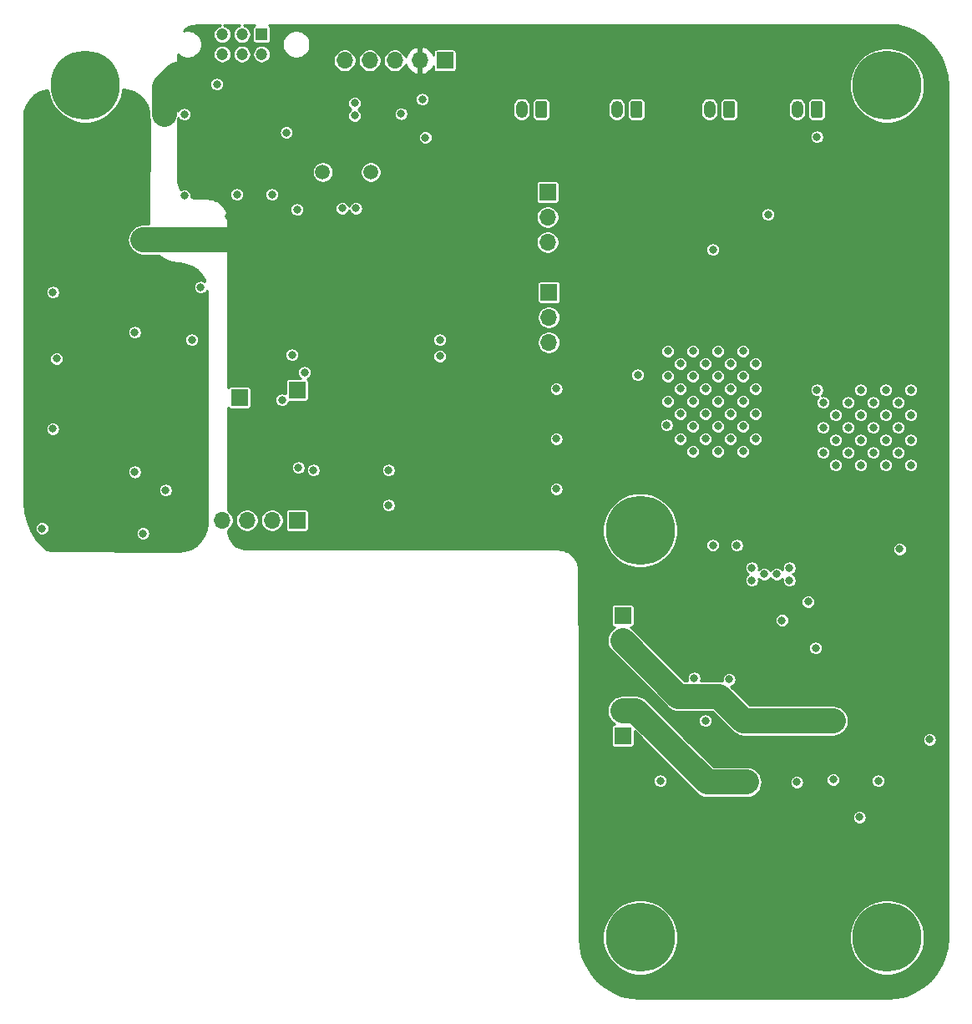
<source format=gbr>
%TF.GenerationSoftware,KiCad,Pcbnew,(5.1.9)-1*%
%TF.CreationDate,2021-07-15T19:20:44-04:00*%
%TF.ProjectId,detector_support,64657465-6374-46f7-925f-737570706f72,rev?*%
%TF.SameCoordinates,Original*%
%TF.FileFunction,Copper,L3,Inr*%
%TF.FilePolarity,Positive*%
%FSLAX46Y46*%
G04 Gerber Fmt 4.6, Leading zero omitted, Abs format (unit mm)*
G04 Created by KiCad (PCBNEW (5.1.9)-1) date 2021-07-15 19:20:44*
%MOMM*%
%LPD*%
G01*
G04 APERTURE LIST*
%TA.AperFunction,ComponentPad*%
%ADD10R,1.700000X1.700000*%
%TD*%
%TA.AperFunction,ComponentPad*%
%ADD11C,7.000000*%
%TD*%
%TA.AperFunction,ComponentPad*%
%ADD12O,1.700000X1.700000*%
%TD*%
%TA.AperFunction,ComponentPad*%
%ADD13C,1.200000*%
%TD*%
%TA.AperFunction,ComponentPad*%
%ADD14R,1.200000X1.200000*%
%TD*%
%TA.AperFunction,ComponentPad*%
%ADD15C,1.500000*%
%TD*%
%TA.AperFunction,ComponentPad*%
%ADD16O,1.200000X1.750000*%
%TD*%
%TA.AperFunction,ViaPad*%
%ADD17C,0.800000*%
%TD*%
%TA.AperFunction,Conductor*%
%ADD18C,2.500000*%
%TD*%
%TA.AperFunction,Conductor*%
%ADD19C,0.254000*%
%TD*%
%TA.AperFunction,Conductor*%
%ADD20C,0.100000*%
%TD*%
G04 APERTURE END LIST*
D10*
%TO.N,/INTERUPT_OUT*%
%TO.C,TP2*%
X105791000Y-86233000D03*
%TD*%
D11*
%TO.N,N/C*%
%TO.C,REF\u002A\u002A*%
X146431000Y-140970000D03*
%TD*%
D12*
%TO.N,/SIPM_OUT_DET*%
%TO.C,J11*%
X104013000Y-98679000D03*
%TO.N,/DET_ADC*%
X106553000Y-98679000D03*
%TO.N,/AMP_OUT*%
X109093000Y-98679000D03*
D10*
%TO.N,GND*%
X111633000Y-98679000D03*
%TD*%
D12*
%TO.N,+4.7V*%
%TO.C,J2*%
X144653000Y-110871000D03*
D10*
%TO.N,GND*%
X144653000Y-108331000D03*
%TD*%
D11*
%TO.N,N/C*%
%TO.C,REF\u002A\u002A*%
X90170000Y-54610000D03*
%TD*%
%TO.N,N/C*%
%TO.C,REF\u002A\u002A*%
X171450000Y-54610000D03*
%TD*%
%TO.N,N/C*%
%TO.C,REF\u002A\u002A*%
X171450000Y-140970000D03*
%TD*%
%TO.N,N/C*%
%TO.C,REF\u002A\u002A*%
X146431000Y-99695000D03*
%TD*%
D13*
%TO.N,/Microcontroller [DO NOT PLACE]/CANH*%
%TO.C,J10*%
X108045000Y-51419000D03*
%TO.N,/Microcontroller [DO NOT PLACE]/CANL*%
X106045000Y-51419000D03*
%TO.N,Net-(J10-Pad6)*%
X104045000Y-51419000D03*
%TO.N,GND*%
X104045000Y-49419000D03*
D14*
%TO.N,Net-(J10-Pad1)*%
X108045000Y-49419000D03*
D13*
%TO.N,Net-(J10-Pad2)*%
X106045000Y-49419000D03*
%TD*%
D15*
%TO.N,/Microcontroller [DO NOT PLACE]/OSC2*%
%TO.C,Y1*%
X114246000Y-63373000D03*
%TO.N,/Microcontroller [DO NOT PLACE]/OSC1*%
X119126000Y-63373000D03*
%TD*%
D10*
%TO.N,/Microcontroller [DO NOT PLACE]/MCLR*%
%TO.C,J1*%
X126619000Y-52070000D03*
D12*
%TO.N,+5V*%
X124079000Y-52070000D03*
%TO.N,GND*%
X121539000Y-52070000D03*
%TO.N,/Microcontroller [DO NOT PLACE]/ICSPDAT*%
X118999000Y-52070000D03*
%TO.N,/Microcontroller [DO NOT PLACE]/ICSPCLK*%
X116459000Y-52070000D03*
%TD*%
D16*
%TO.N,Net-(F6-Pad2)*%
%TO.C,J6*%
X162338000Y-57023000D03*
%TO.N,GND*%
%TA.AperFunction,ComponentPad*%
G36*
G01*
X164938000Y-56397999D02*
X164938000Y-57648001D01*
G75*
G02*
X164688001Y-57898000I-249999J0D01*
G01*
X163987999Y-57898000D01*
G75*
G02*
X163738000Y-57648001I0J249999D01*
G01*
X163738000Y-56397999D01*
G75*
G02*
X163987999Y-56148000I249999J0D01*
G01*
X164688001Y-56148000D01*
G75*
G02*
X164938000Y-56397999I0J-249999D01*
G01*
G37*
%TD.AperFunction*%
%TD*%
%TO.N,Net-(F5-Pad2)*%
%TO.C,J5*%
X153448000Y-57023000D03*
%TO.N,Net-(F6-Pad1)*%
%TA.AperFunction,ComponentPad*%
G36*
G01*
X156048000Y-56397999D02*
X156048000Y-57648001D01*
G75*
G02*
X155798001Y-57898000I-249999J0D01*
G01*
X155097999Y-57898000D01*
G75*
G02*
X154848000Y-57648001I0J249999D01*
G01*
X154848000Y-56397999D01*
G75*
G02*
X155097999Y-56148000I249999J0D01*
G01*
X155798001Y-56148000D01*
G75*
G02*
X156048000Y-56397999I0J-249999D01*
G01*
G37*
%TD.AperFunction*%
%TD*%
%TO.N,Net-(F4-Pad2)*%
%TO.C,J4*%
X144050000Y-57023000D03*
%TO.N,Net-(F5-Pad1)*%
%TA.AperFunction,ComponentPad*%
G36*
G01*
X146650000Y-56397999D02*
X146650000Y-57648001D01*
G75*
G02*
X146400001Y-57898000I-249999J0D01*
G01*
X145699999Y-57898000D01*
G75*
G02*
X145450000Y-57648001I0J249999D01*
G01*
X145450000Y-56397999D01*
G75*
G02*
X145699999Y-56148000I249999J0D01*
G01*
X146400001Y-56148000D01*
G75*
G02*
X146650000Y-56397999I0J-249999D01*
G01*
G37*
%TD.AperFunction*%
%TD*%
%TO.N,+BATT*%
%TO.C,J3*%
X134398000Y-57023000D03*
%TO.N,Net-(F4-Pad1)*%
%TA.AperFunction,ComponentPad*%
G36*
G01*
X136998000Y-56397999D02*
X136998000Y-57648001D01*
G75*
G02*
X136748001Y-57898000I-249999J0D01*
G01*
X136047999Y-57898000D01*
G75*
G02*
X135798000Y-57648001I0J249999D01*
G01*
X135798000Y-56397999D01*
G75*
G02*
X136047999Y-56148000I249999J0D01*
G01*
X136748001Y-56148000D01*
G75*
G02*
X136998000Y-56397999I0J-249999D01*
G01*
G37*
%TD.AperFunction*%
%TD*%
D12*
%TO.N,+36V*%
%TO.C,J9*%
X144653000Y-117983000D03*
D10*
%TO.N,/SIPM_OUT*%
X144653000Y-120523000D03*
%TD*%
D12*
%TO.N,+12V*%
%TO.C,JP2*%
X137033000Y-70485000D03*
%TO.N,Net-(C7-Pad1)*%
X137033000Y-67945000D03*
D10*
%TO.N,+BATT*%
X137033000Y-65405000D03*
%TD*%
D12*
%TO.N,Net-(F3-Pad2)*%
%TO.C,J7*%
X137160000Y-80645000D03*
%TO.N,Net-(F1-Pad2)*%
X137160000Y-78105000D03*
D10*
%TO.N,GND*%
X137160000Y-75565000D03*
%TD*%
%TO.N,Net-(R28-Pad2)*%
%TO.C,TP17*%
X111633000Y-85471000D03*
%TD*%
D17*
%TO.N,GND*%
X120904000Y-93599000D03*
X149098000Y-89027000D03*
X159385000Y-67691000D03*
X164338000Y-85471000D03*
X171323000Y-85471000D03*
X173863000Y-85471000D03*
X164973000Y-86741000D03*
X172593000Y-86741000D03*
X166243000Y-88011000D03*
X171323000Y-88011000D03*
X173863000Y-88011000D03*
X164973000Y-89281000D03*
X172593000Y-89281000D03*
X166243000Y-90551000D03*
X168783000Y-90551000D03*
X171323000Y-90551000D03*
X173863000Y-90551000D03*
X164973000Y-91821000D03*
X167513000Y-91821000D03*
X170053000Y-91821000D03*
X172593000Y-91821000D03*
X166243000Y-93091000D03*
X168783000Y-93091000D03*
X171323000Y-93091000D03*
X173863000Y-93091000D03*
X153035000Y-90424000D03*
X155575000Y-90424000D03*
X158115000Y-90424000D03*
X151765000Y-91694000D03*
X154305000Y-91694000D03*
X156845000Y-91694000D03*
X170053000Y-89281000D03*
X167513000Y-89281000D03*
X167513000Y-86741000D03*
X168783000Y-88011000D03*
X168783000Y-85471000D03*
X170053000Y-86741000D03*
X110109000Y-86487000D03*
X113284000Y-93599000D03*
X120904000Y-97155000D03*
X100203000Y-57531000D03*
X164338000Y-59817000D03*
X162306000Y-125222000D03*
X148463000Y-125095000D03*
X153035000Y-118999000D03*
X98298000Y-95631000D03*
X100965000Y-80391000D03*
X101854000Y-75057000D03*
X86868000Y-75565000D03*
X86868000Y-89408000D03*
X110553500Y-59372500D03*
X151765000Y-86614000D03*
X150495000Y-87884000D03*
X151765000Y-84074000D03*
X153035000Y-82804000D03*
X155575000Y-82804000D03*
X154305000Y-84074000D03*
X151765000Y-81534000D03*
X149225000Y-84074000D03*
X156845000Y-81534000D03*
X154305000Y-81534000D03*
X150495000Y-82804000D03*
X149225000Y-81534000D03*
X150495000Y-85344000D03*
X153035000Y-85344000D03*
X156845000Y-86614000D03*
X154305000Y-89154000D03*
X158115000Y-85344000D03*
X149225000Y-86614000D03*
X156845000Y-84074000D03*
X155575000Y-87884000D03*
X150495000Y-90424000D03*
X153035000Y-87884000D03*
X151765000Y-89154000D03*
X156845000Y-89154000D03*
X155575000Y-85344000D03*
X158115000Y-87884000D03*
X154305000Y-86614000D03*
X158115000Y-82804000D03*
X116205000Y-67056000D03*
X124650500Y-59880500D03*
X112395000Y-83693000D03*
X159004000Y-104140000D03*
X157734000Y-104775000D03*
X160274000Y-104140000D03*
X160812023Y-108808977D03*
X163449000Y-106934000D03*
X161544000Y-103505000D03*
X161544000Y-104775000D03*
X157734000Y-103505000D03*
X87249000Y-82296000D03*
X165989000Y-124968000D03*
X175768000Y-120904000D03*
X164211000Y-111633000D03*
X170561000Y-125095000D03*
X168656000Y-128778000D03*
X156210000Y-101219000D03*
X153788000Y-101210000D03*
X95168000Y-79629000D03*
X95168000Y-93771000D03*
X155448000Y-114808000D03*
X151892000Y-114681000D03*
X172729000Y-101609000D03*
X122174000Y-57467500D03*
X109093000Y-65659000D03*
X146177000Y-83947000D03*
X100203000Y-65786000D03*
X85788500Y-99504500D03*
X103505000Y-54483000D03*
X111760000Y-93345000D03*
X137922000Y-90424000D03*
X137922000Y-95504000D03*
X137922000Y-85344000D03*
X153797000Y-71247000D03*
%TO.N,+5V*%
X96647000Y-70231000D03*
X98171000Y-57531000D03*
X141859000Y-84074000D03*
X153035000Y-122301000D03*
X124079000Y-49911000D03*
X117221000Y-82423000D03*
X167259000Y-124333000D03*
X172255000Y-123274000D03*
X151384000Y-62992000D03*
X156718000Y-62738000D03*
X168021000Y-62738000D03*
X104724200Y-67894200D03*
X102489000Y-60071000D03*
X126365000Y-66167000D03*
X121539000Y-85344000D03*
X113284000Y-88011000D03*
X117475000Y-85344000D03*
%TO.N,+36V*%
X157226000Y-125222000D03*
%TO.N,+3V3*%
X85598000Y-95504000D03*
X100965000Y-86233000D03*
X95885000Y-63754000D03*
X92583000Y-73406000D03*
%TO.N,/Microcontroller [DO NOT PLACE]/ICSPCLK*%
X117475000Y-57658000D03*
X126111000Y-82042000D03*
%TO.N,/Microcontroller [DO NOT PLACE]/ICSPDAT*%
X126111000Y-80391000D03*
X117475000Y-56388000D03*
%TO.N,Net-(R6-Pad1)*%
X124333000Y-56007000D03*
%TO.N,/Microcontroller [DO NOT PLACE]/CS*%
X96012000Y-100012500D03*
X117602000Y-67056000D03*
%TO.N,/DET_ADC*%
X111125000Y-81915000D03*
%TO.N,/Microcontroller [DO NOT PLACE]/PIC_RX*%
X105537000Y-65659000D03*
%TO.N,/Microcontroller [DO NOT PLACE]/PIC_TX*%
X111633000Y-67183000D03*
%TO.N,+4.7V*%
X165989000Y-118999000D03*
%TD*%
D18*
%TO.N,+5V*%
X96012000Y-70231000D02*
X107950000Y-70231000D01*
X98171000Y-57531000D02*
X98171000Y-54737000D01*
X98171000Y-54737000D02*
X99441000Y-53467000D01*
%TO.N,+36V*%
X153217998Y-125222000D02*
X157226000Y-125222000D01*
X145978998Y-117983000D02*
X153217998Y-125222000D01*
X144653000Y-117983000D02*
X145978998Y-117983000D01*
%TO.N,+4.7V*%
X154432999Y-116531001D02*
X156900998Y-118999000D01*
X150313001Y-116531001D02*
X154432999Y-116531001D01*
X144653000Y-110871000D02*
X150313001Y-116531001D01*
X156900998Y-118999000D02*
X165989000Y-118999000D01*
X165989000Y-118999000D02*
X165989000Y-118999000D01*
%TD*%
D19*
%TO.N,+3V3*%
X94457703Y-55064486D02*
X95067233Y-55278832D01*
X95613427Y-55624005D01*
X96068646Y-56082533D01*
X96409851Y-56631216D01*
X96594000Y-57167255D01*
X96594000Y-57608468D01*
X96616818Y-57840145D01*
X96687247Y-58072318D01*
X96610569Y-68654000D01*
X95934531Y-68654000D01*
X95702854Y-68676818D01*
X95405588Y-68766993D01*
X95131627Y-68913428D01*
X94891497Y-69110497D01*
X94694428Y-69350627D01*
X94547993Y-69624588D01*
X94457818Y-69921854D01*
X94427370Y-70231000D01*
X94457818Y-70540146D01*
X94547993Y-70837412D01*
X94694428Y-71111373D01*
X94891497Y-71351503D01*
X95131627Y-71548572D01*
X95405588Y-71695007D01*
X95702854Y-71785182D01*
X95934531Y-71808000D01*
X97619859Y-71808000D01*
X97704854Y-71897367D01*
X97726099Y-71915291D01*
X98271274Y-72281232D01*
X98295909Y-72294105D01*
X98907637Y-72532677D01*
X98934484Y-72539882D01*
X99583463Y-72639656D01*
X99597315Y-72641014D01*
X99742463Y-72647244D01*
X100368181Y-72743150D01*
X100951743Y-72969819D01*
X101472334Y-73317540D01*
X101905220Y-73769797D01*
X102229836Y-74305099D01*
X102286201Y-74471432D01*
X102198364Y-74412741D01*
X102066058Y-74357938D01*
X101925603Y-74330000D01*
X101782397Y-74330000D01*
X101641942Y-74357938D01*
X101509636Y-74412741D01*
X101390564Y-74492302D01*
X101289302Y-74593564D01*
X101209741Y-74712636D01*
X101154938Y-74844942D01*
X101127000Y-74985397D01*
X101127000Y-75128603D01*
X101154938Y-75269058D01*
X101209741Y-75401364D01*
X101289302Y-75520436D01*
X101390564Y-75621698D01*
X101509636Y-75701259D01*
X101641942Y-75756062D01*
X101782397Y-75784000D01*
X101925603Y-75784000D01*
X102066058Y-75756062D01*
X102198364Y-75701259D01*
X102317436Y-75621698D01*
X102418698Y-75520436D01*
X102487287Y-75417785D01*
X102499201Y-75527334D01*
X102478917Y-98934684D01*
X102405121Y-99582707D01*
X102190965Y-100191138D01*
X101846435Y-100736437D01*
X101388909Y-101191100D01*
X100841461Y-101532200D01*
X100231700Y-101742533D01*
X99583220Y-101812262D01*
X86811564Y-101743179D01*
X86293128Y-101682128D01*
X85805417Y-101265583D01*
X85176379Y-100529075D01*
X84670307Y-99703239D01*
X84558328Y-99432897D01*
X85061500Y-99432897D01*
X85061500Y-99576103D01*
X85089438Y-99716558D01*
X85144241Y-99848864D01*
X85223802Y-99967936D01*
X85325064Y-100069198D01*
X85444136Y-100148759D01*
X85576442Y-100203562D01*
X85716897Y-100231500D01*
X85860103Y-100231500D01*
X86000558Y-100203562D01*
X86132864Y-100148759D01*
X86251936Y-100069198D01*
X86353198Y-99967936D01*
X86371264Y-99940897D01*
X95285000Y-99940897D01*
X95285000Y-100084103D01*
X95312938Y-100224558D01*
X95367741Y-100356864D01*
X95447302Y-100475936D01*
X95548564Y-100577198D01*
X95667636Y-100656759D01*
X95799942Y-100711562D01*
X95940397Y-100739500D01*
X96083603Y-100739500D01*
X96224058Y-100711562D01*
X96356364Y-100656759D01*
X96475436Y-100577198D01*
X96576698Y-100475936D01*
X96656259Y-100356864D01*
X96711062Y-100224558D01*
X96739000Y-100084103D01*
X96739000Y-99940897D01*
X96711062Y-99800442D01*
X96656259Y-99668136D01*
X96576698Y-99549064D01*
X96475436Y-99447802D01*
X96356364Y-99368241D01*
X96224058Y-99313438D01*
X96083603Y-99285500D01*
X95940397Y-99285500D01*
X95799942Y-99313438D01*
X95667636Y-99368241D01*
X95548564Y-99447802D01*
X95447302Y-99549064D01*
X95367741Y-99668136D01*
X95312938Y-99800442D01*
X95285000Y-99940897D01*
X86371264Y-99940897D01*
X86432759Y-99848864D01*
X86487562Y-99716558D01*
X86515500Y-99576103D01*
X86515500Y-99432897D01*
X86487562Y-99292442D01*
X86432759Y-99160136D01*
X86353198Y-99041064D01*
X86251936Y-98939802D01*
X86132864Y-98860241D01*
X86000558Y-98805438D01*
X85860103Y-98777500D01*
X85716897Y-98777500D01*
X85576442Y-98805438D01*
X85444136Y-98860241D01*
X85325064Y-98939802D01*
X85223802Y-99041064D01*
X85144241Y-99160136D01*
X85089438Y-99292442D01*
X85061500Y-99432897D01*
X84558328Y-99432897D01*
X84299647Y-98808388D01*
X84073540Y-97866585D01*
X83997000Y-96894051D01*
X83997000Y-95559397D01*
X97571000Y-95559397D01*
X97571000Y-95702603D01*
X97598938Y-95843058D01*
X97653741Y-95975364D01*
X97733302Y-96094436D01*
X97834564Y-96195698D01*
X97953636Y-96275259D01*
X98085942Y-96330062D01*
X98226397Y-96358000D01*
X98369603Y-96358000D01*
X98510058Y-96330062D01*
X98642364Y-96275259D01*
X98761436Y-96195698D01*
X98862698Y-96094436D01*
X98942259Y-95975364D01*
X98997062Y-95843058D01*
X99025000Y-95702603D01*
X99025000Y-95559397D01*
X98997062Y-95418942D01*
X98942259Y-95286636D01*
X98862698Y-95167564D01*
X98761436Y-95066302D01*
X98642364Y-94986741D01*
X98510058Y-94931938D01*
X98369603Y-94904000D01*
X98226397Y-94904000D01*
X98085942Y-94931938D01*
X97953636Y-94986741D01*
X97834564Y-95066302D01*
X97733302Y-95167564D01*
X97653741Y-95286636D01*
X97598938Y-95418942D01*
X97571000Y-95559397D01*
X83997000Y-95559397D01*
X83997000Y-93699397D01*
X94441000Y-93699397D01*
X94441000Y-93842603D01*
X94468938Y-93983058D01*
X94523741Y-94115364D01*
X94603302Y-94234436D01*
X94704564Y-94335698D01*
X94823636Y-94415259D01*
X94955942Y-94470062D01*
X95096397Y-94498000D01*
X95239603Y-94498000D01*
X95380058Y-94470062D01*
X95512364Y-94415259D01*
X95631436Y-94335698D01*
X95732698Y-94234436D01*
X95812259Y-94115364D01*
X95867062Y-93983058D01*
X95895000Y-93842603D01*
X95895000Y-93699397D01*
X95867062Y-93558942D01*
X95812259Y-93426636D01*
X95732698Y-93307564D01*
X95631436Y-93206302D01*
X95512364Y-93126741D01*
X95380058Y-93071938D01*
X95239603Y-93044000D01*
X95096397Y-93044000D01*
X94955942Y-93071938D01*
X94823636Y-93126741D01*
X94704564Y-93206302D01*
X94603302Y-93307564D01*
X94523741Y-93426636D01*
X94468938Y-93558942D01*
X94441000Y-93699397D01*
X83997000Y-93699397D01*
X83997000Y-89336397D01*
X86141000Y-89336397D01*
X86141000Y-89479603D01*
X86168938Y-89620058D01*
X86223741Y-89752364D01*
X86303302Y-89871436D01*
X86404564Y-89972698D01*
X86523636Y-90052259D01*
X86655942Y-90107062D01*
X86796397Y-90135000D01*
X86939603Y-90135000D01*
X87080058Y-90107062D01*
X87212364Y-90052259D01*
X87331436Y-89972698D01*
X87432698Y-89871436D01*
X87512259Y-89752364D01*
X87567062Y-89620058D01*
X87595000Y-89479603D01*
X87595000Y-89336397D01*
X87567062Y-89195942D01*
X87512259Y-89063636D01*
X87432698Y-88944564D01*
X87331436Y-88843302D01*
X87212364Y-88763741D01*
X87080058Y-88708938D01*
X86939603Y-88681000D01*
X86796397Y-88681000D01*
X86655942Y-88708938D01*
X86523636Y-88763741D01*
X86404564Y-88843302D01*
X86303302Y-88944564D01*
X86223741Y-89063636D01*
X86168938Y-89195942D01*
X86141000Y-89336397D01*
X83997000Y-89336397D01*
X83997000Y-82224397D01*
X86522000Y-82224397D01*
X86522000Y-82367603D01*
X86549938Y-82508058D01*
X86604741Y-82640364D01*
X86684302Y-82759436D01*
X86785564Y-82860698D01*
X86904636Y-82940259D01*
X87036942Y-82995062D01*
X87177397Y-83023000D01*
X87320603Y-83023000D01*
X87461058Y-82995062D01*
X87593364Y-82940259D01*
X87712436Y-82860698D01*
X87813698Y-82759436D01*
X87893259Y-82640364D01*
X87948062Y-82508058D01*
X87976000Y-82367603D01*
X87976000Y-82224397D01*
X87948062Y-82083942D01*
X87893259Y-81951636D01*
X87813698Y-81832564D01*
X87712436Y-81731302D01*
X87593364Y-81651741D01*
X87461058Y-81596938D01*
X87320603Y-81569000D01*
X87177397Y-81569000D01*
X87036942Y-81596938D01*
X86904636Y-81651741D01*
X86785564Y-81731302D01*
X86684302Y-81832564D01*
X86604741Y-81951636D01*
X86549938Y-82083942D01*
X86522000Y-82224397D01*
X83997000Y-82224397D01*
X83997000Y-79557397D01*
X94441000Y-79557397D01*
X94441000Y-79700603D01*
X94468938Y-79841058D01*
X94523741Y-79973364D01*
X94603302Y-80092436D01*
X94704564Y-80193698D01*
X94823636Y-80273259D01*
X94955942Y-80328062D01*
X95096397Y-80356000D01*
X95239603Y-80356000D01*
X95380058Y-80328062D01*
X95400977Y-80319397D01*
X100238000Y-80319397D01*
X100238000Y-80462603D01*
X100265938Y-80603058D01*
X100320741Y-80735364D01*
X100400302Y-80854436D01*
X100501564Y-80955698D01*
X100620636Y-81035259D01*
X100752942Y-81090062D01*
X100893397Y-81118000D01*
X101036603Y-81118000D01*
X101177058Y-81090062D01*
X101309364Y-81035259D01*
X101428436Y-80955698D01*
X101529698Y-80854436D01*
X101609259Y-80735364D01*
X101664062Y-80603058D01*
X101692000Y-80462603D01*
X101692000Y-80319397D01*
X101664062Y-80178942D01*
X101609259Y-80046636D01*
X101529698Y-79927564D01*
X101428436Y-79826302D01*
X101309364Y-79746741D01*
X101177058Y-79691938D01*
X101036603Y-79664000D01*
X100893397Y-79664000D01*
X100752942Y-79691938D01*
X100620636Y-79746741D01*
X100501564Y-79826302D01*
X100400302Y-79927564D01*
X100320741Y-80046636D01*
X100265938Y-80178942D01*
X100238000Y-80319397D01*
X95400977Y-80319397D01*
X95512364Y-80273259D01*
X95631436Y-80193698D01*
X95732698Y-80092436D01*
X95812259Y-79973364D01*
X95867062Y-79841058D01*
X95895000Y-79700603D01*
X95895000Y-79557397D01*
X95867062Y-79416942D01*
X95812259Y-79284636D01*
X95732698Y-79165564D01*
X95631436Y-79064302D01*
X95512364Y-78984741D01*
X95380058Y-78929938D01*
X95239603Y-78902000D01*
X95096397Y-78902000D01*
X94955942Y-78929938D01*
X94823636Y-78984741D01*
X94704564Y-79064302D01*
X94603302Y-79165564D01*
X94523741Y-79284636D01*
X94468938Y-79416942D01*
X94441000Y-79557397D01*
X83997000Y-79557397D01*
X83997000Y-75493397D01*
X86141000Y-75493397D01*
X86141000Y-75636603D01*
X86168938Y-75777058D01*
X86223741Y-75909364D01*
X86303302Y-76028436D01*
X86404564Y-76129698D01*
X86523636Y-76209259D01*
X86655942Y-76264062D01*
X86796397Y-76292000D01*
X86939603Y-76292000D01*
X87080058Y-76264062D01*
X87212364Y-76209259D01*
X87331436Y-76129698D01*
X87432698Y-76028436D01*
X87512259Y-75909364D01*
X87567062Y-75777058D01*
X87595000Y-75636603D01*
X87595000Y-75493397D01*
X87567062Y-75352942D01*
X87512259Y-75220636D01*
X87432698Y-75101564D01*
X87331436Y-75000302D01*
X87212364Y-74920741D01*
X87080058Y-74865938D01*
X86939603Y-74838000D01*
X86796397Y-74838000D01*
X86655942Y-74865938D01*
X86523636Y-74920741D01*
X86404564Y-75000302D01*
X86303302Y-75101564D01*
X86223741Y-75220636D01*
X86168938Y-75352942D01*
X86141000Y-75493397D01*
X83997000Y-75493397D01*
X83997000Y-57427366D01*
X84019815Y-57224877D01*
X84232239Y-56617802D01*
X84574425Y-56073218D01*
X85029218Y-55618425D01*
X85573802Y-55276239D01*
X86180877Y-55063815D01*
X86354405Y-55044263D01*
X86490070Y-55726295D01*
X86778557Y-56422764D01*
X87197375Y-57049570D01*
X87730430Y-57582625D01*
X88357236Y-58001443D01*
X89053705Y-58289930D01*
X89793073Y-58437000D01*
X90546927Y-58437000D01*
X91286295Y-58289930D01*
X91982764Y-58001443D01*
X92609570Y-57582625D01*
X93142625Y-57049570D01*
X93561443Y-56422764D01*
X93849930Y-55726295D01*
X93992057Y-55011776D01*
X94457703Y-55064486D01*
%TA.AperFunction,Conductor*%
D20*
G36*
X94457703Y-55064486D02*
G01*
X95067233Y-55278832D01*
X95613427Y-55624005D01*
X96068646Y-56082533D01*
X96409851Y-56631216D01*
X96594000Y-57167255D01*
X96594000Y-57608468D01*
X96616818Y-57840145D01*
X96687247Y-58072318D01*
X96610569Y-68654000D01*
X95934531Y-68654000D01*
X95702854Y-68676818D01*
X95405588Y-68766993D01*
X95131627Y-68913428D01*
X94891497Y-69110497D01*
X94694428Y-69350627D01*
X94547993Y-69624588D01*
X94457818Y-69921854D01*
X94427370Y-70231000D01*
X94457818Y-70540146D01*
X94547993Y-70837412D01*
X94694428Y-71111373D01*
X94891497Y-71351503D01*
X95131627Y-71548572D01*
X95405588Y-71695007D01*
X95702854Y-71785182D01*
X95934531Y-71808000D01*
X97619859Y-71808000D01*
X97704854Y-71897367D01*
X97726099Y-71915291D01*
X98271274Y-72281232D01*
X98295909Y-72294105D01*
X98907637Y-72532677D01*
X98934484Y-72539882D01*
X99583463Y-72639656D01*
X99597315Y-72641014D01*
X99742463Y-72647244D01*
X100368181Y-72743150D01*
X100951743Y-72969819D01*
X101472334Y-73317540D01*
X101905220Y-73769797D01*
X102229836Y-74305099D01*
X102286201Y-74471432D01*
X102198364Y-74412741D01*
X102066058Y-74357938D01*
X101925603Y-74330000D01*
X101782397Y-74330000D01*
X101641942Y-74357938D01*
X101509636Y-74412741D01*
X101390564Y-74492302D01*
X101289302Y-74593564D01*
X101209741Y-74712636D01*
X101154938Y-74844942D01*
X101127000Y-74985397D01*
X101127000Y-75128603D01*
X101154938Y-75269058D01*
X101209741Y-75401364D01*
X101289302Y-75520436D01*
X101390564Y-75621698D01*
X101509636Y-75701259D01*
X101641942Y-75756062D01*
X101782397Y-75784000D01*
X101925603Y-75784000D01*
X102066058Y-75756062D01*
X102198364Y-75701259D01*
X102317436Y-75621698D01*
X102418698Y-75520436D01*
X102487287Y-75417785D01*
X102499201Y-75527334D01*
X102478917Y-98934684D01*
X102405121Y-99582707D01*
X102190965Y-100191138D01*
X101846435Y-100736437D01*
X101388909Y-101191100D01*
X100841461Y-101532200D01*
X100231700Y-101742533D01*
X99583220Y-101812262D01*
X86811564Y-101743179D01*
X86293128Y-101682128D01*
X85805417Y-101265583D01*
X85176379Y-100529075D01*
X84670307Y-99703239D01*
X84558328Y-99432897D01*
X85061500Y-99432897D01*
X85061500Y-99576103D01*
X85089438Y-99716558D01*
X85144241Y-99848864D01*
X85223802Y-99967936D01*
X85325064Y-100069198D01*
X85444136Y-100148759D01*
X85576442Y-100203562D01*
X85716897Y-100231500D01*
X85860103Y-100231500D01*
X86000558Y-100203562D01*
X86132864Y-100148759D01*
X86251936Y-100069198D01*
X86353198Y-99967936D01*
X86371264Y-99940897D01*
X95285000Y-99940897D01*
X95285000Y-100084103D01*
X95312938Y-100224558D01*
X95367741Y-100356864D01*
X95447302Y-100475936D01*
X95548564Y-100577198D01*
X95667636Y-100656759D01*
X95799942Y-100711562D01*
X95940397Y-100739500D01*
X96083603Y-100739500D01*
X96224058Y-100711562D01*
X96356364Y-100656759D01*
X96475436Y-100577198D01*
X96576698Y-100475936D01*
X96656259Y-100356864D01*
X96711062Y-100224558D01*
X96739000Y-100084103D01*
X96739000Y-99940897D01*
X96711062Y-99800442D01*
X96656259Y-99668136D01*
X96576698Y-99549064D01*
X96475436Y-99447802D01*
X96356364Y-99368241D01*
X96224058Y-99313438D01*
X96083603Y-99285500D01*
X95940397Y-99285500D01*
X95799942Y-99313438D01*
X95667636Y-99368241D01*
X95548564Y-99447802D01*
X95447302Y-99549064D01*
X95367741Y-99668136D01*
X95312938Y-99800442D01*
X95285000Y-99940897D01*
X86371264Y-99940897D01*
X86432759Y-99848864D01*
X86487562Y-99716558D01*
X86515500Y-99576103D01*
X86515500Y-99432897D01*
X86487562Y-99292442D01*
X86432759Y-99160136D01*
X86353198Y-99041064D01*
X86251936Y-98939802D01*
X86132864Y-98860241D01*
X86000558Y-98805438D01*
X85860103Y-98777500D01*
X85716897Y-98777500D01*
X85576442Y-98805438D01*
X85444136Y-98860241D01*
X85325064Y-98939802D01*
X85223802Y-99041064D01*
X85144241Y-99160136D01*
X85089438Y-99292442D01*
X85061500Y-99432897D01*
X84558328Y-99432897D01*
X84299647Y-98808388D01*
X84073540Y-97866585D01*
X83997000Y-96894051D01*
X83997000Y-95559397D01*
X97571000Y-95559397D01*
X97571000Y-95702603D01*
X97598938Y-95843058D01*
X97653741Y-95975364D01*
X97733302Y-96094436D01*
X97834564Y-96195698D01*
X97953636Y-96275259D01*
X98085942Y-96330062D01*
X98226397Y-96358000D01*
X98369603Y-96358000D01*
X98510058Y-96330062D01*
X98642364Y-96275259D01*
X98761436Y-96195698D01*
X98862698Y-96094436D01*
X98942259Y-95975364D01*
X98997062Y-95843058D01*
X99025000Y-95702603D01*
X99025000Y-95559397D01*
X98997062Y-95418942D01*
X98942259Y-95286636D01*
X98862698Y-95167564D01*
X98761436Y-95066302D01*
X98642364Y-94986741D01*
X98510058Y-94931938D01*
X98369603Y-94904000D01*
X98226397Y-94904000D01*
X98085942Y-94931938D01*
X97953636Y-94986741D01*
X97834564Y-95066302D01*
X97733302Y-95167564D01*
X97653741Y-95286636D01*
X97598938Y-95418942D01*
X97571000Y-95559397D01*
X83997000Y-95559397D01*
X83997000Y-93699397D01*
X94441000Y-93699397D01*
X94441000Y-93842603D01*
X94468938Y-93983058D01*
X94523741Y-94115364D01*
X94603302Y-94234436D01*
X94704564Y-94335698D01*
X94823636Y-94415259D01*
X94955942Y-94470062D01*
X95096397Y-94498000D01*
X95239603Y-94498000D01*
X95380058Y-94470062D01*
X95512364Y-94415259D01*
X95631436Y-94335698D01*
X95732698Y-94234436D01*
X95812259Y-94115364D01*
X95867062Y-93983058D01*
X95895000Y-93842603D01*
X95895000Y-93699397D01*
X95867062Y-93558942D01*
X95812259Y-93426636D01*
X95732698Y-93307564D01*
X95631436Y-93206302D01*
X95512364Y-93126741D01*
X95380058Y-93071938D01*
X95239603Y-93044000D01*
X95096397Y-93044000D01*
X94955942Y-93071938D01*
X94823636Y-93126741D01*
X94704564Y-93206302D01*
X94603302Y-93307564D01*
X94523741Y-93426636D01*
X94468938Y-93558942D01*
X94441000Y-93699397D01*
X83997000Y-93699397D01*
X83997000Y-89336397D01*
X86141000Y-89336397D01*
X86141000Y-89479603D01*
X86168938Y-89620058D01*
X86223741Y-89752364D01*
X86303302Y-89871436D01*
X86404564Y-89972698D01*
X86523636Y-90052259D01*
X86655942Y-90107062D01*
X86796397Y-90135000D01*
X86939603Y-90135000D01*
X87080058Y-90107062D01*
X87212364Y-90052259D01*
X87331436Y-89972698D01*
X87432698Y-89871436D01*
X87512259Y-89752364D01*
X87567062Y-89620058D01*
X87595000Y-89479603D01*
X87595000Y-89336397D01*
X87567062Y-89195942D01*
X87512259Y-89063636D01*
X87432698Y-88944564D01*
X87331436Y-88843302D01*
X87212364Y-88763741D01*
X87080058Y-88708938D01*
X86939603Y-88681000D01*
X86796397Y-88681000D01*
X86655942Y-88708938D01*
X86523636Y-88763741D01*
X86404564Y-88843302D01*
X86303302Y-88944564D01*
X86223741Y-89063636D01*
X86168938Y-89195942D01*
X86141000Y-89336397D01*
X83997000Y-89336397D01*
X83997000Y-82224397D01*
X86522000Y-82224397D01*
X86522000Y-82367603D01*
X86549938Y-82508058D01*
X86604741Y-82640364D01*
X86684302Y-82759436D01*
X86785564Y-82860698D01*
X86904636Y-82940259D01*
X87036942Y-82995062D01*
X87177397Y-83023000D01*
X87320603Y-83023000D01*
X87461058Y-82995062D01*
X87593364Y-82940259D01*
X87712436Y-82860698D01*
X87813698Y-82759436D01*
X87893259Y-82640364D01*
X87948062Y-82508058D01*
X87976000Y-82367603D01*
X87976000Y-82224397D01*
X87948062Y-82083942D01*
X87893259Y-81951636D01*
X87813698Y-81832564D01*
X87712436Y-81731302D01*
X87593364Y-81651741D01*
X87461058Y-81596938D01*
X87320603Y-81569000D01*
X87177397Y-81569000D01*
X87036942Y-81596938D01*
X86904636Y-81651741D01*
X86785564Y-81731302D01*
X86684302Y-81832564D01*
X86604741Y-81951636D01*
X86549938Y-82083942D01*
X86522000Y-82224397D01*
X83997000Y-82224397D01*
X83997000Y-79557397D01*
X94441000Y-79557397D01*
X94441000Y-79700603D01*
X94468938Y-79841058D01*
X94523741Y-79973364D01*
X94603302Y-80092436D01*
X94704564Y-80193698D01*
X94823636Y-80273259D01*
X94955942Y-80328062D01*
X95096397Y-80356000D01*
X95239603Y-80356000D01*
X95380058Y-80328062D01*
X95400977Y-80319397D01*
X100238000Y-80319397D01*
X100238000Y-80462603D01*
X100265938Y-80603058D01*
X100320741Y-80735364D01*
X100400302Y-80854436D01*
X100501564Y-80955698D01*
X100620636Y-81035259D01*
X100752942Y-81090062D01*
X100893397Y-81118000D01*
X101036603Y-81118000D01*
X101177058Y-81090062D01*
X101309364Y-81035259D01*
X101428436Y-80955698D01*
X101529698Y-80854436D01*
X101609259Y-80735364D01*
X101664062Y-80603058D01*
X101692000Y-80462603D01*
X101692000Y-80319397D01*
X101664062Y-80178942D01*
X101609259Y-80046636D01*
X101529698Y-79927564D01*
X101428436Y-79826302D01*
X101309364Y-79746741D01*
X101177058Y-79691938D01*
X101036603Y-79664000D01*
X100893397Y-79664000D01*
X100752942Y-79691938D01*
X100620636Y-79746741D01*
X100501564Y-79826302D01*
X100400302Y-79927564D01*
X100320741Y-80046636D01*
X100265938Y-80178942D01*
X100238000Y-80319397D01*
X95400977Y-80319397D01*
X95512364Y-80273259D01*
X95631436Y-80193698D01*
X95732698Y-80092436D01*
X95812259Y-79973364D01*
X95867062Y-79841058D01*
X95895000Y-79700603D01*
X95895000Y-79557397D01*
X95867062Y-79416942D01*
X95812259Y-79284636D01*
X95732698Y-79165564D01*
X95631436Y-79064302D01*
X95512364Y-78984741D01*
X95380058Y-78929938D01*
X95239603Y-78902000D01*
X95096397Y-78902000D01*
X94955942Y-78929938D01*
X94823636Y-78984741D01*
X94704564Y-79064302D01*
X94603302Y-79165564D01*
X94523741Y-79284636D01*
X94468938Y-79416942D01*
X94441000Y-79557397D01*
X83997000Y-79557397D01*
X83997000Y-75493397D01*
X86141000Y-75493397D01*
X86141000Y-75636603D01*
X86168938Y-75777058D01*
X86223741Y-75909364D01*
X86303302Y-76028436D01*
X86404564Y-76129698D01*
X86523636Y-76209259D01*
X86655942Y-76264062D01*
X86796397Y-76292000D01*
X86939603Y-76292000D01*
X87080058Y-76264062D01*
X87212364Y-76209259D01*
X87331436Y-76129698D01*
X87432698Y-76028436D01*
X87512259Y-75909364D01*
X87567062Y-75777058D01*
X87595000Y-75636603D01*
X87595000Y-75493397D01*
X87567062Y-75352942D01*
X87512259Y-75220636D01*
X87432698Y-75101564D01*
X87331436Y-75000302D01*
X87212364Y-74920741D01*
X87080058Y-74865938D01*
X86939603Y-74838000D01*
X86796397Y-74838000D01*
X86655942Y-74865938D01*
X86523636Y-74920741D01*
X86404564Y-75000302D01*
X86303302Y-75101564D01*
X86223741Y-75220636D01*
X86168938Y-75352942D01*
X86141000Y-75493397D01*
X83997000Y-75493397D01*
X83997000Y-57427366D01*
X84019815Y-57224877D01*
X84232239Y-56617802D01*
X84574425Y-56073218D01*
X85029218Y-55618425D01*
X85573802Y-55276239D01*
X86180877Y-55063815D01*
X86354405Y-55044263D01*
X86490070Y-55726295D01*
X86778557Y-56422764D01*
X87197375Y-57049570D01*
X87730430Y-57582625D01*
X88357236Y-58001443D01*
X89053705Y-58289930D01*
X89793073Y-58437000D01*
X90546927Y-58437000D01*
X91286295Y-58289930D01*
X91982764Y-58001443D01*
X92609570Y-57582625D01*
X93142625Y-57049570D01*
X93561443Y-56422764D01*
X93849930Y-55726295D01*
X93992057Y-55011776D01*
X94457703Y-55064486D01*
G37*
%TD.AperFunction*%
%TD*%
D19*
%TO.N,+5V*%
X103774604Y-48527624D02*
X103605901Y-48597504D01*
X103454072Y-48698952D01*
X103324952Y-48828072D01*
X103223504Y-48979901D01*
X103153624Y-49148604D01*
X103118000Y-49327699D01*
X103118000Y-49510301D01*
X103153624Y-49689396D01*
X103223504Y-49858099D01*
X103324952Y-50009928D01*
X103454072Y-50139048D01*
X103605901Y-50240496D01*
X103774604Y-50310376D01*
X103953699Y-50346000D01*
X104136301Y-50346000D01*
X104315396Y-50310376D01*
X104484099Y-50240496D01*
X104635928Y-50139048D01*
X104765048Y-50009928D01*
X104866496Y-49858099D01*
X104936376Y-49689396D01*
X104972000Y-49510301D01*
X104972000Y-49327699D01*
X104936376Y-49148604D01*
X104866496Y-48979901D01*
X104765048Y-48828072D01*
X104635928Y-48698952D01*
X104484099Y-48597504D01*
X104315396Y-48527624D01*
X104246903Y-48514000D01*
X105843097Y-48514000D01*
X105774604Y-48527624D01*
X105605901Y-48597504D01*
X105454072Y-48698952D01*
X105324952Y-48828072D01*
X105223504Y-48979901D01*
X105153624Y-49148604D01*
X105118000Y-49327699D01*
X105118000Y-49510301D01*
X105153624Y-49689396D01*
X105223504Y-49858099D01*
X105324952Y-50009928D01*
X105454072Y-50139048D01*
X105605901Y-50240496D01*
X105774604Y-50310376D01*
X105953699Y-50346000D01*
X106136301Y-50346000D01*
X106315396Y-50310376D01*
X106484099Y-50240496D01*
X106635928Y-50139048D01*
X106765048Y-50009928D01*
X106866496Y-49858099D01*
X106936376Y-49689396D01*
X106972000Y-49510301D01*
X106972000Y-49327699D01*
X106936376Y-49148604D01*
X106866496Y-48979901D01*
X106765048Y-48828072D01*
X106635928Y-48698952D01*
X106484099Y-48597504D01*
X106315396Y-48527624D01*
X106246903Y-48514000D01*
X107323971Y-48514000D01*
X107319257Y-48515430D01*
X107262450Y-48545794D01*
X107212657Y-48586657D01*
X107171794Y-48636450D01*
X107141430Y-48693257D01*
X107122732Y-48754897D01*
X107116418Y-48819000D01*
X107116418Y-50019000D01*
X107122732Y-50083103D01*
X107141430Y-50144743D01*
X107171794Y-50201550D01*
X107212657Y-50251343D01*
X107262450Y-50292206D01*
X107319257Y-50322570D01*
X107380897Y-50341268D01*
X107445000Y-50347582D01*
X108645000Y-50347582D01*
X108709103Y-50341268D01*
X108770743Y-50322570D01*
X108827550Y-50292206D01*
X108844308Y-50278453D01*
X110118000Y-50278453D01*
X110118000Y-50559547D01*
X110172838Y-50835241D01*
X110280409Y-51094938D01*
X110436576Y-51328660D01*
X110635340Y-51527424D01*
X110869062Y-51683591D01*
X111128759Y-51791162D01*
X111404453Y-51846000D01*
X111685547Y-51846000D01*
X111961241Y-51791162D01*
X112220938Y-51683591D01*
X112454660Y-51527424D01*
X112653424Y-51328660D01*
X112809591Y-51094938D01*
X112917162Y-50835241D01*
X112972000Y-50559547D01*
X112972000Y-50278453D01*
X112917162Y-50002759D01*
X112809591Y-49743062D01*
X112653424Y-49509340D01*
X112454660Y-49310576D01*
X112220938Y-49154409D01*
X111961241Y-49046838D01*
X111685547Y-48992000D01*
X111404453Y-48992000D01*
X111128759Y-49046838D01*
X110869062Y-49154409D01*
X110635340Y-49310576D01*
X110436576Y-49509340D01*
X110280409Y-49743062D01*
X110172838Y-50002759D01*
X110118000Y-50278453D01*
X108844308Y-50278453D01*
X108877343Y-50251343D01*
X108918206Y-50201550D01*
X108948570Y-50144743D01*
X108967268Y-50083103D01*
X108973582Y-50019000D01*
X108973582Y-48819000D01*
X108967268Y-48754897D01*
X108948570Y-48693257D01*
X108918206Y-48636450D01*
X108877343Y-48586657D01*
X108827550Y-48545794D01*
X108770743Y-48515430D01*
X108766029Y-48514000D01*
X172417501Y-48514000D01*
X173357388Y-48739647D01*
X174252239Y-49110307D01*
X175078075Y-49616379D01*
X175814583Y-50245417D01*
X176443620Y-50981925D01*
X176949694Y-51807764D01*
X177320353Y-52702612D01*
X177546460Y-53644420D01*
X177623000Y-54616950D01*
X177623001Y-140963037D01*
X177546460Y-141935580D01*
X177320353Y-142877388D01*
X176949694Y-143772236D01*
X176443620Y-144598075D01*
X175814583Y-145334583D01*
X175078075Y-145963621D01*
X174252239Y-146469693D01*
X173357388Y-146840353D01*
X172415585Y-147066460D01*
X171443051Y-147143000D01*
X146437950Y-147143000D01*
X145465420Y-147066460D01*
X144523612Y-146840353D01*
X143628764Y-146469694D01*
X142802925Y-145963620D01*
X142066417Y-145334583D01*
X141437379Y-144598075D01*
X140931307Y-143772239D01*
X140560647Y-142877388D01*
X140334540Y-141935585D01*
X140258000Y-140963051D01*
X140258000Y-140593073D01*
X142604000Y-140593073D01*
X142604000Y-141346927D01*
X142751070Y-142086295D01*
X143039557Y-142782764D01*
X143458375Y-143409570D01*
X143991430Y-143942625D01*
X144618236Y-144361443D01*
X145314705Y-144649930D01*
X146054073Y-144797000D01*
X146807927Y-144797000D01*
X147547295Y-144649930D01*
X148243764Y-144361443D01*
X148870570Y-143942625D01*
X149403625Y-143409570D01*
X149822443Y-142782764D01*
X150110930Y-142086295D01*
X150258000Y-141346927D01*
X150258000Y-140593073D01*
X167623000Y-140593073D01*
X167623000Y-141346927D01*
X167770070Y-142086295D01*
X168058557Y-142782764D01*
X168477375Y-143409570D01*
X169010430Y-143942625D01*
X169637236Y-144361443D01*
X170333705Y-144649930D01*
X171073073Y-144797000D01*
X171826927Y-144797000D01*
X172566295Y-144649930D01*
X173262764Y-144361443D01*
X173889570Y-143942625D01*
X174422625Y-143409570D01*
X174841443Y-142782764D01*
X175129930Y-142086295D01*
X175277000Y-141346927D01*
X175277000Y-140593073D01*
X175129930Y-139853705D01*
X174841443Y-139157236D01*
X174422625Y-138530430D01*
X173889570Y-137997375D01*
X173262764Y-137578557D01*
X172566295Y-137290070D01*
X171826927Y-137143000D01*
X171073073Y-137143000D01*
X170333705Y-137290070D01*
X169637236Y-137578557D01*
X169010430Y-137997375D01*
X168477375Y-138530430D01*
X168058557Y-139157236D01*
X167770070Y-139853705D01*
X167623000Y-140593073D01*
X150258000Y-140593073D01*
X150110930Y-139853705D01*
X149822443Y-139157236D01*
X149403625Y-138530430D01*
X148870570Y-137997375D01*
X148243764Y-137578557D01*
X147547295Y-137290070D01*
X146807927Y-137143000D01*
X146054073Y-137143000D01*
X145314705Y-137290070D01*
X144618236Y-137578557D01*
X143991430Y-137997375D01*
X143458375Y-138530430D01*
X143039557Y-139157236D01*
X142751070Y-139853705D01*
X142604000Y-140593073D01*
X140258000Y-140593073D01*
X140258000Y-128706397D01*
X167929000Y-128706397D01*
X167929000Y-128849603D01*
X167956938Y-128990058D01*
X168011741Y-129122364D01*
X168091302Y-129241436D01*
X168192564Y-129342698D01*
X168311636Y-129422259D01*
X168443942Y-129477062D01*
X168584397Y-129505000D01*
X168727603Y-129505000D01*
X168868058Y-129477062D01*
X169000364Y-129422259D01*
X169119436Y-129342698D01*
X169220698Y-129241436D01*
X169300259Y-129122364D01*
X169355062Y-128990058D01*
X169383000Y-128849603D01*
X169383000Y-128706397D01*
X169355062Y-128565942D01*
X169300259Y-128433636D01*
X169220698Y-128314564D01*
X169119436Y-128213302D01*
X169000364Y-128133741D01*
X168868058Y-128078938D01*
X168727603Y-128051000D01*
X168584397Y-128051000D01*
X168443942Y-128078938D01*
X168311636Y-128133741D01*
X168192564Y-128213302D01*
X168091302Y-128314564D01*
X168011741Y-128433636D01*
X167956938Y-128565942D01*
X167929000Y-128706397D01*
X140258000Y-128706397D01*
X140258000Y-125023397D01*
X147736000Y-125023397D01*
X147736000Y-125166603D01*
X147763938Y-125307058D01*
X147818741Y-125439364D01*
X147898302Y-125558436D01*
X147999564Y-125659698D01*
X148118636Y-125739259D01*
X148250942Y-125794062D01*
X148391397Y-125822000D01*
X148534603Y-125822000D01*
X148675058Y-125794062D01*
X148807364Y-125739259D01*
X148926436Y-125659698D01*
X149027698Y-125558436D01*
X149107259Y-125439364D01*
X149162062Y-125307058D01*
X149190000Y-125166603D01*
X149190000Y-125023397D01*
X149162062Y-124882942D01*
X149107259Y-124750636D01*
X149027698Y-124631564D01*
X148926436Y-124530302D01*
X148807364Y-124450741D01*
X148675058Y-124395938D01*
X148534603Y-124368000D01*
X148391397Y-124368000D01*
X148250942Y-124395938D01*
X148118636Y-124450741D01*
X147999564Y-124530302D01*
X147898302Y-124631564D01*
X147818741Y-124750636D01*
X147763938Y-124882942D01*
X147736000Y-125023397D01*
X140258000Y-125023397D01*
X140258000Y-117983000D01*
X143068370Y-117983000D01*
X143098818Y-118292146D01*
X143188993Y-118589412D01*
X143335428Y-118863373D01*
X143532497Y-119103503D01*
X143772627Y-119300572D01*
X143854657Y-119344418D01*
X143803000Y-119344418D01*
X143738897Y-119350732D01*
X143677257Y-119369430D01*
X143620450Y-119399794D01*
X143570657Y-119440657D01*
X143529794Y-119490450D01*
X143499430Y-119547257D01*
X143480732Y-119608897D01*
X143474418Y-119673000D01*
X143474418Y-121373000D01*
X143480732Y-121437103D01*
X143499430Y-121498743D01*
X143529794Y-121555550D01*
X143570657Y-121605343D01*
X143620450Y-121646206D01*
X143677257Y-121676570D01*
X143738897Y-121695268D01*
X143803000Y-121701582D01*
X145503000Y-121701582D01*
X145567103Y-121695268D01*
X145628743Y-121676570D01*
X145685550Y-121646206D01*
X145735343Y-121605343D01*
X145776206Y-121555550D01*
X145806570Y-121498743D01*
X145825268Y-121437103D01*
X145831582Y-121373000D01*
X145831582Y-120065798D01*
X152048110Y-126282327D01*
X152097495Y-126342503D01*
X152337625Y-126539572D01*
X152611586Y-126686007D01*
X152908852Y-126776182D01*
X153140529Y-126799000D01*
X153140531Y-126799000D01*
X153217998Y-126806630D01*
X153295465Y-126799000D01*
X157303469Y-126799000D01*
X157535146Y-126776182D01*
X157832412Y-126686007D01*
X158106373Y-126539572D01*
X158346503Y-126342503D01*
X158543572Y-126102373D01*
X158690007Y-125828412D01*
X158780182Y-125531146D01*
X158810630Y-125222000D01*
X158803578Y-125150397D01*
X161579000Y-125150397D01*
X161579000Y-125293603D01*
X161606938Y-125434058D01*
X161661741Y-125566364D01*
X161741302Y-125685436D01*
X161842564Y-125786698D01*
X161961636Y-125866259D01*
X162093942Y-125921062D01*
X162234397Y-125949000D01*
X162377603Y-125949000D01*
X162518058Y-125921062D01*
X162650364Y-125866259D01*
X162769436Y-125786698D01*
X162870698Y-125685436D01*
X162950259Y-125566364D01*
X163005062Y-125434058D01*
X163033000Y-125293603D01*
X163033000Y-125150397D01*
X163005062Y-125009942D01*
X162958031Y-124896397D01*
X165262000Y-124896397D01*
X165262000Y-125039603D01*
X165289938Y-125180058D01*
X165344741Y-125312364D01*
X165424302Y-125431436D01*
X165525564Y-125532698D01*
X165644636Y-125612259D01*
X165776942Y-125667062D01*
X165917397Y-125695000D01*
X166060603Y-125695000D01*
X166201058Y-125667062D01*
X166333364Y-125612259D01*
X166452436Y-125532698D01*
X166553698Y-125431436D01*
X166633259Y-125312364D01*
X166688062Y-125180058D01*
X166716000Y-125039603D01*
X166716000Y-125023397D01*
X169834000Y-125023397D01*
X169834000Y-125166603D01*
X169861938Y-125307058D01*
X169916741Y-125439364D01*
X169996302Y-125558436D01*
X170097564Y-125659698D01*
X170216636Y-125739259D01*
X170348942Y-125794062D01*
X170489397Y-125822000D01*
X170632603Y-125822000D01*
X170773058Y-125794062D01*
X170905364Y-125739259D01*
X171024436Y-125659698D01*
X171125698Y-125558436D01*
X171205259Y-125439364D01*
X171260062Y-125307058D01*
X171288000Y-125166603D01*
X171288000Y-125023397D01*
X171260062Y-124882942D01*
X171205259Y-124750636D01*
X171125698Y-124631564D01*
X171024436Y-124530302D01*
X170905364Y-124450741D01*
X170773058Y-124395938D01*
X170632603Y-124368000D01*
X170489397Y-124368000D01*
X170348942Y-124395938D01*
X170216636Y-124450741D01*
X170097564Y-124530302D01*
X169996302Y-124631564D01*
X169916741Y-124750636D01*
X169861938Y-124882942D01*
X169834000Y-125023397D01*
X166716000Y-125023397D01*
X166716000Y-124896397D01*
X166688062Y-124755942D01*
X166633259Y-124623636D01*
X166553698Y-124504564D01*
X166452436Y-124403302D01*
X166333364Y-124323741D01*
X166201058Y-124268938D01*
X166060603Y-124241000D01*
X165917397Y-124241000D01*
X165776942Y-124268938D01*
X165644636Y-124323741D01*
X165525564Y-124403302D01*
X165424302Y-124504564D01*
X165344741Y-124623636D01*
X165289938Y-124755942D01*
X165262000Y-124896397D01*
X162958031Y-124896397D01*
X162950259Y-124877636D01*
X162870698Y-124758564D01*
X162769436Y-124657302D01*
X162650364Y-124577741D01*
X162518058Y-124522938D01*
X162377603Y-124495000D01*
X162234397Y-124495000D01*
X162093942Y-124522938D01*
X161961636Y-124577741D01*
X161842564Y-124657302D01*
X161741302Y-124758564D01*
X161661741Y-124877636D01*
X161606938Y-125009942D01*
X161579000Y-125150397D01*
X158803578Y-125150397D01*
X158780182Y-124912854D01*
X158690007Y-124615588D01*
X158543572Y-124341627D01*
X158346503Y-124101497D01*
X158106373Y-123904428D01*
X157832412Y-123757993D01*
X157535146Y-123667818D01*
X157303469Y-123645000D01*
X153871213Y-123645000D01*
X151058610Y-120832397D01*
X175041000Y-120832397D01*
X175041000Y-120975603D01*
X175068938Y-121116058D01*
X175123741Y-121248364D01*
X175203302Y-121367436D01*
X175304564Y-121468698D01*
X175423636Y-121548259D01*
X175555942Y-121603062D01*
X175696397Y-121631000D01*
X175839603Y-121631000D01*
X175980058Y-121603062D01*
X176112364Y-121548259D01*
X176231436Y-121468698D01*
X176332698Y-121367436D01*
X176412259Y-121248364D01*
X176467062Y-121116058D01*
X176495000Y-120975603D01*
X176495000Y-120832397D01*
X176467062Y-120691942D01*
X176412259Y-120559636D01*
X176332698Y-120440564D01*
X176231436Y-120339302D01*
X176112364Y-120259741D01*
X175980058Y-120204938D01*
X175839603Y-120177000D01*
X175696397Y-120177000D01*
X175555942Y-120204938D01*
X175423636Y-120259741D01*
X175304564Y-120339302D01*
X175203302Y-120440564D01*
X175123741Y-120559636D01*
X175068938Y-120691942D01*
X175041000Y-120832397D01*
X151058610Y-120832397D01*
X149153610Y-118927397D01*
X152308000Y-118927397D01*
X152308000Y-119070603D01*
X152335938Y-119211058D01*
X152390741Y-119343364D01*
X152470302Y-119462436D01*
X152571564Y-119563698D01*
X152690636Y-119643259D01*
X152822942Y-119698062D01*
X152963397Y-119726000D01*
X153106603Y-119726000D01*
X153247058Y-119698062D01*
X153379364Y-119643259D01*
X153498436Y-119563698D01*
X153599698Y-119462436D01*
X153679259Y-119343364D01*
X153734062Y-119211058D01*
X153762000Y-119070603D01*
X153762000Y-118927397D01*
X153734062Y-118786942D01*
X153679259Y-118654636D01*
X153599698Y-118535564D01*
X153498436Y-118434302D01*
X153379364Y-118354741D01*
X153247058Y-118299938D01*
X153106603Y-118272000D01*
X152963397Y-118272000D01*
X152822942Y-118299938D01*
X152690636Y-118354741D01*
X152571564Y-118434302D01*
X152470302Y-118535564D01*
X152390741Y-118654636D01*
X152335938Y-118786942D01*
X152308000Y-118927397D01*
X149153610Y-118927397D01*
X147148891Y-116922679D01*
X147099501Y-116862497D01*
X146859371Y-116665428D01*
X146585410Y-116518993D01*
X146288144Y-116428818D01*
X146056467Y-116406000D01*
X146056465Y-116406000D01*
X145978998Y-116398370D01*
X145901531Y-116406000D01*
X144575531Y-116406000D01*
X144343854Y-116428818D01*
X144046588Y-116518993D01*
X143772627Y-116665428D01*
X143532497Y-116862497D01*
X143335428Y-117102627D01*
X143188993Y-117376588D01*
X143098818Y-117673854D01*
X143068370Y-117983000D01*
X140258000Y-117983000D01*
X140258000Y-110871000D01*
X143068370Y-110871000D01*
X143098819Y-111180146D01*
X143188993Y-111477411D01*
X143335429Y-111751373D01*
X143483114Y-111931328D01*
X149143113Y-117591328D01*
X149192498Y-117651504D01*
X149432628Y-117848573D01*
X149706589Y-117995008D01*
X150003855Y-118085183D01*
X150235532Y-118108001D01*
X150235533Y-118108001D01*
X150313000Y-118115631D01*
X150390467Y-118108001D01*
X153779785Y-118108001D01*
X155731110Y-120059327D01*
X155780495Y-120119503D01*
X155840669Y-120168886D01*
X156020624Y-120316572D01*
X156157605Y-120389789D01*
X156294586Y-120463007D01*
X156443219Y-120508094D01*
X156591851Y-120553182D01*
X156900998Y-120583630D01*
X156978467Y-120576000D01*
X166066469Y-120576000D01*
X166298146Y-120553182D01*
X166595412Y-120463007D01*
X166869373Y-120316572D01*
X167109503Y-120119503D01*
X167306572Y-119879373D01*
X167453007Y-119605412D01*
X167543182Y-119308146D01*
X167573630Y-118999000D01*
X167543182Y-118689854D01*
X167453007Y-118392588D01*
X167306572Y-118118627D01*
X167109503Y-117878497D01*
X166869373Y-117681428D01*
X166595412Y-117534993D01*
X166298146Y-117444818D01*
X166066469Y-117422000D01*
X157554213Y-117422000D01*
X155642722Y-115510510D01*
X155660058Y-115507062D01*
X155792364Y-115452259D01*
X155911436Y-115372698D01*
X156012698Y-115271436D01*
X156092259Y-115152364D01*
X156147062Y-115020058D01*
X156175000Y-114879603D01*
X156175000Y-114736397D01*
X156147062Y-114595942D01*
X156092259Y-114463636D01*
X156012698Y-114344564D01*
X155911436Y-114243302D01*
X155792364Y-114163741D01*
X155660058Y-114108938D01*
X155519603Y-114081000D01*
X155376397Y-114081000D01*
X155235942Y-114108938D01*
X155103636Y-114163741D01*
X154984564Y-114243302D01*
X154883302Y-114344564D01*
X154803741Y-114463636D01*
X154748938Y-114595942D01*
X154721000Y-114736397D01*
X154721000Y-114879603D01*
X154740301Y-114976637D01*
X154510468Y-114954001D01*
X154510466Y-114954001D01*
X154432999Y-114946371D01*
X154355532Y-114954001D01*
X152565819Y-114954001D01*
X152591062Y-114893058D01*
X152619000Y-114752603D01*
X152619000Y-114609397D01*
X152591062Y-114468942D01*
X152536259Y-114336636D01*
X152456698Y-114217564D01*
X152355436Y-114116302D01*
X152236364Y-114036741D01*
X152104058Y-113981938D01*
X151963603Y-113954000D01*
X151820397Y-113954000D01*
X151679942Y-113981938D01*
X151547636Y-114036741D01*
X151428564Y-114116302D01*
X151327302Y-114217564D01*
X151247741Y-114336636D01*
X151192938Y-114468942D01*
X151165000Y-114609397D01*
X151165000Y-114752603D01*
X151192938Y-114893058D01*
X151218181Y-114954001D01*
X150966216Y-114954001D01*
X147573612Y-111561397D01*
X163484000Y-111561397D01*
X163484000Y-111704603D01*
X163511938Y-111845058D01*
X163566741Y-111977364D01*
X163646302Y-112096436D01*
X163747564Y-112197698D01*
X163866636Y-112277259D01*
X163998942Y-112332062D01*
X164139397Y-112360000D01*
X164282603Y-112360000D01*
X164423058Y-112332062D01*
X164555364Y-112277259D01*
X164674436Y-112197698D01*
X164775698Y-112096436D01*
X164855259Y-111977364D01*
X164910062Y-111845058D01*
X164938000Y-111704603D01*
X164938000Y-111561397D01*
X164910062Y-111420942D01*
X164855259Y-111288636D01*
X164775698Y-111169564D01*
X164674436Y-111068302D01*
X164555364Y-110988741D01*
X164423058Y-110933938D01*
X164282603Y-110906000D01*
X164139397Y-110906000D01*
X163998942Y-110933938D01*
X163866636Y-110988741D01*
X163747564Y-111068302D01*
X163646302Y-111169564D01*
X163566741Y-111288636D01*
X163511938Y-111420942D01*
X163484000Y-111561397D01*
X147573612Y-111561397D01*
X145713328Y-109701114D01*
X145533373Y-109553429D01*
X145451341Y-109509582D01*
X145503000Y-109509582D01*
X145567103Y-109503268D01*
X145628743Y-109484570D01*
X145685550Y-109454206D01*
X145735343Y-109413343D01*
X145776206Y-109363550D01*
X145806570Y-109306743D01*
X145825268Y-109245103D01*
X145831582Y-109181000D01*
X145831582Y-108737374D01*
X160085023Y-108737374D01*
X160085023Y-108880580D01*
X160112961Y-109021035D01*
X160167764Y-109153341D01*
X160247325Y-109272413D01*
X160348587Y-109373675D01*
X160467659Y-109453236D01*
X160599965Y-109508039D01*
X160740420Y-109535977D01*
X160883626Y-109535977D01*
X161024081Y-109508039D01*
X161156387Y-109453236D01*
X161275459Y-109373675D01*
X161376721Y-109272413D01*
X161456282Y-109153341D01*
X161511085Y-109021035D01*
X161539023Y-108880580D01*
X161539023Y-108737374D01*
X161511085Y-108596919D01*
X161456282Y-108464613D01*
X161376721Y-108345541D01*
X161275459Y-108244279D01*
X161156387Y-108164718D01*
X161024081Y-108109915D01*
X160883626Y-108081977D01*
X160740420Y-108081977D01*
X160599965Y-108109915D01*
X160467659Y-108164718D01*
X160348587Y-108244279D01*
X160247325Y-108345541D01*
X160167764Y-108464613D01*
X160112961Y-108596919D01*
X160085023Y-108737374D01*
X145831582Y-108737374D01*
X145831582Y-107481000D01*
X145825268Y-107416897D01*
X145806570Y-107355257D01*
X145776206Y-107298450D01*
X145735343Y-107248657D01*
X145685550Y-107207794D01*
X145628743Y-107177430D01*
X145567103Y-107158732D01*
X145503000Y-107152418D01*
X143803000Y-107152418D01*
X143738897Y-107158732D01*
X143677257Y-107177430D01*
X143620450Y-107207794D01*
X143570657Y-107248657D01*
X143529794Y-107298450D01*
X143499430Y-107355257D01*
X143480732Y-107416897D01*
X143474418Y-107481000D01*
X143474418Y-109181000D01*
X143480732Y-109245103D01*
X143499430Y-109306743D01*
X143529794Y-109363550D01*
X143570657Y-109413343D01*
X143620450Y-109454206D01*
X143677257Y-109484570D01*
X143738897Y-109503268D01*
X143803000Y-109509582D01*
X143854659Y-109509582D01*
X143772627Y-109553429D01*
X143532498Y-109750498D01*
X143335429Y-109990627D01*
X143188993Y-110264589D01*
X143098819Y-110561854D01*
X143068370Y-110871000D01*
X140258000Y-110871000D01*
X140258000Y-109592308D01*
X140257317Y-109585373D01*
X140208000Y-108958740D01*
X140208000Y-106862397D01*
X162722000Y-106862397D01*
X162722000Y-107005603D01*
X162749938Y-107146058D01*
X162804741Y-107278364D01*
X162884302Y-107397436D01*
X162985564Y-107498698D01*
X163104636Y-107578259D01*
X163236942Y-107633062D01*
X163377397Y-107661000D01*
X163520603Y-107661000D01*
X163661058Y-107633062D01*
X163793364Y-107578259D01*
X163912436Y-107498698D01*
X164013698Y-107397436D01*
X164093259Y-107278364D01*
X164148062Y-107146058D01*
X164176000Y-107005603D01*
X164176000Y-106862397D01*
X164148062Y-106721942D01*
X164093259Y-106589636D01*
X164013698Y-106470564D01*
X163912436Y-106369302D01*
X163793364Y-106289741D01*
X163661058Y-106234938D01*
X163520603Y-106207000D01*
X163377397Y-106207000D01*
X163236942Y-106234938D01*
X163104636Y-106289741D01*
X162985564Y-106369302D01*
X162884302Y-106470564D01*
X162804741Y-106589636D01*
X162749938Y-106721942D01*
X162722000Y-106862397D01*
X140208000Y-106862397D01*
X140208000Y-103727000D01*
X140207676Y-103717940D01*
X140187319Y-103433310D01*
X140184741Y-103415374D01*
X140124084Y-103136539D01*
X140118979Y-103119153D01*
X140019257Y-102851788D01*
X140011729Y-102835305D01*
X139874972Y-102584853D01*
X139865176Y-102569610D01*
X139694168Y-102341171D01*
X139682302Y-102327476D01*
X139480524Y-102125698D01*
X139466829Y-102113832D01*
X139238390Y-101942824D01*
X139223147Y-101933028D01*
X138972695Y-101796271D01*
X138956212Y-101788743D01*
X138688847Y-101689021D01*
X138671461Y-101683916D01*
X138392626Y-101623259D01*
X138374690Y-101620681D01*
X138090060Y-101600324D01*
X138081000Y-101600000D01*
X106525530Y-101600000D01*
X106254496Y-101580615D01*
X105993407Y-101523819D01*
X105743060Y-101430444D01*
X105508555Y-101302395D01*
X105294662Y-101142276D01*
X105105724Y-100953338D01*
X104945605Y-100739445D01*
X104817556Y-100504940D01*
X104724181Y-100254593D01*
X104667385Y-99993504D01*
X104648000Y-99722470D01*
X104648000Y-99670273D01*
X104763294Y-99593236D01*
X104927236Y-99429294D01*
X105056044Y-99236519D01*
X105144769Y-99022318D01*
X105190000Y-98794924D01*
X105190000Y-98563076D01*
X105376000Y-98563076D01*
X105376000Y-98794924D01*
X105421231Y-99022318D01*
X105509956Y-99236519D01*
X105638764Y-99429294D01*
X105802706Y-99593236D01*
X105995481Y-99722044D01*
X106209682Y-99810769D01*
X106437076Y-99856000D01*
X106668924Y-99856000D01*
X106896318Y-99810769D01*
X107110519Y-99722044D01*
X107303294Y-99593236D01*
X107467236Y-99429294D01*
X107596044Y-99236519D01*
X107684769Y-99022318D01*
X107730000Y-98794924D01*
X107730000Y-98563076D01*
X107916000Y-98563076D01*
X107916000Y-98794924D01*
X107961231Y-99022318D01*
X108049956Y-99236519D01*
X108178764Y-99429294D01*
X108342706Y-99593236D01*
X108535481Y-99722044D01*
X108749682Y-99810769D01*
X108977076Y-99856000D01*
X109208924Y-99856000D01*
X109436318Y-99810769D01*
X109650519Y-99722044D01*
X109843294Y-99593236D01*
X110007236Y-99429294D01*
X110136044Y-99236519D01*
X110224769Y-99022318D01*
X110270000Y-98794924D01*
X110270000Y-98563076D01*
X110224769Y-98335682D01*
X110136044Y-98121481D01*
X110007236Y-97928706D01*
X109907530Y-97829000D01*
X110454418Y-97829000D01*
X110454418Y-99529000D01*
X110460732Y-99593103D01*
X110479430Y-99654743D01*
X110509794Y-99711550D01*
X110550657Y-99761343D01*
X110600450Y-99802206D01*
X110657257Y-99832570D01*
X110718897Y-99851268D01*
X110783000Y-99857582D01*
X112483000Y-99857582D01*
X112547103Y-99851268D01*
X112608743Y-99832570D01*
X112665550Y-99802206D01*
X112715343Y-99761343D01*
X112756206Y-99711550D01*
X112786570Y-99654743D01*
X112805268Y-99593103D01*
X112811582Y-99529000D01*
X112811582Y-99318073D01*
X142604000Y-99318073D01*
X142604000Y-100071927D01*
X142751070Y-100811295D01*
X143039557Y-101507764D01*
X143458375Y-102134570D01*
X143991430Y-102667625D01*
X144618236Y-103086443D01*
X145314705Y-103374930D01*
X146054073Y-103522000D01*
X146807927Y-103522000D01*
X147253362Y-103433397D01*
X157007000Y-103433397D01*
X157007000Y-103576603D01*
X157034938Y-103717058D01*
X157089741Y-103849364D01*
X157169302Y-103968436D01*
X157270564Y-104069698D01*
X157375779Y-104140000D01*
X157270564Y-104210302D01*
X157169302Y-104311564D01*
X157089741Y-104430636D01*
X157034938Y-104562942D01*
X157007000Y-104703397D01*
X157007000Y-104846603D01*
X157034938Y-104987058D01*
X157089741Y-105119364D01*
X157169302Y-105238436D01*
X157270564Y-105339698D01*
X157389636Y-105419259D01*
X157521942Y-105474062D01*
X157662397Y-105502000D01*
X157805603Y-105502000D01*
X157946058Y-105474062D01*
X158078364Y-105419259D01*
X158197436Y-105339698D01*
X158298698Y-105238436D01*
X158378259Y-105119364D01*
X158433062Y-104987058D01*
X158461000Y-104846603D01*
X158461000Y-104703397D01*
X158441567Y-104605701D01*
X158540564Y-104704698D01*
X158659636Y-104784259D01*
X158791942Y-104839062D01*
X158932397Y-104867000D01*
X159075603Y-104867000D01*
X159216058Y-104839062D01*
X159348364Y-104784259D01*
X159467436Y-104704698D01*
X159568698Y-104603436D01*
X159639000Y-104498221D01*
X159709302Y-104603436D01*
X159810564Y-104704698D01*
X159929636Y-104784259D01*
X160061942Y-104839062D01*
X160202397Y-104867000D01*
X160345603Y-104867000D01*
X160486058Y-104839062D01*
X160618364Y-104784259D01*
X160737436Y-104704698D01*
X160836433Y-104605701D01*
X160817000Y-104703397D01*
X160817000Y-104846603D01*
X160844938Y-104987058D01*
X160899741Y-105119364D01*
X160979302Y-105238436D01*
X161080564Y-105339698D01*
X161199636Y-105419259D01*
X161331942Y-105474062D01*
X161472397Y-105502000D01*
X161615603Y-105502000D01*
X161756058Y-105474062D01*
X161888364Y-105419259D01*
X162007436Y-105339698D01*
X162108698Y-105238436D01*
X162188259Y-105119364D01*
X162243062Y-104987058D01*
X162271000Y-104846603D01*
X162271000Y-104703397D01*
X162243062Y-104562942D01*
X162188259Y-104430636D01*
X162108698Y-104311564D01*
X162007436Y-104210302D01*
X161902221Y-104140000D01*
X162007436Y-104069698D01*
X162108698Y-103968436D01*
X162188259Y-103849364D01*
X162243062Y-103717058D01*
X162271000Y-103576603D01*
X162271000Y-103433397D01*
X162243062Y-103292942D01*
X162188259Y-103160636D01*
X162108698Y-103041564D01*
X162007436Y-102940302D01*
X161888364Y-102860741D01*
X161756058Y-102805938D01*
X161615603Y-102778000D01*
X161472397Y-102778000D01*
X161331942Y-102805938D01*
X161199636Y-102860741D01*
X161080564Y-102940302D01*
X160979302Y-103041564D01*
X160899741Y-103160636D01*
X160844938Y-103292942D01*
X160817000Y-103433397D01*
X160817000Y-103576603D01*
X160836433Y-103674299D01*
X160737436Y-103575302D01*
X160618364Y-103495741D01*
X160486058Y-103440938D01*
X160345603Y-103413000D01*
X160202397Y-103413000D01*
X160061942Y-103440938D01*
X159929636Y-103495741D01*
X159810564Y-103575302D01*
X159709302Y-103676564D01*
X159639000Y-103781779D01*
X159568698Y-103676564D01*
X159467436Y-103575302D01*
X159348364Y-103495741D01*
X159216058Y-103440938D01*
X159075603Y-103413000D01*
X158932397Y-103413000D01*
X158791942Y-103440938D01*
X158659636Y-103495741D01*
X158540564Y-103575302D01*
X158441567Y-103674299D01*
X158461000Y-103576603D01*
X158461000Y-103433397D01*
X158433062Y-103292942D01*
X158378259Y-103160636D01*
X158298698Y-103041564D01*
X158197436Y-102940302D01*
X158078364Y-102860741D01*
X157946058Y-102805938D01*
X157805603Y-102778000D01*
X157662397Y-102778000D01*
X157521942Y-102805938D01*
X157389636Y-102860741D01*
X157270564Y-102940302D01*
X157169302Y-103041564D01*
X157089741Y-103160636D01*
X157034938Y-103292942D01*
X157007000Y-103433397D01*
X147253362Y-103433397D01*
X147547295Y-103374930D01*
X148243764Y-103086443D01*
X148870570Y-102667625D01*
X149403625Y-102134570D01*
X149822443Y-101507764D01*
X149975439Y-101138397D01*
X153061000Y-101138397D01*
X153061000Y-101281603D01*
X153088938Y-101422058D01*
X153143741Y-101554364D01*
X153223302Y-101673436D01*
X153324564Y-101774698D01*
X153443636Y-101854259D01*
X153575942Y-101909062D01*
X153716397Y-101937000D01*
X153859603Y-101937000D01*
X154000058Y-101909062D01*
X154132364Y-101854259D01*
X154251436Y-101774698D01*
X154352698Y-101673436D01*
X154432259Y-101554364D01*
X154487062Y-101422058D01*
X154515000Y-101281603D01*
X154515000Y-101147397D01*
X155483000Y-101147397D01*
X155483000Y-101290603D01*
X155510938Y-101431058D01*
X155565741Y-101563364D01*
X155645302Y-101682436D01*
X155746564Y-101783698D01*
X155865636Y-101863259D01*
X155997942Y-101918062D01*
X156138397Y-101946000D01*
X156281603Y-101946000D01*
X156422058Y-101918062D01*
X156554364Y-101863259D01*
X156673436Y-101783698D01*
X156774698Y-101682436D01*
X156854259Y-101563364D01*
X156865014Y-101537397D01*
X172002000Y-101537397D01*
X172002000Y-101680603D01*
X172029938Y-101821058D01*
X172084741Y-101953364D01*
X172164302Y-102072436D01*
X172265564Y-102173698D01*
X172384636Y-102253259D01*
X172516942Y-102308062D01*
X172657397Y-102336000D01*
X172800603Y-102336000D01*
X172941058Y-102308062D01*
X173073364Y-102253259D01*
X173192436Y-102173698D01*
X173293698Y-102072436D01*
X173373259Y-101953364D01*
X173428062Y-101821058D01*
X173456000Y-101680603D01*
X173456000Y-101537397D01*
X173428062Y-101396942D01*
X173373259Y-101264636D01*
X173293698Y-101145564D01*
X173192436Y-101044302D01*
X173073364Y-100964741D01*
X172941058Y-100909938D01*
X172800603Y-100882000D01*
X172657397Y-100882000D01*
X172516942Y-100909938D01*
X172384636Y-100964741D01*
X172265564Y-101044302D01*
X172164302Y-101145564D01*
X172084741Y-101264636D01*
X172029938Y-101396942D01*
X172002000Y-101537397D01*
X156865014Y-101537397D01*
X156909062Y-101431058D01*
X156937000Y-101290603D01*
X156937000Y-101147397D01*
X156909062Y-101006942D01*
X156854259Y-100874636D01*
X156774698Y-100755564D01*
X156673436Y-100654302D01*
X156554364Y-100574741D01*
X156422058Y-100519938D01*
X156281603Y-100492000D01*
X156138397Y-100492000D01*
X155997942Y-100519938D01*
X155865636Y-100574741D01*
X155746564Y-100654302D01*
X155645302Y-100755564D01*
X155565741Y-100874636D01*
X155510938Y-101006942D01*
X155483000Y-101147397D01*
X154515000Y-101147397D01*
X154515000Y-101138397D01*
X154487062Y-100997942D01*
X154432259Y-100865636D01*
X154352698Y-100746564D01*
X154251436Y-100645302D01*
X154132364Y-100565741D01*
X154000058Y-100510938D01*
X153859603Y-100483000D01*
X153716397Y-100483000D01*
X153575942Y-100510938D01*
X153443636Y-100565741D01*
X153324564Y-100645302D01*
X153223302Y-100746564D01*
X153143741Y-100865636D01*
X153088938Y-100997942D01*
X153061000Y-101138397D01*
X149975439Y-101138397D01*
X150110930Y-100811295D01*
X150258000Y-100071927D01*
X150258000Y-99318073D01*
X150110930Y-98578705D01*
X149822443Y-97882236D01*
X149403625Y-97255430D01*
X148870570Y-96722375D01*
X148243764Y-96303557D01*
X147547295Y-96015070D01*
X146807927Y-95868000D01*
X146054073Y-95868000D01*
X145314705Y-96015070D01*
X144618236Y-96303557D01*
X143991430Y-96722375D01*
X143458375Y-97255430D01*
X143039557Y-97882236D01*
X142751070Y-98578705D01*
X142604000Y-99318073D01*
X112811582Y-99318073D01*
X112811582Y-97829000D01*
X112805268Y-97764897D01*
X112786570Y-97703257D01*
X112756206Y-97646450D01*
X112715343Y-97596657D01*
X112665550Y-97555794D01*
X112608743Y-97525430D01*
X112547103Y-97506732D01*
X112483000Y-97500418D01*
X110783000Y-97500418D01*
X110718897Y-97506732D01*
X110657257Y-97525430D01*
X110600450Y-97555794D01*
X110550657Y-97596657D01*
X110509794Y-97646450D01*
X110479430Y-97703257D01*
X110460732Y-97764897D01*
X110454418Y-97829000D01*
X109907530Y-97829000D01*
X109843294Y-97764764D01*
X109650519Y-97635956D01*
X109436318Y-97547231D01*
X109208924Y-97502000D01*
X108977076Y-97502000D01*
X108749682Y-97547231D01*
X108535481Y-97635956D01*
X108342706Y-97764764D01*
X108178764Y-97928706D01*
X108049956Y-98121481D01*
X107961231Y-98335682D01*
X107916000Y-98563076D01*
X107730000Y-98563076D01*
X107684769Y-98335682D01*
X107596044Y-98121481D01*
X107467236Y-97928706D01*
X107303294Y-97764764D01*
X107110519Y-97635956D01*
X106896318Y-97547231D01*
X106668924Y-97502000D01*
X106437076Y-97502000D01*
X106209682Y-97547231D01*
X105995481Y-97635956D01*
X105802706Y-97764764D01*
X105638764Y-97928706D01*
X105509956Y-98121481D01*
X105421231Y-98335682D01*
X105376000Y-98563076D01*
X105190000Y-98563076D01*
X105144769Y-98335682D01*
X105056044Y-98121481D01*
X104927236Y-97928706D01*
X104763294Y-97764764D01*
X104648000Y-97687727D01*
X104648000Y-97083397D01*
X120177000Y-97083397D01*
X120177000Y-97226603D01*
X120204938Y-97367058D01*
X120259741Y-97499364D01*
X120339302Y-97618436D01*
X120440564Y-97719698D01*
X120559636Y-97799259D01*
X120691942Y-97854062D01*
X120832397Y-97882000D01*
X120975603Y-97882000D01*
X121116058Y-97854062D01*
X121248364Y-97799259D01*
X121367436Y-97719698D01*
X121468698Y-97618436D01*
X121548259Y-97499364D01*
X121603062Y-97367058D01*
X121631000Y-97226603D01*
X121631000Y-97083397D01*
X121603062Y-96942942D01*
X121548259Y-96810636D01*
X121468698Y-96691564D01*
X121367436Y-96590302D01*
X121248364Y-96510741D01*
X121116058Y-96455938D01*
X120975603Y-96428000D01*
X120832397Y-96428000D01*
X120691942Y-96455938D01*
X120559636Y-96510741D01*
X120440564Y-96590302D01*
X120339302Y-96691564D01*
X120259741Y-96810636D01*
X120204938Y-96942942D01*
X120177000Y-97083397D01*
X104648000Y-97083397D01*
X104648000Y-95432397D01*
X137195000Y-95432397D01*
X137195000Y-95575603D01*
X137222938Y-95716058D01*
X137277741Y-95848364D01*
X137357302Y-95967436D01*
X137458564Y-96068698D01*
X137577636Y-96148259D01*
X137709942Y-96203062D01*
X137850397Y-96231000D01*
X137993603Y-96231000D01*
X138134058Y-96203062D01*
X138266364Y-96148259D01*
X138385436Y-96068698D01*
X138486698Y-95967436D01*
X138566259Y-95848364D01*
X138621062Y-95716058D01*
X138649000Y-95575603D01*
X138649000Y-95432397D01*
X138621062Y-95291942D01*
X138566259Y-95159636D01*
X138486698Y-95040564D01*
X138385436Y-94939302D01*
X138266364Y-94859741D01*
X138134058Y-94804938D01*
X137993603Y-94777000D01*
X137850397Y-94777000D01*
X137709942Y-94804938D01*
X137577636Y-94859741D01*
X137458564Y-94939302D01*
X137357302Y-95040564D01*
X137277741Y-95159636D01*
X137222938Y-95291942D01*
X137195000Y-95432397D01*
X104648000Y-95432397D01*
X104648000Y-93273397D01*
X111033000Y-93273397D01*
X111033000Y-93416603D01*
X111060938Y-93557058D01*
X111115741Y-93689364D01*
X111195302Y-93808436D01*
X111296564Y-93909698D01*
X111415636Y-93989259D01*
X111547942Y-94044062D01*
X111688397Y-94072000D01*
X111831603Y-94072000D01*
X111972058Y-94044062D01*
X112104364Y-93989259D01*
X112223436Y-93909698D01*
X112324698Y-93808436D01*
X112404259Y-93689364D01*
X112459062Y-93557058D01*
X112464961Y-93527397D01*
X112557000Y-93527397D01*
X112557000Y-93670603D01*
X112584938Y-93811058D01*
X112639741Y-93943364D01*
X112719302Y-94062436D01*
X112820564Y-94163698D01*
X112939636Y-94243259D01*
X113071942Y-94298062D01*
X113212397Y-94326000D01*
X113355603Y-94326000D01*
X113496058Y-94298062D01*
X113628364Y-94243259D01*
X113747436Y-94163698D01*
X113848698Y-94062436D01*
X113928259Y-93943364D01*
X113983062Y-93811058D01*
X114011000Y-93670603D01*
X114011000Y-93527397D01*
X120177000Y-93527397D01*
X120177000Y-93670603D01*
X120204938Y-93811058D01*
X120259741Y-93943364D01*
X120339302Y-94062436D01*
X120440564Y-94163698D01*
X120559636Y-94243259D01*
X120691942Y-94298062D01*
X120832397Y-94326000D01*
X120975603Y-94326000D01*
X121116058Y-94298062D01*
X121248364Y-94243259D01*
X121367436Y-94163698D01*
X121468698Y-94062436D01*
X121548259Y-93943364D01*
X121603062Y-93811058D01*
X121631000Y-93670603D01*
X121631000Y-93527397D01*
X121603062Y-93386942D01*
X121548259Y-93254636D01*
X121468698Y-93135564D01*
X121367436Y-93034302D01*
X121345129Y-93019397D01*
X165516000Y-93019397D01*
X165516000Y-93162603D01*
X165543938Y-93303058D01*
X165598741Y-93435364D01*
X165678302Y-93554436D01*
X165779564Y-93655698D01*
X165898636Y-93735259D01*
X166030942Y-93790062D01*
X166171397Y-93818000D01*
X166314603Y-93818000D01*
X166455058Y-93790062D01*
X166587364Y-93735259D01*
X166706436Y-93655698D01*
X166807698Y-93554436D01*
X166887259Y-93435364D01*
X166942062Y-93303058D01*
X166970000Y-93162603D01*
X166970000Y-93019397D01*
X168056000Y-93019397D01*
X168056000Y-93162603D01*
X168083938Y-93303058D01*
X168138741Y-93435364D01*
X168218302Y-93554436D01*
X168319564Y-93655698D01*
X168438636Y-93735259D01*
X168570942Y-93790062D01*
X168711397Y-93818000D01*
X168854603Y-93818000D01*
X168995058Y-93790062D01*
X169127364Y-93735259D01*
X169246436Y-93655698D01*
X169347698Y-93554436D01*
X169427259Y-93435364D01*
X169482062Y-93303058D01*
X169510000Y-93162603D01*
X169510000Y-93019397D01*
X170596000Y-93019397D01*
X170596000Y-93162603D01*
X170623938Y-93303058D01*
X170678741Y-93435364D01*
X170758302Y-93554436D01*
X170859564Y-93655698D01*
X170978636Y-93735259D01*
X171110942Y-93790062D01*
X171251397Y-93818000D01*
X171394603Y-93818000D01*
X171535058Y-93790062D01*
X171667364Y-93735259D01*
X171786436Y-93655698D01*
X171887698Y-93554436D01*
X171967259Y-93435364D01*
X172022062Y-93303058D01*
X172050000Y-93162603D01*
X172050000Y-93019397D01*
X173136000Y-93019397D01*
X173136000Y-93162603D01*
X173163938Y-93303058D01*
X173218741Y-93435364D01*
X173298302Y-93554436D01*
X173399564Y-93655698D01*
X173518636Y-93735259D01*
X173650942Y-93790062D01*
X173791397Y-93818000D01*
X173934603Y-93818000D01*
X174075058Y-93790062D01*
X174207364Y-93735259D01*
X174326436Y-93655698D01*
X174427698Y-93554436D01*
X174507259Y-93435364D01*
X174562062Y-93303058D01*
X174590000Y-93162603D01*
X174590000Y-93019397D01*
X174562062Y-92878942D01*
X174507259Y-92746636D01*
X174427698Y-92627564D01*
X174326436Y-92526302D01*
X174207364Y-92446741D01*
X174075058Y-92391938D01*
X173934603Y-92364000D01*
X173791397Y-92364000D01*
X173650942Y-92391938D01*
X173518636Y-92446741D01*
X173399564Y-92526302D01*
X173298302Y-92627564D01*
X173218741Y-92746636D01*
X173163938Y-92878942D01*
X173136000Y-93019397D01*
X172050000Y-93019397D01*
X172022062Y-92878942D01*
X171967259Y-92746636D01*
X171887698Y-92627564D01*
X171786436Y-92526302D01*
X171667364Y-92446741D01*
X171535058Y-92391938D01*
X171394603Y-92364000D01*
X171251397Y-92364000D01*
X171110942Y-92391938D01*
X170978636Y-92446741D01*
X170859564Y-92526302D01*
X170758302Y-92627564D01*
X170678741Y-92746636D01*
X170623938Y-92878942D01*
X170596000Y-93019397D01*
X169510000Y-93019397D01*
X169482062Y-92878942D01*
X169427259Y-92746636D01*
X169347698Y-92627564D01*
X169246436Y-92526302D01*
X169127364Y-92446741D01*
X168995058Y-92391938D01*
X168854603Y-92364000D01*
X168711397Y-92364000D01*
X168570942Y-92391938D01*
X168438636Y-92446741D01*
X168319564Y-92526302D01*
X168218302Y-92627564D01*
X168138741Y-92746636D01*
X168083938Y-92878942D01*
X168056000Y-93019397D01*
X166970000Y-93019397D01*
X166942062Y-92878942D01*
X166887259Y-92746636D01*
X166807698Y-92627564D01*
X166706436Y-92526302D01*
X166587364Y-92446741D01*
X166455058Y-92391938D01*
X166314603Y-92364000D01*
X166171397Y-92364000D01*
X166030942Y-92391938D01*
X165898636Y-92446741D01*
X165779564Y-92526302D01*
X165678302Y-92627564D01*
X165598741Y-92746636D01*
X165543938Y-92878942D01*
X165516000Y-93019397D01*
X121345129Y-93019397D01*
X121248364Y-92954741D01*
X121116058Y-92899938D01*
X120975603Y-92872000D01*
X120832397Y-92872000D01*
X120691942Y-92899938D01*
X120559636Y-92954741D01*
X120440564Y-93034302D01*
X120339302Y-93135564D01*
X120259741Y-93254636D01*
X120204938Y-93386942D01*
X120177000Y-93527397D01*
X114011000Y-93527397D01*
X113983062Y-93386942D01*
X113928259Y-93254636D01*
X113848698Y-93135564D01*
X113747436Y-93034302D01*
X113628364Y-92954741D01*
X113496058Y-92899938D01*
X113355603Y-92872000D01*
X113212397Y-92872000D01*
X113071942Y-92899938D01*
X112939636Y-92954741D01*
X112820564Y-93034302D01*
X112719302Y-93135564D01*
X112639741Y-93254636D01*
X112584938Y-93386942D01*
X112557000Y-93527397D01*
X112464961Y-93527397D01*
X112487000Y-93416603D01*
X112487000Y-93273397D01*
X112459062Y-93132942D01*
X112404259Y-93000636D01*
X112324698Y-92881564D01*
X112223436Y-92780302D01*
X112104364Y-92700741D01*
X111972058Y-92645938D01*
X111831603Y-92618000D01*
X111688397Y-92618000D01*
X111547942Y-92645938D01*
X111415636Y-92700741D01*
X111296564Y-92780302D01*
X111195302Y-92881564D01*
X111115741Y-93000636D01*
X111060938Y-93132942D01*
X111033000Y-93273397D01*
X104648000Y-93273397D01*
X104648000Y-91622397D01*
X151038000Y-91622397D01*
X151038000Y-91765603D01*
X151065938Y-91906058D01*
X151120741Y-92038364D01*
X151200302Y-92157436D01*
X151301564Y-92258698D01*
X151420636Y-92338259D01*
X151552942Y-92393062D01*
X151693397Y-92421000D01*
X151836603Y-92421000D01*
X151977058Y-92393062D01*
X152109364Y-92338259D01*
X152228436Y-92258698D01*
X152329698Y-92157436D01*
X152409259Y-92038364D01*
X152464062Y-91906058D01*
X152492000Y-91765603D01*
X152492000Y-91622397D01*
X153578000Y-91622397D01*
X153578000Y-91765603D01*
X153605938Y-91906058D01*
X153660741Y-92038364D01*
X153740302Y-92157436D01*
X153841564Y-92258698D01*
X153960636Y-92338259D01*
X154092942Y-92393062D01*
X154233397Y-92421000D01*
X154376603Y-92421000D01*
X154517058Y-92393062D01*
X154649364Y-92338259D01*
X154768436Y-92258698D01*
X154869698Y-92157436D01*
X154949259Y-92038364D01*
X155004062Y-91906058D01*
X155032000Y-91765603D01*
X155032000Y-91622397D01*
X156118000Y-91622397D01*
X156118000Y-91765603D01*
X156145938Y-91906058D01*
X156200741Y-92038364D01*
X156280302Y-92157436D01*
X156381564Y-92258698D01*
X156500636Y-92338259D01*
X156632942Y-92393062D01*
X156773397Y-92421000D01*
X156916603Y-92421000D01*
X157057058Y-92393062D01*
X157189364Y-92338259D01*
X157308436Y-92258698D01*
X157409698Y-92157436D01*
X157489259Y-92038364D01*
X157544062Y-91906058D01*
X157572000Y-91765603D01*
X157572000Y-91749397D01*
X164246000Y-91749397D01*
X164246000Y-91892603D01*
X164273938Y-92033058D01*
X164328741Y-92165364D01*
X164408302Y-92284436D01*
X164509564Y-92385698D01*
X164628636Y-92465259D01*
X164760942Y-92520062D01*
X164901397Y-92548000D01*
X165044603Y-92548000D01*
X165185058Y-92520062D01*
X165317364Y-92465259D01*
X165436436Y-92385698D01*
X165537698Y-92284436D01*
X165617259Y-92165364D01*
X165672062Y-92033058D01*
X165700000Y-91892603D01*
X165700000Y-91749397D01*
X166786000Y-91749397D01*
X166786000Y-91892603D01*
X166813938Y-92033058D01*
X166868741Y-92165364D01*
X166948302Y-92284436D01*
X167049564Y-92385698D01*
X167168636Y-92465259D01*
X167300942Y-92520062D01*
X167441397Y-92548000D01*
X167584603Y-92548000D01*
X167725058Y-92520062D01*
X167857364Y-92465259D01*
X167976436Y-92385698D01*
X168077698Y-92284436D01*
X168157259Y-92165364D01*
X168212062Y-92033058D01*
X168240000Y-91892603D01*
X168240000Y-91749397D01*
X169326000Y-91749397D01*
X169326000Y-91892603D01*
X169353938Y-92033058D01*
X169408741Y-92165364D01*
X169488302Y-92284436D01*
X169589564Y-92385698D01*
X169708636Y-92465259D01*
X169840942Y-92520062D01*
X169981397Y-92548000D01*
X170124603Y-92548000D01*
X170265058Y-92520062D01*
X170397364Y-92465259D01*
X170516436Y-92385698D01*
X170617698Y-92284436D01*
X170697259Y-92165364D01*
X170752062Y-92033058D01*
X170780000Y-91892603D01*
X170780000Y-91749397D01*
X171866000Y-91749397D01*
X171866000Y-91892603D01*
X171893938Y-92033058D01*
X171948741Y-92165364D01*
X172028302Y-92284436D01*
X172129564Y-92385698D01*
X172248636Y-92465259D01*
X172380942Y-92520062D01*
X172521397Y-92548000D01*
X172664603Y-92548000D01*
X172805058Y-92520062D01*
X172937364Y-92465259D01*
X173056436Y-92385698D01*
X173157698Y-92284436D01*
X173237259Y-92165364D01*
X173292062Y-92033058D01*
X173320000Y-91892603D01*
X173320000Y-91749397D01*
X173292062Y-91608942D01*
X173237259Y-91476636D01*
X173157698Y-91357564D01*
X173056436Y-91256302D01*
X172937364Y-91176741D01*
X172805058Y-91121938D01*
X172664603Y-91094000D01*
X172521397Y-91094000D01*
X172380942Y-91121938D01*
X172248636Y-91176741D01*
X172129564Y-91256302D01*
X172028302Y-91357564D01*
X171948741Y-91476636D01*
X171893938Y-91608942D01*
X171866000Y-91749397D01*
X170780000Y-91749397D01*
X170752062Y-91608942D01*
X170697259Y-91476636D01*
X170617698Y-91357564D01*
X170516436Y-91256302D01*
X170397364Y-91176741D01*
X170265058Y-91121938D01*
X170124603Y-91094000D01*
X169981397Y-91094000D01*
X169840942Y-91121938D01*
X169708636Y-91176741D01*
X169589564Y-91256302D01*
X169488302Y-91357564D01*
X169408741Y-91476636D01*
X169353938Y-91608942D01*
X169326000Y-91749397D01*
X168240000Y-91749397D01*
X168212062Y-91608942D01*
X168157259Y-91476636D01*
X168077698Y-91357564D01*
X167976436Y-91256302D01*
X167857364Y-91176741D01*
X167725058Y-91121938D01*
X167584603Y-91094000D01*
X167441397Y-91094000D01*
X167300942Y-91121938D01*
X167168636Y-91176741D01*
X167049564Y-91256302D01*
X166948302Y-91357564D01*
X166868741Y-91476636D01*
X166813938Y-91608942D01*
X166786000Y-91749397D01*
X165700000Y-91749397D01*
X165672062Y-91608942D01*
X165617259Y-91476636D01*
X165537698Y-91357564D01*
X165436436Y-91256302D01*
X165317364Y-91176741D01*
X165185058Y-91121938D01*
X165044603Y-91094000D01*
X164901397Y-91094000D01*
X164760942Y-91121938D01*
X164628636Y-91176741D01*
X164509564Y-91256302D01*
X164408302Y-91357564D01*
X164328741Y-91476636D01*
X164273938Y-91608942D01*
X164246000Y-91749397D01*
X157572000Y-91749397D01*
X157572000Y-91622397D01*
X157544062Y-91481942D01*
X157489259Y-91349636D01*
X157409698Y-91230564D01*
X157308436Y-91129302D01*
X157189364Y-91049741D01*
X157057058Y-90994938D01*
X156916603Y-90967000D01*
X156773397Y-90967000D01*
X156632942Y-90994938D01*
X156500636Y-91049741D01*
X156381564Y-91129302D01*
X156280302Y-91230564D01*
X156200741Y-91349636D01*
X156145938Y-91481942D01*
X156118000Y-91622397D01*
X155032000Y-91622397D01*
X155004062Y-91481942D01*
X154949259Y-91349636D01*
X154869698Y-91230564D01*
X154768436Y-91129302D01*
X154649364Y-91049741D01*
X154517058Y-90994938D01*
X154376603Y-90967000D01*
X154233397Y-90967000D01*
X154092942Y-90994938D01*
X153960636Y-91049741D01*
X153841564Y-91129302D01*
X153740302Y-91230564D01*
X153660741Y-91349636D01*
X153605938Y-91481942D01*
X153578000Y-91622397D01*
X152492000Y-91622397D01*
X152464062Y-91481942D01*
X152409259Y-91349636D01*
X152329698Y-91230564D01*
X152228436Y-91129302D01*
X152109364Y-91049741D01*
X151977058Y-90994938D01*
X151836603Y-90967000D01*
X151693397Y-90967000D01*
X151552942Y-90994938D01*
X151420636Y-91049741D01*
X151301564Y-91129302D01*
X151200302Y-91230564D01*
X151120741Y-91349636D01*
X151065938Y-91481942D01*
X151038000Y-91622397D01*
X104648000Y-91622397D01*
X104648000Y-90352397D01*
X137195000Y-90352397D01*
X137195000Y-90495603D01*
X137222938Y-90636058D01*
X137277741Y-90768364D01*
X137357302Y-90887436D01*
X137458564Y-90988698D01*
X137577636Y-91068259D01*
X137709942Y-91123062D01*
X137850397Y-91151000D01*
X137993603Y-91151000D01*
X138134058Y-91123062D01*
X138266364Y-91068259D01*
X138385436Y-90988698D01*
X138486698Y-90887436D01*
X138566259Y-90768364D01*
X138621062Y-90636058D01*
X138649000Y-90495603D01*
X138649000Y-90352397D01*
X149768000Y-90352397D01*
X149768000Y-90495603D01*
X149795938Y-90636058D01*
X149850741Y-90768364D01*
X149930302Y-90887436D01*
X150031564Y-90988698D01*
X150150636Y-91068259D01*
X150282942Y-91123062D01*
X150423397Y-91151000D01*
X150566603Y-91151000D01*
X150707058Y-91123062D01*
X150839364Y-91068259D01*
X150958436Y-90988698D01*
X151059698Y-90887436D01*
X151139259Y-90768364D01*
X151194062Y-90636058D01*
X151222000Y-90495603D01*
X151222000Y-90352397D01*
X152308000Y-90352397D01*
X152308000Y-90495603D01*
X152335938Y-90636058D01*
X152390741Y-90768364D01*
X152470302Y-90887436D01*
X152571564Y-90988698D01*
X152690636Y-91068259D01*
X152822942Y-91123062D01*
X152963397Y-91151000D01*
X153106603Y-91151000D01*
X153247058Y-91123062D01*
X153379364Y-91068259D01*
X153498436Y-90988698D01*
X153599698Y-90887436D01*
X153679259Y-90768364D01*
X153734062Y-90636058D01*
X153762000Y-90495603D01*
X153762000Y-90352397D01*
X154848000Y-90352397D01*
X154848000Y-90495603D01*
X154875938Y-90636058D01*
X154930741Y-90768364D01*
X155010302Y-90887436D01*
X155111564Y-90988698D01*
X155230636Y-91068259D01*
X155362942Y-91123062D01*
X155503397Y-91151000D01*
X155646603Y-91151000D01*
X155787058Y-91123062D01*
X155919364Y-91068259D01*
X156038436Y-90988698D01*
X156139698Y-90887436D01*
X156219259Y-90768364D01*
X156274062Y-90636058D01*
X156302000Y-90495603D01*
X156302000Y-90352397D01*
X157388000Y-90352397D01*
X157388000Y-90495603D01*
X157415938Y-90636058D01*
X157470741Y-90768364D01*
X157550302Y-90887436D01*
X157651564Y-90988698D01*
X157770636Y-91068259D01*
X157902942Y-91123062D01*
X158043397Y-91151000D01*
X158186603Y-91151000D01*
X158327058Y-91123062D01*
X158459364Y-91068259D01*
X158578436Y-90988698D01*
X158679698Y-90887436D01*
X158759259Y-90768364D01*
X158814062Y-90636058D01*
X158842000Y-90495603D01*
X158842000Y-90479397D01*
X165516000Y-90479397D01*
X165516000Y-90622603D01*
X165543938Y-90763058D01*
X165598741Y-90895364D01*
X165678302Y-91014436D01*
X165779564Y-91115698D01*
X165898636Y-91195259D01*
X166030942Y-91250062D01*
X166171397Y-91278000D01*
X166314603Y-91278000D01*
X166455058Y-91250062D01*
X166587364Y-91195259D01*
X166706436Y-91115698D01*
X166807698Y-91014436D01*
X166887259Y-90895364D01*
X166942062Y-90763058D01*
X166970000Y-90622603D01*
X166970000Y-90479397D01*
X168056000Y-90479397D01*
X168056000Y-90622603D01*
X168083938Y-90763058D01*
X168138741Y-90895364D01*
X168218302Y-91014436D01*
X168319564Y-91115698D01*
X168438636Y-91195259D01*
X168570942Y-91250062D01*
X168711397Y-91278000D01*
X168854603Y-91278000D01*
X168995058Y-91250062D01*
X169127364Y-91195259D01*
X169246436Y-91115698D01*
X169347698Y-91014436D01*
X169427259Y-90895364D01*
X169482062Y-90763058D01*
X169510000Y-90622603D01*
X169510000Y-90479397D01*
X170596000Y-90479397D01*
X170596000Y-90622603D01*
X170623938Y-90763058D01*
X170678741Y-90895364D01*
X170758302Y-91014436D01*
X170859564Y-91115698D01*
X170978636Y-91195259D01*
X171110942Y-91250062D01*
X171251397Y-91278000D01*
X171394603Y-91278000D01*
X171535058Y-91250062D01*
X171667364Y-91195259D01*
X171786436Y-91115698D01*
X171887698Y-91014436D01*
X171967259Y-90895364D01*
X172022062Y-90763058D01*
X172050000Y-90622603D01*
X172050000Y-90479397D01*
X173136000Y-90479397D01*
X173136000Y-90622603D01*
X173163938Y-90763058D01*
X173218741Y-90895364D01*
X173298302Y-91014436D01*
X173399564Y-91115698D01*
X173518636Y-91195259D01*
X173650942Y-91250062D01*
X173791397Y-91278000D01*
X173934603Y-91278000D01*
X174075058Y-91250062D01*
X174207364Y-91195259D01*
X174326436Y-91115698D01*
X174427698Y-91014436D01*
X174507259Y-90895364D01*
X174562062Y-90763058D01*
X174590000Y-90622603D01*
X174590000Y-90479397D01*
X174562062Y-90338942D01*
X174507259Y-90206636D01*
X174427698Y-90087564D01*
X174326436Y-89986302D01*
X174207364Y-89906741D01*
X174075058Y-89851938D01*
X173934603Y-89824000D01*
X173791397Y-89824000D01*
X173650942Y-89851938D01*
X173518636Y-89906741D01*
X173399564Y-89986302D01*
X173298302Y-90087564D01*
X173218741Y-90206636D01*
X173163938Y-90338942D01*
X173136000Y-90479397D01*
X172050000Y-90479397D01*
X172022062Y-90338942D01*
X171967259Y-90206636D01*
X171887698Y-90087564D01*
X171786436Y-89986302D01*
X171667364Y-89906741D01*
X171535058Y-89851938D01*
X171394603Y-89824000D01*
X171251397Y-89824000D01*
X171110942Y-89851938D01*
X170978636Y-89906741D01*
X170859564Y-89986302D01*
X170758302Y-90087564D01*
X170678741Y-90206636D01*
X170623938Y-90338942D01*
X170596000Y-90479397D01*
X169510000Y-90479397D01*
X169482062Y-90338942D01*
X169427259Y-90206636D01*
X169347698Y-90087564D01*
X169246436Y-89986302D01*
X169127364Y-89906741D01*
X168995058Y-89851938D01*
X168854603Y-89824000D01*
X168711397Y-89824000D01*
X168570942Y-89851938D01*
X168438636Y-89906741D01*
X168319564Y-89986302D01*
X168218302Y-90087564D01*
X168138741Y-90206636D01*
X168083938Y-90338942D01*
X168056000Y-90479397D01*
X166970000Y-90479397D01*
X166942062Y-90338942D01*
X166887259Y-90206636D01*
X166807698Y-90087564D01*
X166706436Y-89986302D01*
X166587364Y-89906741D01*
X166455058Y-89851938D01*
X166314603Y-89824000D01*
X166171397Y-89824000D01*
X166030942Y-89851938D01*
X165898636Y-89906741D01*
X165779564Y-89986302D01*
X165678302Y-90087564D01*
X165598741Y-90206636D01*
X165543938Y-90338942D01*
X165516000Y-90479397D01*
X158842000Y-90479397D01*
X158842000Y-90352397D01*
X158814062Y-90211942D01*
X158759259Y-90079636D01*
X158679698Y-89960564D01*
X158578436Y-89859302D01*
X158459364Y-89779741D01*
X158327058Y-89724938D01*
X158186603Y-89697000D01*
X158043397Y-89697000D01*
X157902942Y-89724938D01*
X157770636Y-89779741D01*
X157651564Y-89859302D01*
X157550302Y-89960564D01*
X157470741Y-90079636D01*
X157415938Y-90211942D01*
X157388000Y-90352397D01*
X156302000Y-90352397D01*
X156274062Y-90211942D01*
X156219259Y-90079636D01*
X156139698Y-89960564D01*
X156038436Y-89859302D01*
X155919364Y-89779741D01*
X155787058Y-89724938D01*
X155646603Y-89697000D01*
X155503397Y-89697000D01*
X155362942Y-89724938D01*
X155230636Y-89779741D01*
X155111564Y-89859302D01*
X155010302Y-89960564D01*
X154930741Y-90079636D01*
X154875938Y-90211942D01*
X154848000Y-90352397D01*
X153762000Y-90352397D01*
X153734062Y-90211942D01*
X153679259Y-90079636D01*
X153599698Y-89960564D01*
X153498436Y-89859302D01*
X153379364Y-89779741D01*
X153247058Y-89724938D01*
X153106603Y-89697000D01*
X152963397Y-89697000D01*
X152822942Y-89724938D01*
X152690636Y-89779741D01*
X152571564Y-89859302D01*
X152470302Y-89960564D01*
X152390741Y-90079636D01*
X152335938Y-90211942D01*
X152308000Y-90352397D01*
X151222000Y-90352397D01*
X151194062Y-90211942D01*
X151139259Y-90079636D01*
X151059698Y-89960564D01*
X150958436Y-89859302D01*
X150839364Y-89779741D01*
X150707058Y-89724938D01*
X150566603Y-89697000D01*
X150423397Y-89697000D01*
X150282942Y-89724938D01*
X150150636Y-89779741D01*
X150031564Y-89859302D01*
X149930302Y-89960564D01*
X149850741Y-90079636D01*
X149795938Y-90211942D01*
X149768000Y-90352397D01*
X138649000Y-90352397D01*
X138621062Y-90211942D01*
X138566259Y-90079636D01*
X138486698Y-89960564D01*
X138385436Y-89859302D01*
X138266364Y-89779741D01*
X138134058Y-89724938D01*
X137993603Y-89697000D01*
X137850397Y-89697000D01*
X137709942Y-89724938D01*
X137577636Y-89779741D01*
X137458564Y-89859302D01*
X137357302Y-89960564D01*
X137277741Y-90079636D01*
X137222938Y-90211942D01*
X137195000Y-90352397D01*
X104648000Y-90352397D01*
X104648000Y-88955397D01*
X148371000Y-88955397D01*
X148371000Y-89098603D01*
X148398938Y-89239058D01*
X148453741Y-89371364D01*
X148533302Y-89490436D01*
X148634564Y-89591698D01*
X148753636Y-89671259D01*
X148885942Y-89726062D01*
X149026397Y-89754000D01*
X149169603Y-89754000D01*
X149310058Y-89726062D01*
X149442364Y-89671259D01*
X149561436Y-89591698D01*
X149662698Y-89490436D01*
X149742259Y-89371364D01*
X149797062Y-89239058D01*
X149825000Y-89098603D01*
X149825000Y-89082397D01*
X151038000Y-89082397D01*
X151038000Y-89225603D01*
X151065938Y-89366058D01*
X151120741Y-89498364D01*
X151200302Y-89617436D01*
X151301564Y-89718698D01*
X151420636Y-89798259D01*
X151552942Y-89853062D01*
X151693397Y-89881000D01*
X151836603Y-89881000D01*
X151977058Y-89853062D01*
X152109364Y-89798259D01*
X152228436Y-89718698D01*
X152329698Y-89617436D01*
X152409259Y-89498364D01*
X152464062Y-89366058D01*
X152492000Y-89225603D01*
X152492000Y-89082397D01*
X153578000Y-89082397D01*
X153578000Y-89225603D01*
X153605938Y-89366058D01*
X153660741Y-89498364D01*
X153740302Y-89617436D01*
X153841564Y-89718698D01*
X153960636Y-89798259D01*
X154092942Y-89853062D01*
X154233397Y-89881000D01*
X154376603Y-89881000D01*
X154517058Y-89853062D01*
X154649364Y-89798259D01*
X154768436Y-89718698D01*
X154869698Y-89617436D01*
X154949259Y-89498364D01*
X155004062Y-89366058D01*
X155032000Y-89225603D01*
X155032000Y-89082397D01*
X156118000Y-89082397D01*
X156118000Y-89225603D01*
X156145938Y-89366058D01*
X156200741Y-89498364D01*
X156280302Y-89617436D01*
X156381564Y-89718698D01*
X156500636Y-89798259D01*
X156632942Y-89853062D01*
X156773397Y-89881000D01*
X156916603Y-89881000D01*
X157057058Y-89853062D01*
X157189364Y-89798259D01*
X157308436Y-89718698D01*
X157409698Y-89617436D01*
X157489259Y-89498364D01*
X157544062Y-89366058D01*
X157572000Y-89225603D01*
X157572000Y-89209397D01*
X164246000Y-89209397D01*
X164246000Y-89352603D01*
X164273938Y-89493058D01*
X164328741Y-89625364D01*
X164408302Y-89744436D01*
X164509564Y-89845698D01*
X164628636Y-89925259D01*
X164760942Y-89980062D01*
X164901397Y-90008000D01*
X165044603Y-90008000D01*
X165185058Y-89980062D01*
X165317364Y-89925259D01*
X165436436Y-89845698D01*
X165537698Y-89744436D01*
X165617259Y-89625364D01*
X165672062Y-89493058D01*
X165700000Y-89352603D01*
X165700000Y-89209397D01*
X166786000Y-89209397D01*
X166786000Y-89352603D01*
X166813938Y-89493058D01*
X166868741Y-89625364D01*
X166948302Y-89744436D01*
X167049564Y-89845698D01*
X167168636Y-89925259D01*
X167300942Y-89980062D01*
X167441397Y-90008000D01*
X167584603Y-90008000D01*
X167725058Y-89980062D01*
X167857364Y-89925259D01*
X167976436Y-89845698D01*
X168077698Y-89744436D01*
X168157259Y-89625364D01*
X168212062Y-89493058D01*
X168240000Y-89352603D01*
X168240000Y-89209397D01*
X169326000Y-89209397D01*
X169326000Y-89352603D01*
X169353938Y-89493058D01*
X169408741Y-89625364D01*
X169488302Y-89744436D01*
X169589564Y-89845698D01*
X169708636Y-89925259D01*
X169840942Y-89980062D01*
X169981397Y-90008000D01*
X170124603Y-90008000D01*
X170265058Y-89980062D01*
X170397364Y-89925259D01*
X170516436Y-89845698D01*
X170617698Y-89744436D01*
X170697259Y-89625364D01*
X170752062Y-89493058D01*
X170780000Y-89352603D01*
X170780000Y-89209397D01*
X171866000Y-89209397D01*
X171866000Y-89352603D01*
X171893938Y-89493058D01*
X171948741Y-89625364D01*
X172028302Y-89744436D01*
X172129564Y-89845698D01*
X172248636Y-89925259D01*
X172380942Y-89980062D01*
X172521397Y-90008000D01*
X172664603Y-90008000D01*
X172805058Y-89980062D01*
X172937364Y-89925259D01*
X173056436Y-89845698D01*
X173157698Y-89744436D01*
X173237259Y-89625364D01*
X173292062Y-89493058D01*
X173320000Y-89352603D01*
X173320000Y-89209397D01*
X173292062Y-89068942D01*
X173237259Y-88936636D01*
X173157698Y-88817564D01*
X173056436Y-88716302D01*
X172937364Y-88636741D01*
X172805058Y-88581938D01*
X172664603Y-88554000D01*
X172521397Y-88554000D01*
X172380942Y-88581938D01*
X172248636Y-88636741D01*
X172129564Y-88716302D01*
X172028302Y-88817564D01*
X171948741Y-88936636D01*
X171893938Y-89068942D01*
X171866000Y-89209397D01*
X170780000Y-89209397D01*
X170752062Y-89068942D01*
X170697259Y-88936636D01*
X170617698Y-88817564D01*
X170516436Y-88716302D01*
X170397364Y-88636741D01*
X170265058Y-88581938D01*
X170124603Y-88554000D01*
X169981397Y-88554000D01*
X169840942Y-88581938D01*
X169708636Y-88636741D01*
X169589564Y-88716302D01*
X169488302Y-88817564D01*
X169408741Y-88936636D01*
X169353938Y-89068942D01*
X169326000Y-89209397D01*
X168240000Y-89209397D01*
X168212062Y-89068942D01*
X168157259Y-88936636D01*
X168077698Y-88817564D01*
X167976436Y-88716302D01*
X167857364Y-88636741D01*
X167725058Y-88581938D01*
X167584603Y-88554000D01*
X167441397Y-88554000D01*
X167300942Y-88581938D01*
X167168636Y-88636741D01*
X167049564Y-88716302D01*
X166948302Y-88817564D01*
X166868741Y-88936636D01*
X166813938Y-89068942D01*
X166786000Y-89209397D01*
X165700000Y-89209397D01*
X165672062Y-89068942D01*
X165617259Y-88936636D01*
X165537698Y-88817564D01*
X165436436Y-88716302D01*
X165317364Y-88636741D01*
X165185058Y-88581938D01*
X165044603Y-88554000D01*
X164901397Y-88554000D01*
X164760942Y-88581938D01*
X164628636Y-88636741D01*
X164509564Y-88716302D01*
X164408302Y-88817564D01*
X164328741Y-88936636D01*
X164273938Y-89068942D01*
X164246000Y-89209397D01*
X157572000Y-89209397D01*
X157572000Y-89082397D01*
X157544062Y-88941942D01*
X157489259Y-88809636D01*
X157409698Y-88690564D01*
X157308436Y-88589302D01*
X157189364Y-88509741D01*
X157057058Y-88454938D01*
X156916603Y-88427000D01*
X156773397Y-88427000D01*
X156632942Y-88454938D01*
X156500636Y-88509741D01*
X156381564Y-88589302D01*
X156280302Y-88690564D01*
X156200741Y-88809636D01*
X156145938Y-88941942D01*
X156118000Y-89082397D01*
X155032000Y-89082397D01*
X155004062Y-88941942D01*
X154949259Y-88809636D01*
X154869698Y-88690564D01*
X154768436Y-88589302D01*
X154649364Y-88509741D01*
X154517058Y-88454938D01*
X154376603Y-88427000D01*
X154233397Y-88427000D01*
X154092942Y-88454938D01*
X153960636Y-88509741D01*
X153841564Y-88589302D01*
X153740302Y-88690564D01*
X153660741Y-88809636D01*
X153605938Y-88941942D01*
X153578000Y-89082397D01*
X152492000Y-89082397D01*
X152464062Y-88941942D01*
X152409259Y-88809636D01*
X152329698Y-88690564D01*
X152228436Y-88589302D01*
X152109364Y-88509741D01*
X151977058Y-88454938D01*
X151836603Y-88427000D01*
X151693397Y-88427000D01*
X151552942Y-88454938D01*
X151420636Y-88509741D01*
X151301564Y-88589302D01*
X151200302Y-88690564D01*
X151120741Y-88809636D01*
X151065938Y-88941942D01*
X151038000Y-89082397D01*
X149825000Y-89082397D01*
X149825000Y-88955397D01*
X149797062Y-88814942D01*
X149742259Y-88682636D01*
X149662698Y-88563564D01*
X149561436Y-88462302D01*
X149442364Y-88382741D01*
X149310058Y-88327938D01*
X149169603Y-88300000D01*
X149026397Y-88300000D01*
X148885942Y-88327938D01*
X148753636Y-88382741D01*
X148634564Y-88462302D01*
X148533302Y-88563564D01*
X148453741Y-88682636D01*
X148398938Y-88814942D01*
X148371000Y-88955397D01*
X104648000Y-88955397D01*
X104648000Y-87812397D01*
X149768000Y-87812397D01*
X149768000Y-87955603D01*
X149795938Y-88096058D01*
X149850741Y-88228364D01*
X149930302Y-88347436D01*
X150031564Y-88448698D01*
X150150636Y-88528259D01*
X150282942Y-88583062D01*
X150423397Y-88611000D01*
X150566603Y-88611000D01*
X150707058Y-88583062D01*
X150839364Y-88528259D01*
X150958436Y-88448698D01*
X151059698Y-88347436D01*
X151139259Y-88228364D01*
X151194062Y-88096058D01*
X151222000Y-87955603D01*
X151222000Y-87812397D01*
X152308000Y-87812397D01*
X152308000Y-87955603D01*
X152335938Y-88096058D01*
X152390741Y-88228364D01*
X152470302Y-88347436D01*
X152571564Y-88448698D01*
X152690636Y-88528259D01*
X152822942Y-88583062D01*
X152963397Y-88611000D01*
X153106603Y-88611000D01*
X153247058Y-88583062D01*
X153379364Y-88528259D01*
X153498436Y-88448698D01*
X153599698Y-88347436D01*
X153679259Y-88228364D01*
X153734062Y-88096058D01*
X153762000Y-87955603D01*
X153762000Y-87812397D01*
X154848000Y-87812397D01*
X154848000Y-87955603D01*
X154875938Y-88096058D01*
X154930741Y-88228364D01*
X155010302Y-88347436D01*
X155111564Y-88448698D01*
X155230636Y-88528259D01*
X155362942Y-88583062D01*
X155503397Y-88611000D01*
X155646603Y-88611000D01*
X155787058Y-88583062D01*
X155919364Y-88528259D01*
X156038436Y-88448698D01*
X156139698Y-88347436D01*
X156219259Y-88228364D01*
X156274062Y-88096058D01*
X156302000Y-87955603D01*
X156302000Y-87812397D01*
X157388000Y-87812397D01*
X157388000Y-87955603D01*
X157415938Y-88096058D01*
X157470741Y-88228364D01*
X157550302Y-88347436D01*
X157651564Y-88448698D01*
X157770636Y-88528259D01*
X157902942Y-88583062D01*
X158043397Y-88611000D01*
X158186603Y-88611000D01*
X158327058Y-88583062D01*
X158459364Y-88528259D01*
X158578436Y-88448698D01*
X158679698Y-88347436D01*
X158759259Y-88228364D01*
X158814062Y-88096058D01*
X158842000Y-87955603D01*
X158842000Y-87939397D01*
X165516000Y-87939397D01*
X165516000Y-88082603D01*
X165543938Y-88223058D01*
X165598741Y-88355364D01*
X165678302Y-88474436D01*
X165779564Y-88575698D01*
X165898636Y-88655259D01*
X166030942Y-88710062D01*
X166171397Y-88738000D01*
X166314603Y-88738000D01*
X166455058Y-88710062D01*
X166587364Y-88655259D01*
X166706436Y-88575698D01*
X166807698Y-88474436D01*
X166887259Y-88355364D01*
X166942062Y-88223058D01*
X166970000Y-88082603D01*
X166970000Y-87939397D01*
X168056000Y-87939397D01*
X168056000Y-88082603D01*
X168083938Y-88223058D01*
X168138741Y-88355364D01*
X168218302Y-88474436D01*
X168319564Y-88575698D01*
X168438636Y-88655259D01*
X168570942Y-88710062D01*
X168711397Y-88738000D01*
X168854603Y-88738000D01*
X168995058Y-88710062D01*
X169127364Y-88655259D01*
X169246436Y-88575698D01*
X169347698Y-88474436D01*
X169427259Y-88355364D01*
X169482062Y-88223058D01*
X169510000Y-88082603D01*
X169510000Y-87939397D01*
X170596000Y-87939397D01*
X170596000Y-88082603D01*
X170623938Y-88223058D01*
X170678741Y-88355364D01*
X170758302Y-88474436D01*
X170859564Y-88575698D01*
X170978636Y-88655259D01*
X171110942Y-88710062D01*
X171251397Y-88738000D01*
X171394603Y-88738000D01*
X171535058Y-88710062D01*
X171667364Y-88655259D01*
X171786436Y-88575698D01*
X171887698Y-88474436D01*
X171967259Y-88355364D01*
X172022062Y-88223058D01*
X172050000Y-88082603D01*
X172050000Y-87939397D01*
X173136000Y-87939397D01*
X173136000Y-88082603D01*
X173163938Y-88223058D01*
X173218741Y-88355364D01*
X173298302Y-88474436D01*
X173399564Y-88575698D01*
X173518636Y-88655259D01*
X173650942Y-88710062D01*
X173791397Y-88738000D01*
X173934603Y-88738000D01*
X174075058Y-88710062D01*
X174207364Y-88655259D01*
X174326436Y-88575698D01*
X174427698Y-88474436D01*
X174507259Y-88355364D01*
X174562062Y-88223058D01*
X174590000Y-88082603D01*
X174590000Y-87939397D01*
X174562062Y-87798942D01*
X174507259Y-87666636D01*
X174427698Y-87547564D01*
X174326436Y-87446302D01*
X174207364Y-87366741D01*
X174075058Y-87311938D01*
X173934603Y-87284000D01*
X173791397Y-87284000D01*
X173650942Y-87311938D01*
X173518636Y-87366741D01*
X173399564Y-87446302D01*
X173298302Y-87547564D01*
X173218741Y-87666636D01*
X173163938Y-87798942D01*
X173136000Y-87939397D01*
X172050000Y-87939397D01*
X172022062Y-87798942D01*
X171967259Y-87666636D01*
X171887698Y-87547564D01*
X171786436Y-87446302D01*
X171667364Y-87366741D01*
X171535058Y-87311938D01*
X171394603Y-87284000D01*
X171251397Y-87284000D01*
X171110942Y-87311938D01*
X170978636Y-87366741D01*
X170859564Y-87446302D01*
X170758302Y-87547564D01*
X170678741Y-87666636D01*
X170623938Y-87798942D01*
X170596000Y-87939397D01*
X169510000Y-87939397D01*
X169482062Y-87798942D01*
X169427259Y-87666636D01*
X169347698Y-87547564D01*
X169246436Y-87446302D01*
X169127364Y-87366741D01*
X168995058Y-87311938D01*
X168854603Y-87284000D01*
X168711397Y-87284000D01*
X168570942Y-87311938D01*
X168438636Y-87366741D01*
X168319564Y-87446302D01*
X168218302Y-87547564D01*
X168138741Y-87666636D01*
X168083938Y-87798942D01*
X168056000Y-87939397D01*
X166970000Y-87939397D01*
X166942062Y-87798942D01*
X166887259Y-87666636D01*
X166807698Y-87547564D01*
X166706436Y-87446302D01*
X166587364Y-87366741D01*
X166455058Y-87311938D01*
X166314603Y-87284000D01*
X166171397Y-87284000D01*
X166030942Y-87311938D01*
X165898636Y-87366741D01*
X165779564Y-87446302D01*
X165678302Y-87547564D01*
X165598741Y-87666636D01*
X165543938Y-87798942D01*
X165516000Y-87939397D01*
X158842000Y-87939397D01*
X158842000Y-87812397D01*
X158814062Y-87671942D01*
X158759259Y-87539636D01*
X158679698Y-87420564D01*
X158578436Y-87319302D01*
X158459364Y-87239741D01*
X158327058Y-87184938D01*
X158186603Y-87157000D01*
X158043397Y-87157000D01*
X157902942Y-87184938D01*
X157770636Y-87239741D01*
X157651564Y-87319302D01*
X157550302Y-87420564D01*
X157470741Y-87539636D01*
X157415938Y-87671942D01*
X157388000Y-87812397D01*
X156302000Y-87812397D01*
X156274062Y-87671942D01*
X156219259Y-87539636D01*
X156139698Y-87420564D01*
X156038436Y-87319302D01*
X155919364Y-87239741D01*
X155787058Y-87184938D01*
X155646603Y-87157000D01*
X155503397Y-87157000D01*
X155362942Y-87184938D01*
X155230636Y-87239741D01*
X155111564Y-87319302D01*
X155010302Y-87420564D01*
X154930741Y-87539636D01*
X154875938Y-87671942D01*
X154848000Y-87812397D01*
X153762000Y-87812397D01*
X153734062Y-87671942D01*
X153679259Y-87539636D01*
X153599698Y-87420564D01*
X153498436Y-87319302D01*
X153379364Y-87239741D01*
X153247058Y-87184938D01*
X153106603Y-87157000D01*
X152963397Y-87157000D01*
X152822942Y-87184938D01*
X152690636Y-87239741D01*
X152571564Y-87319302D01*
X152470302Y-87420564D01*
X152390741Y-87539636D01*
X152335938Y-87671942D01*
X152308000Y-87812397D01*
X151222000Y-87812397D01*
X151194062Y-87671942D01*
X151139259Y-87539636D01*
X151059698Y-87420564D01*
X150958436Y-87319302D01*
X150839364Y-87239741D01*
X150707058Y-87184938D01*
X150566603Y-87157000D01*
X150423397Y-87157000D01*
X150282942Y-87184938D01*
X150150636Y-87239741D01*
X150031564Y-87319302D01*
X149930302Y-87420564D01*
X149850741Y-87539636D01*
X149795938Y-87671942D01*
X149768000Y-87812397D01*
X104648000Y-87812397D01*
X104648000Y-87228518D01*
X104667794Y-87265550D01*
X104708657Y-87315343D01*
X104758450Y-87356206D01*
X104815257Y-87386570D01*
X104876897Y-87405268D01*
X104941000Y-87411582D01*
X106641000Y-87411582D01*
X106705103Y-87405268D01*
X106766743Y-87386570D01*
X106823550Y-87356206D01*
X106873343Y-87315343D01*
X106914206Y-87265550D01*
X106944570Y-87208743D01*
X106963268Y-87147103D01*
X106969582Y-87083000D01*
X106969582Y-86415397D01*
X109382000Y-86415397D01*
X109382000Y-86558603D01*
X109409938Y-86699058D01*
X109464741Y-86831364D01*
X109544302Y-86950436D01*
X109645564Y-87051698D01*
X109764636Y-87131259D01*
X109896942Y-87186062D01*
X110037397Y-87214000D01*
X110180603Y-87214000D01*
X110321058Y-87186062D01*
X110453364Y-87131259D01*
X110572436Y-87051698D01*
X110673698Y-86950436D01*
X110753259Y-86831364D01*
X110808062Y-86699058D01*
X110817903Y-86649582D01*
X112483000Y-86649582D01*
X112547103Y-86643268D01*
X112608743Y-86624570D01*
X112665550Y-86594206D01*
X112715343Y-86553343D01*
X112724325Y-86542397D01*
X148498000Y-86542397D01*
X148498000Y-86685603D01*
X148525938Y-86826058D01*
X148580741Y-86958364D01*
X148660302Y-87077436D01*
X148761564Y-87178698D01*
X148880636Y-87258259D01*
X149012942Y-87313062D01*
X149153397Y-87341000D01*
X149296603Y-87341000D01*
X149437058Y-87313062D01*
X149569364Y-87258259D01*
X149688436Y-87178698D01*
X149789698Y-87077436D01*
X149869259Y-86958364D01*
X149924062Y-86826058D01*
X149952000Y-86685603D01*
X149952000Y-86542397D01*
X151038000Y-86542397D01*
X151038000Y-86685603D01*
X151065938Y-86826058D01*
X151120741Y-86958364D01*
X151200302Y-87077436D01*
X151301564Y-87178698D01*
X151420636Y-87258259D01*
X151552942Y-87313062D01*
X151693397Y-87341000D01*
X151836603Y-87341000D01*
X151977058Y-87313062D01*
X152109364Y-87258259D01*
X152228436Y-87178698D01*
X152329698Y-87077436D01*
X152409259Y-86958364D01*
X152464062Y-86826058D01*
X152492000Y-86685603D01*
X152492000Y-86542397D01*
X153578000Y-86542397D01*
X153578000Y-86685603D01*
X153605938Y-86826058D01*
X153660741Y-86958364D01*
X153740302Y-87077436D01*
X153841564Y-87178698D01*
X153960636Y-87258259D01*
X154092942Y-87313062D01*
X154233397Y-87341000D01*
X154376603Y-87341000D01*
X154517058Y-87313062D01*
X154649364Y-87258259D01*
X154768436Y-87178698D01*
X154869698Y-87077436D01*
X154949259Y-86958364D01*
X155004062Y-86826058D01*
X155032000Y-86685603D01*
X155032000Y-86542397D01*
X156118000Y-86542397D01*
X156118000Y-86685603D01*
X156145938Y-86826058D01*
X156200741Y-86958364D01*
X156280302Y-87077436D01*
X156381564Y-87178698D01*
X156500636Y-87258259D01*
X156632942Y-87313062D01*
X156773397Y-87341000D01*
X156916603Y-87341000D01*
X157057058Y-87313062D01*
X157189364Y-87258259D01*
X157308436Y-87178698D01*
X157409698Y-87077436D01*
X157489259Y-86958364D01*
X157544062Y-86826058D01*
X157572000Y-86685603D01*
X157572000Y-86542397D01*
X157544062Y-86401942D01*
X157489259Y-86269636D01*
X157409698Y-86150564D01*
X157308436Y-86049302D01*
X157189364Y-85969741D01*
X157057058Y-85914938D01*
X156916603Y-85887000D01*
X156773397Y-85887000D01*
X156632942Y-85914938D01*
X156500636Y-85969741D01*
X156381564Y-86049302D01*
X156280302Y-86150564D01*
X156200741Y-86269636D01*
X156145938Y-86401942D01*
X156118000Y-86542397D01*
X155032000Y-86542397D01*
X155004062Y-86401942D01*
X154949259Y-86269636D01*
X154869698Y-86150564D01*
X154768436Y-86049302D01*
X154649364Y-85969741D01*
X154517058Y-85914938D01*
X154376603Y-85887000D01*
X154233397Y-85887000D01*
X154092942Y-85914938D01*
X153960636Y-85969741D01*
X153841564Y-86049302D01*
X153740302Y-86150564D01*
X153660741Y-86269636D01*
X153605938Y-86401942D01*
X153578000Y-86542397D01*
X152492000Y-86542397D01*
X152464062Y-86401942D01*
X152409259Y-86269636D01*
X152329698Y-86150564D01*
X152228436Y-86049302D01*
X152109364Y-85969741D01*
X151977058Y-85914938D01*
X151836603Y-85887000D01*
X151693397Y-85887000D01*
X151552942Y-85914938D01*
X151420636Y-85969741D01*
X151301564Y-86049302D01*
X151200302Y-86150564D01*
X151120741Y-86269636D01*
X151065938Y-86401942D01*
X151038000Y-86542397D01*
X149952000Y-86542397D01*
X149924062Y-86401942D01*
X149869259Y-86269636D01*
X149789698Y-86150564D01*
X149688436Y-86049302D01*
X149569364Y-85969741D01*
X149437058Y-85914938D01*
X149296603Y-85887000D01*
X149153397Y-85887000D01*
X149012942Y-85914938D01*
X148880636Y-85969741D01*
X148761564Y-86049302D01*
X148660302Y-86150564D01*
X148580741Y-86269636D01*
X148525938Y-86401942D01*
X148498000Y-86542397D01*
X112724325Y-86542397D01*
X112756206Y-86503550D01*
X112786570Y-86446743D01*
X112805268Y-86385103D01*
X112811582Y-86321000D01*
X112811582Y-85272397D01*
X137195000Y-85272397D01*
X137195000Y-85415603D01*
X137222938Y-85556058D01*
X137277741Y-85688364D01*
X137357302Y-85807436D01*
X137458564Y-85908698D01*
X137577636Y-85988259D01*
X137709942Y-86043062D01*
X137850397Y-86071000D01*
X137993603Y-86071000D01*
X138134058Y-86043062D01*
X138266364Y-85988259D01*
X138385436Y-85908698D01*
X138486698Y-85807436D01*
X138566259Y-85688364D01*
X138621062Y-85556058D01*
X138649000Y-85415603D01*
X138649000Y-85272397D01*
X149768000Y-85272397D01*
X149768000Y-85415603D01*
X149795938Y-85556058D01*
X149850741Y-85688364D01*
X149930302Y-85807436D01*
X150031564Y-85908698D01*
X150150636Y-85988259D01*
X150282942Y-86043062D01*
X150423397Y-86071000D01*
X150566603Y-86071000D01*
X150707058Y-86043062D01*
X150839364Y-85988259D01*
X150958436Y-85908698D01*
X151059698Y-85807436D01*
X151139259Y-85688364D01*
X151194062Y-85556058D01*
X151222000Y-85415603D01*
X151222000Y-85272397D01*
X152308000Y-85272397D01*
X152308000Y-85415603D01*
X152335938Y-85556058D01*
X152390741Y-85688364D01*
X152470302Y-85807436D01*
X152571564Y-85908698D01*
X152690636Y-85988259D01*
X152822942Y-86043062D01*
X152963397Y-86071000D01*
X153106603Y-86071000D01*
X153247058Y-86043062D01*
X153379364Y-85988259D01*
X153498436Y-85908698D01*
X153599698Y-85807436D01*
X153679259Y-85688364D01*
X153734062Y-85556058D01*
X153762000Y-85415603D01*
X153762000Y-85272397D01*
X154848000Y-85272397D01*
X154848000Y-85415603D01*
X154875938Y-85556058D01*
X154930741Y-85688364D01*
X155010302Y-85807436D01*
X155111564Y-85908698D01*
X155230636Y-85988259D01*
X155362942Y-86043062D01*
X155503397Y-86071000D01*
X155646603Y-86071000D01*
X155787058Y-86043062D01*
X155919364Y-85988259D01*
X156038436Y-85908698D01*
X156139698Y-85807436D01*
X156219259Y-85688364D01*
X156274062Y-85556058D01*
X156302000Y-85415603D01*
X156302000Y-85272397D01*
X157388000Y-85272397D01*
X157388000Y-85415603D01*
X157415938Y-85556058D01*
X157470741Y-85688364D01*
X157550302Y-85807436D01*
X157651564Y-85908698D01*
X157770636Y-85988259D01*
X157902942Y-86043062D01*
X158043397Y-86071000D01*
X158186603Y-86071000D01*
X158327058Y-86043062D01*
X158459364Y-85988259D01*
X158578436Y-85908698D01*
X158679698Y-85807436D01*
X158759259Y-85688364D01*
X158814062Y-85556058D01*
X158842000Y-85415603D01*
X158842000Y-85399397D01*
X163611000Y-85399397D01*
X163611000Y-85542603D01*
X163638938Y-85683058D01*
X163693741Y-85815364D01*
X163773302Y-85934436D01*
X163874564Y-86035698D01*
X163993636Y-86115259D01*
X164125942Y-86170062D01*
X164266397Y-86198000D01*
X164409603Y-86198000D01*
X164507299Y-86178567D01*
X164408302Y-86277564D01*
X164328741Y-86396636D01*
X164273938Y-86528942D01*
X164246000Y-86669397D01*
X164246000Y-86812603D01*
X164273938Y-86953058D01*
X164328741Y-87085364D01*
X164408302Y-87204436D01*
X164509564Y-87305698D01*
X164628636Y-87385259D01*
X164760942Y-87440062D01*
X164901397Y-87468000D01*
X165044603Y-87468000D01*
X165185058Y-87440062D01*
X165317364Y-87385259D01*
X165436436Y-87305698D01*
X165537698Y-87204436D01*
X165617259Y-87085364D01*
X165672062Y-86953058D01*
X165700000Y-86812603D01*
X165700000Y-86669397D01*
X166786000Y-86669397D01*
X166786000Y-86812603D01*
X166813938Y-86953058D01*
X166868741Y-87085364D01*
X166948302Y-87204436D01*
X167049564Y-87305698D01*
X167168636Y-87385259D01*
X167300942Y-87440062D01*
X167441397Y-87468000D01*
X167584603Y-87468000D01*
X167725058Y-87440062D01*
X167857364Y-87385259D01*
X167976436Y-87305698D01*
X168077698Y-87204436D01*
X168157259Y-87085364D01*
X168212062Y-86953058D01*
X168240000Y-86812603D01*
X168240000Y-86669397D01*
X169326000Y-86669397D01*
X169326000Y-86812603D01*
X169353938Y-86953058D01*
X169408741Y-87085364D01*
X169488302Y-87204436D01*
X169589564Y-87305698D01*
X169708636Y-87385259D01*
X169840942Y-87440062D01*
X169981397Y-87468000D01*
X170124603Y-87468000D01*
X170265058Y-87440062D01*
X170397364Y-87385259D01*
X170516436Y-87305698D01*
X170617698Y-87204436D01*
X170697259Y-87085364D01*
X170752062Y-86953058D01*
X170780000Y-86812603D01*
X170780000Y-86669397D01*
X171866000Y-86669397D01*
X171866000Y-86812603D01*
X171893938Y-86953058D01*
X171948741Y-87085364D01*
X172028302Y-87204436D01*
X172129564Y-87305698D01*
X172248636Y-87385259D01*
X172380942Y-87440062D01*
X172521397Y-87468000D01*
X172664603Y-87468000D01*
X172805058Y-87440062D01*
X172937364Y-87385259D01*
X173056436Y-87305698D01*
X173157698Y-87204436D01*
X173237259Y-87085364D01*
X173292062Y-86953058D01*
X173320000Y-86812603D01*
X173320000Y-86669397D01*
X173292062Y-86528942D01*
X173237259Y-86396636D01*
X173157698Y-86277564D01*
X173056436Y-86176302D01*
X172937364Y-86096741D01*
X172805058Y-86041938D01*
X172664603Y-86014000D01*
X172521397Y-86014000D01*
X172380942Y-86041938D01*
X172248636Y-86096741D01*
X172129564Y-86176302D01*
X172028302Y-86277564D01*
X171948741Y-86396636D01*
X171893938Y-86528942D01*
X171866000Y-86669397D01*
X170780000Y-86669397D01*
X170752062Y-86528942D01*
X170697259Y-86396636D01*
X170617698Y-86277564D01*
X170516436Y-86176302D01*
X170397364Y-86096741D01*
X170265058Y-86041938D01*
X170124603Y-86014000D01*
X169981397Y-86014000D01*
X169840942Y-86041938D01*
X169708636Y-86096741D01*
X169589564Y-86176302D01*
X169488302Y-86277564D01*
X169408741Y-86396636D01*
X169353938Y-86528942D01*
X169326000Y-86669397D01*
X168240000Y-86669397D01*
X168212062Y-86528942D01*
X168157259Y-86396636D01*
X168077698Y-86277564D01*
X167976436Y-86176302D01*
X167857364Y-86096741D01*
X167725058Y-86041938D01*
X167584603Y-86014000D01*
X167441397Y-86014000D01*
X167300942Y-86041938D01*
X167168636Y-86096741D01*
X167049564Y-86176302D01*
X166948302Y-86277564D01*
X166868741Y-86396636D01*
X166813938Y-86528942D01*
X166786000Y-86669397D01*
X165700000Y-86669397D01*
X165672062Y-86528942D01*
X165617259Y-86396636D01*
X165537698Y-86277564D01*
X165436436Y-86176302D01*
X165317364Y-86096741D01*
X165185058Y-86041938D01*
X165044603Y-86014000D01*
X164901397Y-86014000D01*
X164803701Y-86033433D01*
X164902698Y-85934436D01*
X164982259Y-85815364D01*
X165037062Y-85683058D01*
X165065000Y-85542603D01*
X165065000Y-85399397D01*
X168056000Y-85399397D01*
X168056000Y-85542603D01*
X168083938Y-85683058D01*
X168138741Y-85815364D01*
X168218302Y-85934436D01*
X168319564Y-86035698D01*
X168438636Y-86115259D01*
X168570942Y-86170062D01*
X168711397Y-86198000D01*
X168854603Y-86198000D01*
X168995058Y-86170062D01*
X169127364Y-86115259D01*
X169246436Y-86035698D01*
X169347698Y-85934436D01*
X169427259Y-85815364D01*
X169482062Y-85683058D01*
X169510000Y-85542603D01*
X169510000Y-85399397D01*
X170596000Y-85399397D01*
X170596000Y-85542603D01*
X170623938Y-85683058D01*
X170678741Y-85815364D01*
X170758302Y-85934436D01*
X170859564Y-86035698D01*
X170978636Y-86115259D01*
X171110942Y-86170062D01*
X171251397Y-86198000D01*
X171394603Y-86198000D01*
X171535058Y-86170062D01*
X171667364Y-86115259D01*
X171786436Y-86035698D01*
X171887698Y-85934436D01*
X171967259Y-85815364D01*
X172022062Y-85683058D01*
X172050000Y-85542603D01*
X172050000Y-85399397D01*
X173136000Y-85399397D01*
X173136000Y-85542603D01*
X173163938Y-85683058D01*
X173218741Y-85815364D01*
X173298302Y-85934436D01*
X173399564Y-86035698D01*
X173518636Y-86115259D01*
X173650942Y-86170062D01*
X173791397Y-86198000D01*
X173934603Y-86198000D01*
X174075058Y-86170062D01*
X174207364Y-86115259D01*
X174326436Y-86035698D01*
X174427698Y-85934436D01*
X174507259Y-85815364D01*
X174562062Y-85683058D01*
X174590000Y-85542603D01*
X174590000Y-85399397D01*
X174562062Y-85258942D01*
X174507259Y-85126636D01*
X174427698Y-85007564D01*
X174326436Y-84906302D01*
X174207364Y-84826741D01*
X174075058Y-84771938D01*
X173934603Y-84744000D01*
X173791397Y-84744000D01*
X173650942Y-84771938D01*
X173518636Y-84826741D01*
X173399564Y-84906302D01*
X173298302Y-85007564D01*
X173218741Y-85126636D01*
X173163938Y-85258942D01*
X173136000Y-85399397D01*
X172050000Y-85399397D01*
X172022062Y-85258942D01*
X171967259Y-85126636D01*
X171887698Y-85007564D01*
X171786436Y-84906302D01*
X171667364Y-84826741D01*
X171535058Y-84771938D01*
X171394603Y-84744000D01*
X171251397Y-84744000D01*
X171110942Y-84771938D01*
X170978636Y-84826741D01*
X170859564Y-84906302D01*
X170758302Y-85007564D01*
X170678741Y-85126636D01*
X170623938Y-85258942D01*
X170596000Y-85399397D01*
X169510000Y-85399397D01*
X169482062Y-85258942D01*
X169427259Y-85126636D01*
X169347698Y-85007564D01*
X169246436Y-84906302D01*
X169127364Y-84826741D01*
X168995058Y-84771938D01*
X168854603Y-84744000D01*
X168711397Y-84744000D01*
X168570942Y-84771938D01*
X168438636Y-84826741D01*
X168319564Y-84906302D01*
X168218302Y-85007564D01*
X168138741Y-85126636D01*
X168083938Y-85258942D01*
X168056000Y-85399397D01*
X165065000Y-85399397D01*
X165037062Y-85258942D01*
X164982259Y-85126636D01*
X164902698Y-85007564D01*
X164801436Y-84906302D01*
X164682364Y-84826741D01*
X164550058Y-84771938D01*
X164409603Y-84744000D01*
X164266397Y-84744000D01*
X164125942Y-84771938D01*
X163993636Y-84826741D01*
X163874564Y-84906302D01*
X163773302Y-85007564D01*
X163693741Y-85126636D01*
X163638938Y-85258942D01*
X163611000Y-85399397D01*
X158842000Y-85399397D01*
X158842000Y-85272397D01*
X158814062Y-85131942D01*
X158759259Y-84999636D01*
X158679698Y-84880564D01*
X158578436Y-84779302D01*
X158459364Y-84699741D01*
X158327058Y-84644938D01*
X158186603Y-84617000D01*
X158043397Y-84617000D01*
X157902942Y-84644938D01*
X157770636Y-84699741D01*
X157651564Y-84779302D01*
X157550302Y-84880564D01*
X157470741Y-84999636D01*
X157415938Y-85131942D01*
X157388000Y-85272397D01*
X156302000Y-85272397D01*
X156274062Y-85131942D01*
X156219259Y-84999636D01*
X156139698Y-84880564D01*
X156038436Y-84779302D01*
X155919364Y-84699741D01*
X155787058Y-84644938D01*
X155646603Y-84617000D01*
X155503397Y-84617000D01*
X155362942Y-84644938D01*
X155230636Y-84699741D01*
X155111564Y-84779302D01*
X155010302Y-84880564D01*
X154930741Y-84999636D01*
X154875938Y-85131942D01*
X154848000Y-85272397D01*
X153762000Y-85272397D01*
X153734062Y-85131942D01*
X153679259Y-84999636D01*
X153599698Y-84880564D01*
X153498436Y-84779302D01*
X153379364Y-84699741D01*
X153247058Y-84644938D01*
X153106603Y-84617000D01*
X152963397Y-84617000D01*
X152822942Y-84644938D01*
X152690636Y-84699741D01*
X152571564Y-84779302D01*
X152470302Y-84880564D01*
X152390741Y-84999636D01*
X152335938Y-85131942D01*
X152308000Y-85272397D01*
X151222000Y-85272397D01*
X151194062Y-85131942D01*
X151139259Y-84999636D01*
X151059698Y-84880564D01*
X150958436Y-84779302D01*
X150839364Y-84699741D01*
X150707058Y-84644938D01*
X150566603Y-84617000D01*
X150423397Y-84617000D01*
X150282942Y-84644938D01*
X150150636Y-84699741D01*
X150031564Y-84779302D01*
X149930302Y-84880564D01*
X149850741Y-84999636D01*
X149795938Y-85131942D01*
X149768000Y-85272397D01*
X138649000Y-85272397D01*
X138621062Y-85131942D01*
X138566259Y-84999636D01*
X138486698Y-84880564D01*
X138385436Y-84779302D01*
X138266364Y-84699741D01*
X138134058Y-84644938D01*
X137993603Y-84617000D01*
X137850397Y-84617000D01*
X137709942Y-84644938D01*
X137577636Y-84699741D01*
X137458564Y-84779302D01*
X137357302Y-84880564D01*
X137277741Y-84999636D01*
X137222938Y-85131942D01*
X137195000Y-85272397D01*
X112811582Y-85272397D01*
X112811582Y-84621000D01*
X112805268Y-84556897D01*
X112786570Y-84495257D01*
X112756206Y-84438450D01*
X112715343Y-84388657D01*
X112681778Y-84361112D01*
X112739364Y-84337259D01*
X112858436Y-84257698D01*
X112959698Y-84156436D01*
X113039259Y-84037364D01*
X113094062Y-83905058D01*
X113099961Y-83875397D01*
X145450000Y-83875397D01*
X145450000Y-84018603D01*
X145477938Y-84159058D01*
X145532741Y-84291364D01*
X145612302Y-84410436D01*
X145713564Y-84511698D01*
X145832636Y-84591259D01*
X145964942Y-84646062D01*
X146105397Y-84674000D01*
X146248603Y-84674000D01*
X146389058Y-84646062D01*
X146521364Y-84591259D01*
X146640436Y-84511698D01*
X146741698Y-84410436D01*
X146821259Y-84291364D01*
X146876062Y-84159058D01*
X146904000Y-84018603D01*
X146904000Y-84002397D01*
X148498000Y-84002397D01*
X148498000Y-84145603D01*
X148525938Y-84286058D01*
X148580741Y-84418364D01*
X148660302Y-84537436D01*
X148761564Y-84638698D01*
X148880636Y-84718259D01*
X149012942Y-84773062D01*
X149153397Y-84801000D01*
X149296603Y-84801000D01*
X149437058Y-84773062D01*
X149569364Y-84718259D01*
X149688436Y-84638698D01*
X149789698Y-84537436D01*
X149869259Y-84418364D01*
X149924062Y-84286058D01*
X149952000Y-84145603D01*
X149952000Y-84002397D01*
X151038000Y-84002397D01*
X151038000Y-84145603D01*
X151065938Y-84286058D01*
X151120741Y-84418364D01*
X151200302Y-84537436D01*
X151301564Y-84638698D01*
X151420636Y-84718259D01*
X151552942Y-84773062D01*
X151693397Y-84801000D01*
X151836603Y-84801000D01*
X151977058Y-84773062D01*
X152109364Y-84718259D01*
X152228436Y-84638698D01*
X152329698Y-84537436D01*
X152409259Y-84418364D01*
X152464062Y-84286058D01*
X152492000Y-84145603D01*
X152492000Y-84002397D01*
X153578000Y-84002397D01*
X153578000Y-84145603D01*
X153605938Y-84286058D01*
X153660741Y-84418364D01*
X153740302Y-84537436D01*
X153841564Y-84638698D01*
X153960636Y-84718259D01*
X154092942Y-84773062D01*
X154233397Y-84801000D01*
X154376603Y-84801000D01*
X154517058Y-84773062D01*
X154649364Y-84718259D01*
X154768436Y-84638698D01*
X154869698Y-84537436D01*
X154949259Y-84418364D01*
X155004062Y-84286058D01*
X155032000Y-84145603D01*
X155032000Y-84002397D01*
X156118000Y-84002397D01*
X156118000Y-84145603D01*
X156145938Y-84286058D01*
X156200741Y-84418364D01*
X156280302Y-84537436D01*
X156381564Y-84638698D01*
X156500636Y-84718259D01*
X156632942Y-84773062D01*
X156773397Y-84801000D01*
X156916603Y-84801000D01*
X157057058Y-84773062D01*
X157189364Y-84718259D01*
X157308436Y-84638698D01*
X157409698Y-84537436D01*
X157489259Y-84418364D01*
X157544062Y-84286058D01*
X157572000Y-84145603D01*
X157572000Y-84002397D01*
X157544062Y-83861942D01*
X157489259Y-83729636D01*
X157409698Y-83610564D01*
X157308436Y-83509302D01*
X157189364Y-83429741D01*
X157057058Y-83374938D01*
X156916603Y-83347000D01*
X156773397Y-83347000D01*
X156632942Y-83374938D01*
X156500636Y-83429741D01*
X156381564Y-83509302D01*
X156280302Y-83610564D01*
X156200741Y-83729636D01*
X156145938Y-83861942D01*
X156118000Y-84002397D01*
X155032000Y-84002397D01*
X155004062Y-83861942D01*
X154949259Y-83729636D01*
X154869698Y-83610564D01*
X154768436Y-83509302D01*
X154649364Y-83429741D01*
X154517058Y-83374938D01*
X154376603Y-83347000D01*
X154233397Y-83347000D01*
X154092942Y-83374938D01*
X153960636Y-83429741D01*
X153841564Y-83509302D01*
X153740302Y-83610564D01*
X153660741Y-83729636D01*
X153605938Y-83861942D01*
X153578000Y-84002397D01*
X152492000Y-84002397D01*
X152464062Y-83861942D01*
X152409259Y-83729636D01*
X152329698Y-83610564D01*
X152228436Y-83509302D01*
X152109364Y-83429741D01*
X151977058Y-83374938D01*
X151836603Y-83347000D01*
X151693397Y-83347000D01*
X151552942Y-83374938D01*
X151420636Y-83429741D01*
X151301564Y-83509302D01*
X151200302Y-83610564D01*
X151120741Y-83729636D01*
X151065938Y-83861942D01*
X151038000Y-84002397D01*
X149952000Y-84002397D01*
X149924062Y-83861942D01*
X149869259Y-83729636D01*
X149789698Y-83610564D01*
X149688436Y-83509302D01*
X149569364Y-83429741D01*
X149437058Y-83374938D01*
X149296603Y-83347000D01*
X149153397Y-83347000D01*
X149012942Y-83374938D01*
X148880636Y-83429741D01*
X148761564Y-83509302D01*
X148660302Y-83610564D01*
X148580741Y-83729636D01*
X148525938Y-83861942D01*
X148498000Y-84002397D01*
X146904000Y-84002397D01*
X146904000Y-83875397D01*
X146876062Y-83734942D01*
X146821259Y-83602636D01*
X146741698Y-83483564D01*
X146640436Y-83382302D01*
X146521364Y-83302741D01*
X146389058Y-83247938D01*
X146248603Y-83220000D01*
X146105397Y-83220000D01*
X145964942Y-83247938D01*
X145832636Y-83302741D01*
X145713564Y-83382302D01*
X145612302Y-83483564D01*
X145532741Y-83602636D01*
X145477938Y-83734942D01*
X145450000Y-83875397D01*
X113099961Y-83875397D01*
X113122000Y-83764603D01*
X113122000Y-83621397D01*
X113094062Y-83480942D01*
X113039259Y-83348636D01*
X112959698Y-83229564D01*
X112858436Y-83128302D01*
X112739364Y-83048741D01*
X112607058Y-82993938D01*
X112466603Y-82966000D01*
X112323397Y-82966000D01*
X112182942Y-82993938D01*
X112050636Y-83048741D01*
X111931564Y-83128302D01*
X111830302Y-83229564D01*
X111750741Y-83348636D01*
X111695938Y-83480942D01*
X111668000Y-83621397D01*
X111668000Y-83764603D01*
X111695938Y-83905058D01*
X111750741Y-84037364D01*
X111830302Y-84156436D01*
X111931564Y-84257698D01*
X111983526Y-84292418D01*
X110783000Y-84292418D01*
X110718897Y-84298732D01*
X110657257Y-84317430D01*
X110600450Y-84347794D01*
X110550657Y-84388657D01*
X110509794Y-84438450D01*
X110479430Y-84495257D01*
X110460732Y-84556897D01*
X110454418Y-84621000D01*
X110454418Y-85843445D01*
X110453364Y-85842741D01*
X110321058Y-85787938D01*
X110180603Y-85760000D01*
X110037397Y-85760000D01*
X109896942Y-85787938D01*
X109764636Y-85842741D01*
X109645564Y-85922302D01*
X109544302Y-86023564D01*
X109464741Y-86142636D01*
X109409938Y-86274942D01*
X109382000Y-86415397D01*
X106969582Y-86415397D01*
X106969582Y-85383000D01*
X106963268Y-85318897D01*
X106944570Y-85257257D01*
X106914206Y-85200450D01*
X106873343Y-85150657D01*
X106823550Y-85109794D01*
X106766743Y-85079430D01*
X106705103Y-85060732D01*
X106641000Y-85054418D01*
X104941000Y-85054418D01*
X104876897Y-85060732D01*
X104815257Y-85079430D01*
X104758450Y-85109794D01*
X104708657Y-85150657D01*
X104667794Y-85200450D01*
X104648000Y-85237482D01*
X104648000Y-81843397D01*
X110398000Y-81843397D01*
X110398000Y-81986603D01*
X110425938Y-82127058D01*
X110480741Y-82259364D01*
X110560302Y-82378436D01*
X110661564Y-82479698D01*
X110780636Y-82559259D01*
X110912942Y-82614062D01*
X111053397Y-82642000D01*
X111196603Y-82642000D01*
X111337058Y-82614062D01*
X111469364Y-82559259D01*
X111588436Y-82479698D01*
X111689698Y-82378436D01*
X111769259Y-82259364D01*
X111824062Y-82127058D01*
X111852000Y-81986603D01*
X111852000Y-81970397D01*
X125384000Y-81970397D01*
X125384000Y-82113603D01*
X125411938Y-82254058D01*
X125466741Y-82386364D01*
X125546302Y-82505436D01*
X125647564Y-82606698D01*
X125766636Y-82686259D01*
X125898942Y-82741062D01*
X126039397Y-82769000D01*
X126182603Y-82769000D01*
X126323058Y-82741062D01*
X126343977Y-82732397D01*
X149768000Y-82732397D01*
X149768000Y-82875603D01*
X149795938Y-83016058D01*
X149850741Y-83148364D01*
X149930302Y-83267436D01*
X150031564Y-83368698D01*
X150150636Y-83448259D01*
X150282942Y-83503062D01*
X150423397Y-83531000D01*
X150566603Y-83531000D01*
X150707058Y-83503062D01*
X150839364Y-83448259D01*
X150958436Y-83368698D01*
X151059698Y-83267436D01*
X151139259Y-83148364D01*
X151194062Y-83016058D01*
X151222000Y-82875603D01*
X151222000Y-82732397D01*
X152308000Y-82732397D01*
X152308000Y-82875603D01*
X152335938Y-83016058D01*
X152390741Y-83148364D01*
X152470302Y-83267436D01*
X152571564Y-83368698D01*
X152690636Y-83448259D01*
X152822942Y-83503062D01*
X152963397Y-83531000D01*
X153106603Y-83531000D01*
X153247058Y-83503062D01*
X153379364Y-83448259D01*
X153498436Y-83368698D01*
X153599698Y-83267436D01*
X153679259Y-83148364D01*
X153734062Y-83016058D01*
X153762000Y-82875603D01*
X153762000Y-82732397D01*
X154848000Y-82732397D01*
X154848000Y-82875603D01*
X154875938Y-83016058D01*
X154930741Y-83148364D01*
X155010302Y-83267436D01*
X155111564Y-83368698D01*
X155230636Y-83448259D01*
X155362942Y-83503062D01*
X155503397Y-83531000D01*
X155646603Y-83531000D01*
X155787058Y-83503062D01*
X155919364Y-83448259D01*
X156038436Y-83368698D01*
X156139698Y-83267436D01*
X156219259Y-83148364D01*
X156274062Y-83016058D01*
X156302000Y-82875603D01*
X156302000Y-82732397D01*
X157388000Y-82732397D01*
X157388000Y-82875603D01*
X157415938Y-83016058D01*
X157470741Y-83148364D01*
X157550302Y-83267436D01*
X157651564Y-83368698D01*
X157770636Y-83448259D01*
X157902942Y-83503062D01*
X158043397Y-83531000D01*
X158186603Y-83531000D01*
X158327058Y-83503062D01*
X158459364Y-83448259D01*
X158578436Y-83368698D01*
X158679698Y-83267436D01*
X158759259Y-83148364D01*
X158814062Y-83016058D01*
X158842000Y-82875603D01*
X158842000Y-82732397D01*
X158814062Y-82591942D01*
X158759259Y-82459636D01*
X158679698Y-82340564D01*
X158578436Y-82239302D01*
X158459364Y-82159741D01*
X158327058Y-82104938D01*
X158186603Y-82077000D01*
X158043397Y-82077000D01*
X157902942Y-82104938D01*
X157770636Y-82159741D01*
X157651564Y-82239302D01*
X157550302Y-82340564D01*
X157470741Y-82459636D01*
X157415938Y-82591942D01*
X157388000Y-82732397D01*
X156302000Y-82732397D01*
X156274062Y-82591942D01*
X156219259Y-82459636D01*
X156139698Y-82340564D01*
X156038436Y-82239302D01*
X155919364Y-82159741D01*
X155787058Y-82104938D01*
X155646603Y-82077000D01*
X155503397Y-82077000D01*
X155362942Y-82104938D01*
X155230636Y-82159741D01*
X155111564Y-82239302D01*
X155010302Y-82340564D01*
X154930741Y-82459636D01*
X154875938Y-82591942D01*
X154848000Y-82732397D01*
X153762000Y-82732397D01*
X153734062Y-82591942D01*
X153679259Y-82459636D01*
X153599698Y-82340564D01*
X153498436Y-82239302D01*
X153379364Y-82159741D01*
X153247058Y-82104938D01*
X153106603Y-82077000D01*
X152963397Y-82077000D01*
X152822942Y-82104938D01*
X152690636Y-82159741D01*
X152571564Y-82239302D01*
X152470302Y-82340564D01*
X152390741Y-82459636D01*
X152335938Y-82591942D01*
X152308000Y-82732397D01*
X151222000Y-82732397D01*
X151194062Y-82591942D01*
X151139259Y-82459636D01*
X151059698Y-82340564D01*
X150958436Y-82239302D01*
X150839364Y-82159741D01*
X150707058Y-82104938D01*
X150566603Y-82077000D01*
X150423397Y-82077000D01*
X150282942Y-82104938D01*
X150150636Y-82159741D01*
X150031564Y-82239302D01*
X149930302Y-82340564D01*
X149850741Y-82459636D01*
X149795938Y-82591942D01*
X149768000Y-82732397D01*
X126343977Y-82732397D01*
X126455364Y-82686259D01*
X126574436Y-82606698D01*
X126675698Y-82505436D01*
X126755259Y-82386364D01*
X126810062Y-82254058D01*
X126838000Y-82113603D01*
X126838000Y-81970397D01*
X126810062Y-81829942D01*
X126755259Y-81697636D01*
X126675698Y-81578564D01*
X126574436Y-81477302D01*
X126455364Y-81397741D01*
X126323058Y-81342938D01*
X126182603Y-81315000D01*
X126039397Y-81315000D01*
X125898942Y-81342938D01*
X125766636Y-81397741D01*
X125647564Y-81477302D01*
X125546302Y-81578564D01*
X125466741Y-81697636D01*
X125411938Y-81829942D01*
X125384000Y-81970397D01*
X111852000Y-81970397D01*
X111852000Y-81843397D01*
X111824062Y-81702942D01*
X111769259Y-81570636D01*
X111689698Y-81451564D01*
X111588436Y-81350302D01*
X111469364Y-81270741D01*
X111337058Y-81215938D01*
X111196603Y-81188000D01*
X111053397Y-81188000D01*
X110912942Y-81215938D01*
X110780636Y-81270741D01*
X110661564Y-81350302D01*
X110560302Y-81451564D01*
X110480741Y-81570636D01*
X110425938Y-81702942D01*
X110398000Y-81843397D01*
X104648000Y-81843397D01*
X104648000Y-80319397D01*
X125384000Y-80319397D01*
X125384000Y-80462603D01*
X125411938Y-80603058D01*
X125466741Y-80735364D01*
X125546302Y-80854436D01*
X125647564Y-80955698D01*
X125766636Y-81035259D01*
X125898942Y-81090062D01*
X126039397Y-81118000D01*
X126182603Y-81118000D01*
X126323058Y-81090062D01*
X126455364Y-81035259D01*
X126574436Y-80955698D01*
X126675698Y-80854436D01*
X126755259Y-80735364D01*
X126810062Y-80603058D01*
X126824777Y-80529076D01*
X135983000Y-80529076D01*
X135983000Y-80760924D01*
X136028231Y-80988318D01*
X136116956Y-81202519D01*
X136245764Y-81395294D01*
X136409706Y-81559236D01*
X136602481Y-81688044D01*
X136816682Y-81776769D01*
X137044076Y-81822000D01*
X137275924Y-81822000D01*
X137503318Y-81776769D01*
X137717519Y-81688044D01*
X137910294Y-81559236D01*
X138007133Y-81462397D01*
X148498000Y-81462397D01*
X148498000Y-81605603D01*
X148525938Y-81746058D01*
X148580741Y-81878364D01*
X148660302Y-81997436D01*
X148761564Y-82098698D01*
X148880636Y-82178259D01*
X149012942Y-82233062D01*
X149153397Y-82261000D01*
X149296603Y-82261000D01*
X149437058Y-82233062D01*
X149569364Y-82178259D01*
X149688436Y-82098698D01*
X149789698Y-81997436D01*
X149869259Y-81878364D01*
X149924062Y-81746058D01*
X149952000Y-81605603D01*
X149952000Y-81462397D01*
X151038000Y-81462397D01*
X151038000Y-81605603D01*
X151065938Y-81746058D01*
X151120741Y-81878364D01*
X151200302Y-81997436D01*
X151301564Y-82098698D01*
X151420636Y-82178259D01*
X151552942Y-82233062D01*
X151693397Y-82261000D01*
X151836603Y-82261000D01*
X151977058Y-82233062D01*
X152109364Y-82178259D01*
X152228436Y-82098698D01*
X152329698Y-81997436D01*
X152409259Y-81878364D01*
X152464062Y-81746058D01*
X152492000Y-81605603D01*
X152492000Y-81462397D01*
X153578000Y-81462397D01*
X153578000Y-81605603D01*
X153605938Y-81746058D01*
X153660741Y-81878364D01*
X153740302Y-81997436D01*
X153841564Y-82098698D01*
X153960636Y-82178259D01*
X154092942Y-82233062D01*
X154233397Y-82261000D01*
X154376603Y-82261000D01*
X154517058Y-82233062D01*
X154649364Y-82178259D01*
X154768436Y-82098698D01*
X154869698Y-81997436D01*
X154949259Y-81878364D01*
X155004062Y-81746058D01*
X155032000Y-81605603D01*
X155032000Y-81462397D01*
X156118000Y-81462397D01*
X156118000Y-81605603D01*
X156145938Y-81746058D01*
X156200741Y-81878364D01*
X156280302Y-81997436D01*
X156381564Y-82098698D01*
X156500636Y-82178259D01*
X156632942Y-82233062D01*
X156773397Y-82261000D01*
X156916603Y-82261000D01*
X157057058Y-82233062D01*
X157189364Y-82178259D01*
X157308436Y-82098698D01*
X157409698Y-81997436D01*
X157489259Y-81878364D01*
X157544062Y-81746058D01*
X157572000Y-81605603D01*
X157572000Y-81462397D01*
X157544062Y-81321942D01*
X157489259Y-81189636D01*
X157409698Y-81070564D01*
X157308436Y-80969302D01*
X157189364Y-80889741D01*
X157057058Y-80834938D01*
X156916603Y-80807000D01*
X156773397Y-80807000D01*
X156632942Y-80834938D01*
X156500636Y-80889741D01*
X156381564Y-80969302D01*
X156280302Y-81070564D01*
X156200741Y-81189636D01*
X156145938Y-81321942D01*
X156118000Y-81462397D01*
X155032000Y-81462397D01*
X155004062Y-81321942D01*
X154949259Y-81189636D01*
X154869698Y-81070564D01*
X154768436Y-80969302D01*
X154649364Y-80889741D01*
X154517058Y-80834938D01*
X154376603Y-80807000D01*
X154233397Y-80807000D01*
X154092942Y-80834938D01*
X153960636Y-80889741D01*
X153841564Y-80969302D01*
X153740302Y-81070564D01*
X153660741Y-81189636D01*
X153605938Y-81321942D01*
X153578000Y-81462397D01*
X152492000Y-81462397D01*
X152464062Y-81321942D01*
X152409259Y-81189636D01*
X152329698Y-81070564D01*
X152228436Y-80969302D01*
X152109364Y-80889741D01*
X151977058Y-80834938D01*
X151836603Y-80807000D01*
X151693397Y-80807000D01*
X151552942Y-80834938D01*
X151420636Y-80889741D01*
X151301564Y-80969302D01*
X151200302Y-81070564D01*
X151120741Y-81189636D01*
X151065938Y-81321942D01*
X151038000Y-81462397D01*
X149952000Y-81462397D01*
X149924062Y-81321942D01*
X149869259Y-81189636D01*
X149789698Y-81070564D01*
X149688436Y-80969302D01*
X149569364Y-80889741D01*
X149437058Y-80834938D01*
X149296603Y-80807000D01*
X149153397Y-80807000D01*
X149012942Y-80834938D01*
X148880636Y-80889741D01*
X148761564Y-80969302D01*
X148660302Y-81070564D01*
X148580741Y-81189636D01*
X148525938Y-81321942D01*
X148498000Y-81462397D01*
X138007133Y-81462397D01*
X138074236Y-81395294D01*
X138203044Y-81202519D01*
X138291769Y-80988318D01*
X138337000Y-80760924D01*
X138337000Y-80529076D01*
X138291769Y-80301682D01*
X138203044Y-80087481D01*
X138074236Y-79894706D01*
X137910294Y-79730764D01*
X137717519Y-79601956D01*
X137503318Y-79513231D01*
X137275924Y-79468000D01*
X137044076Y-79468000D01*
X136816682Y-79513231D01*
X136602481Y-79601956D01*
X136409706Y-79730764D01*
X136245764Y-79894706D01*
X136116956Y-80087481D01*
X136028231Y-80301682D01*
X135983000Y-80529076D01*
X126824777Y-80529076D01*
X126838000Y-80462603D01*
X126838000Y-80319397D01*
X126810062Y-80178942D01*
X126755259Y-80046636D01*
X126675698Y-79927564D01*
X126574436Y-79826302D01*
X126455364Y-79746741D01*
X126323058Y-79691938D01*
X126182603Y-79664000D01*
X126039397Y-79664000D01*
X125898942Y-79691938D01*
X125766636Y-79746741D01*
X125647564Y-79826302D01*
X125546302Y-79927564D01*
X125466741Y-80046636D01*
X125411938Y-80178942D01*
X125384000Y-80319397D01*
X104648000Y-80319397D01*
X104648000Y-77989076D01*
X135983000Y-77989076D01*
X135983000Y-78220924D01*
X136028231Y-78448318D01*
X136116956Y-78662519D01*
X136245764Y-78855294D01*
X136409706Y-79019236D01*
X136602481Y-79148044D01*
X136816682Y-79236769D01*
X137044076Y-79282000D01*
X137275924Y-79282000D01*
X137503318Y-79236769D01*
X137717519Y-79148044D01*
X137910294Y-79019236D01*
X138074236Y-78855294D01*
X138203044Y-78662519D01*
X138291769Y-78448318D01*
X138337000Y-78220924D01*
X138337000Y-77989076D01*
X138291769Y-77761682D01*
X138203044Y-77547481D01*
X138074236Y-77354706D01*
X137910294Y-77190764D01*
X137717519Y-77061956D01*
X137503318Y-76973231D01*
X137275924Y-76928000D01*
X137044076Y-76928000D01*
X136816682Y-76973231D01*
X136602481Y-77061956D01*
X136409706Y-77190764D01*
X136245764Y-77354706D01*
X136116956Y-77547481D01*
X136028231Y-77761682D01*
X135983000Y-77989076D01*
X104648000Y-77989076D01*
X104648000Y-74715000D01*
X135981418Y-74715000D01*
X135981418Y-76415000D01*
X135987732Y-76479103D01*
X136006430Y-76540743D01*
X136036794Y-76597550D01*
X136077657Y-76647343D01*
X136127450Y-76688206D01*
X136184257Y-76718570D01*
X136245897Y-76737268D01*
X136310000Y-76743582D01*
X138010000Y-76743582D01*
X138074103Y-76737268D01*
X138135743Y-76718570D01*
X138192550Y-76688206D01*
X138242343Y-76647343D01*
X138283206Y-76597550D01*
X138313570Y-76540743D01*
X138332268Y-76479103D01*
X138338582Y-76415000D01*
X138338582Y-74715000D01*
X138332268Y-74650897D01*
X138313570Y-74589257D01*
X138283206Y-74532450D01*
X138242343Y-74482657D01*
X138192550Y-74441794D01*
X138135743Y-74411430D01*
X138074103Y-74392732D01*
X138010000Y-74386418D01*
X136310000Y-74386418D01*
X136245897Y-74392732D01*
X136184257Y-74411430D01*
X136127450Y-74441794D01*
X136077657Y-74482657D01*
X136036794Y-74532450D01*
X136006430Y-74589257D01*
X135987732Y-74650897D01*
X135981418Y-74715000D01*
X104648000Y-74715000D01*
X104648000Y-70369076D01*
X135856000Y-70369076D01*
X135856000Y-70600924D01*
X135901231Y-70828318D01*
X135989956Y-71042519D01*
X136118764Y-71235294D01*
X136282706Y-71399236D01*
X136475481Y-71528044D01*
X136689682Y-71616769D01*
X136917076Y-71662000D01*
X137148924Y-71662000D01*
X137376318Y-71616769D01*
X137590519Y-71528044D01*
X137783294Y-71399236D01*
X137947236Y-71235294D01*
X137987257Y-71175397D01*
X153070000Y-71175397D01*
X153070000Y-71318603D01*
X153097938Y-71459058D01*
X153152741Y-71591364D01*
X153232302Y-71710436D01*
X153333564Y-71811698D01*
X153452636Y-71891259D01*
X153584942Y-71946062D01*
X153725397Y-71974000D01*
X153868603Y-71974000D01*
X154009058Y-71946062D01*
X154141364Y-71891259D01*
X154260436Y-71811698D01*
X154361698Y-71710436D01*
X154441259Y-71591364D01*
X154496062Y-71459058D01*
X154524000Y-71318603D01*
X154524000Y-71175397D01*
X154496062Y-71034942D01*
X154441259Y-70902636D01*
X154361698Y-70783564D01*
X154260436Y-70682302D01*
X154141364Y-70602741D01*
X154009058Y-70547938D01*
X153868603Y-70520000D01*
X153725397Y-70520000D01*
X153584942Y-70547938D01*
X153452636Y-70602741D01*
X153333564Y-70682302D01*
X153232302Y-70783564D01*
X153152741Y-70902636D01*
X153097938Y-71034942D01*
X153070000Y-71175397D01*
X137987257Y-71175397D01*
X138076044Y-71042519D01*
X138164769Y-70828318D01*
X138210000Y-70600924D01*
X138210000Y-70369076D01*
X138164769Y-70141682D01*
X138076044Y-69927481D01*
X137947236Y-69734706D01*
X137783294Y-69570764D01*
X137590519Y-69441956D01*
X137376318Y-69353231D01*
X137148924Y-69308000D01*
X136917076Y-69308000D01*
X136689682Y-69353231D01*
X136475481Y-69441956D01*
X136282706Y-69570764D01*
X136118764Y-69734706D01*
X135989956Y-69927481D01*
X135901231Y-70141682D01*
X135856000Y-70369076D01*
X104648000Y-70369076D01*
X104648000Y-68167000D01*
X104647676Y-68157940D01*
X104627319Y-67873310D01*
X104624741Y-67855374D01*
X104564084Y-67576539D01*
X104558979Y-67559153D01*
X104459257Y-67291788D01*
X104451729Y-67275305D01*
X104362229Y-67111397D01*
X110906000Y-67111397D01*
X110906000Y-67254603D01*
X110933938Y-67395058D01*
X110988741Y-67527364D01*
X111068302Y-67646436D01*
X111169564Y-67747698D01*
X111288636Y-67827259D01*
X111420942Y-67882062D01*
X111561397Y-67910000D01*
X111704603Y-67910000D01*
X111845058Y-67882062D01*
X111972977Y-67829076D01*
X135856000Y-67829076D01*
X135856000Y-68060924D01*
X135901231Y-68288318D01*
X135989956Y-68502519D01*
X136118764Y-68695294D01*
X136282706Y-68859236D01*
X136475481Y-68988044D01*
X136689682Y-69076769D01*
X136917076Y-69122000D01*
X137148924Y-69122000D01*
X137376318Y-69076769D01*
X137590519Y-68988044D01*
X137783294Y-68859236D01*
X137947236Y-68695294D01*
X138076044Y-68502519D01*
X138164769Y-68288318D01*
X138210000Y-68060924D01*
X138210000Y-67829076D01*
X138168293Y-67619397D01*
X158658000Y-67619397D01*
X158658000Y-67762603D01*
X158685938Y-67903058D01*
X158740741Y-68035364D01*
X158820302Y-68154436D01*
X158921564Y-68255698D01*
X159040636Y-68335259D01*
X159172942Y-68390062D01*
X159313397Y-68418000D01*
X159456603Y-68418000D01*
X159597058Y-68390062D01*
X159729364Y-68335259D01*
X159848436Y-68255698D01*
X159949698Y-68154436D01*
X160029259Y-68035364D01*
X160084062Y-67903058D01*
X160112000Y-67762603D01*
X160112000Y-67619397D01*
X160084062Y-67478942D01*
X160029259Y-67346636D01*
X159949698Y-67227564D01*
X159848436Y-67126302D01*
X159729364Y-67046741D01*
X159597058Y-66991938D01*
X159456603Y-66964000D01*
X159313397Y-66964000D01*
X159172942Y-66991938D01*
X159040636Y-67046741D01*
X158921564Y-67126302D01*
X158820302Y-67227564D01*
X158740741Y-67346636D01*
X158685938Y-67478942D01*
X158658000Y-67619397D01*
X138168293Y-67619397D01*
X138164769Y-67601682D01*
X138076044Y-67387481D01*
X137947236Y-67194706D01*
X137783294Y-67030764D01*
X137590519Y-66901956D01*
X137376318Y-66813231D01*
X137148924Y-66768000D01*
X136917076Y-66768000D01*
X136689682Y-66813231D01*
X136475481Y-66901956D01*
X136282706Y-67030764D01*
X136118764Y-67194706D01*
X135989956Y-67387481D01*
X135901231Y-67601682D01*
X135856000Y-67829076D01*
X111972977Y-67829076D01*
X111977364Y-67827259D01*
X112096436Y-67747698D01*
X112197698Y-67646436D01*
X112277259Y-67527364D01*
X112332062Y-67395058D01*
X112360000Y-67254603D01*
X112360000Y-67111397D01*
X112334739Y-66984397D01*
X115478000Y-66984397D01*
X115478000Y-67127603D01*
X115505938Y-67268058D01*
X115560741Y-67400364D01*
X115640302Y-67519436D01*
X115741564Y-67620698D01*
X115860636Y-67700259D01*
X115992942Y-67755062D01*
X116133397Y-67783000D01*
X116276603Y-67783000D01*
X116417058Y-67755062D01*
X116549364Y-67700259D01*
X116668436Y-67620698D01*
X116769698Y-67519436D01*
X116849259Y-67400364D01*
X116903500Y-67269415D01*
X116957741Y-67400364D01*
X117037302Y-67519436D01*
X117138564Y-67620698D01*
X117257636Y-67700259D01*
X117389942Y-67755062D01*
X117530397Y-67783000D01*
X117673603Y-67783000D01*
X117814058Y-67755062D01*
X117946364Y-67700259D01*
X118065436Y-67620698D01*
X118166698Y-67519436D01*
X118246259Y-67400364D01*
X118301062Y-67268058D01*
X118329000Y-67127603D01*
X118329000Y-66984397D01*
X118301062Y-66843942D01*
X118246259Y-66711636D01*
X118166698Y-66592564D01*
X118065436Y-66491302D01*
X117946364Y-66411741D01*
X117814058Y-66356938D01*
X117673603Y-66329000D01*
X117530397Y-66329000D01*
X117389942Y-66356938D01*
X117257636Y-66411741D01*
X117138564Y-66491302D01*
X117037302Y-66592564D01*
X116957741Y-66711636D01*
X116903500Y-66842585D01*
X116849259Y-66711636D01*
X116769698Y-66592564D01*
X116668436Y-66491302D01*
X116549364Y-66411741D01*
X116417058Y-66356938D01*
X116276603Y-66329000D01*
X116133397Y-66329000D01*
X115992942Y-66356938D01*
X115860636Y-66411741D01*
X115741564Y-66491302D01*
X115640302Y-66592564D01*
X115560741Y-66711636D01*
X115505938Y-66843942D01*
X115478000Y-66984397D01*
X112334739Y-66984397D01*
X112332062Y-66970942D01*
X112277259Y-66838636D01*
X112197698Y-66719564D01*
X112096436Y-66618302D01*
X111977364Y-66538741D01*
X111845058Y-66483938D01*
X111704603Y-66456000D01*
X111561397Y-66456000D01*
X111420942Y-66483938D01*
X111288636Y-66538741D01*
X111169564Y-66618302D01*
X111068302Y-66719564D01*
X110988741Y-66838636D01*
X110933938Y-66970942D01*
X110906000Y-67111397D01*
X104362229Y-67111397D01*
X104314972Y-67024853D01*
X104305176Y-67009610D01*
X104134168Y-66781171D01*
X104122302Y-66767476D01*
X103920524Y-66565698D01*
X103906829Y-66553832D01*
X103678390Y-66382824D01*
X103663147Y-66373028D01*
X103412695Y-66236271D01*
X103396212Y-66228743D01*
X103128847Y-66129021D01*
X103111461Y-66123916D01*
X102832626Y-66063259D01*
X102814690Y-66060681D01*
X102530060Y-66040324D01*
X102521000Y-66040000D01*
X101445530Y-66040000D01*
X101174496Y-66020615D01*
X100913407Y-65963819D01*
X100909186Y-65962245D01*
X100930000Y-65857603D01*
X100930000Y-65714397D01*
X100904739Y-65587397D01*
X104810000Y-65587397D01*
X104810000Y-65730603D01*
X104837938Y-65871058D01*
X104892741Y-66003364D01*
X104972302Y-66122436D01*
X105073564Y-66223698D01*
X105192636Y-66303259D01*
X105324942Y-66358062D01*
X105465397Y-66386000D01*
X105608603Y-66386000D01*
X105749058Y-66358062D01*
X105881364Y-66303259D01*
X106000436Y-66223698D01*
X106101698Y-66122436D01*
X106181259Y-66003364D01*
X106236062Y-65871058D01*
X106264000Y-65730603D01*
X106264000Y-65587397D01*
X108366000Y-65587397D01*
X108366000Y-65730603D01*
X108393938Y-65871058D01*
X108448741Y-66003364D01*
X108528302Y-66122436D01*
X108629564Y-66223698D01*
X108748636Y-66303259D01*
X108880942Y-66358062D01*
X109021397Y-66386000D01*
X109164603Y-66386000D01*
X109305058Y-66358062D01*
X109437364Y-66303259D01*
X109556436Y-66223698D01*
X109657698Y-66122436D01*
X109737259Y-66003364D01*
X109792062Y-65871058D01*
X109820000Y-65730603D01*
X109820000Y-65587397D01*
X109792062Y-65446942D01*
X109737259Y-65314636D01*
X109657698Y-65195564D01*
X109556436Y-65094302D01*
X109437364Y-65014741D01*
X109305058Y-64959938D01*
X109164603Y-64932000D01*
X109021397Y-64932000D01*
X108880942Y-64959938D01*
X108748636Y-65014741D01*
X108629564Y-65094302D01*
X108528302Y-65195564D01*
X108448741Y-65314636D01*
X108393938Y-65446942D01*
X108366000Y-65587397D01*
X106264000Y-65587397D01*
X106236062Y-65446942D01*
X106181259Y-65314636D01*
X106101698Y-65195564D01*
X106000436Y-65094302D01*
X105881364Y-65014741D01*
X105749058Y-64959938D01*
X105608603Y-64932000D01*
X105465397Y-64932000D01*
X105324942Y-64959938D01*
X105192636Y-65014741D01*
X105073564Y-65094302D01*
X104972302Y-65195564D01*
X104892741Y-65314636D01*
X104837938Y-65446942D01*
X104810000Y-65587397D01*
X100904739Y-65587397D01*
X100902062Y-65573942D01*
X100847259Y-65441636D01*
X100767698Y-65322564D01*
X100666436Y-65221302D01*
X100547364Y-65141741D01*
X100415058Y-65086938D01*
X100274603Y-65059000D01*
X100131397Y-65059000D01*
X99990942Y-65086938D01*
X99858636Y-65141741D01*
X99848658Y-65148408D01*
X99737556Y-64944940D01*
X99644181Y-64694593D01*
X99613815Y-64555000D01*
X135854418Y-64555000D01*
X135854418Y-66255000D01*
X135860732Y-66319103D01*
X135879430Y-66380743D01*
X135909794Y-66437550D01*
X135950657Y-66487343D01*
X136000450Y-66528206D01*
X136057257Y-66558570D01*
X136118897Y-66577268D01*
X136183000Y-66583582D01*
X137883000Y-66583582D01*
X137947103Y-66577268D01*
X138008743Y-66558570D01*
X138065550Y-66528206D01*
X138115343Y-66487343D01*
X138156206Y-66437550D01*
X138186570Y-66380743D01*
X138205268Y-66319103D01*
X138211582Y-66255000D01*
X138211582Y-64555000D01*
X138205268Y-64490897D01*
X138186570Y-64429257D01*
X138156206Y-64372450D01*
X138115343Y-64322657D01*
X138065550Y-64281794D01*
X138008743Y-64251430D01*
X137947103Y-64232732D01*
X137883000Y-64226418D01*
X136183000Y-64226418D01*
X136118897Y-64232732D01*
X136057257Y-64251430D01*
X136000450Y-64281794D01*
X135950657Y-64322657D01*
X135909794Y-64372450D01*
X135879430Y-64429257D01*
X135860732Y-64490897D01*
X135854418Y-64555000D01*
X99613815Y-64555000D01*
X99587385Y-64433504D01*
X99568000Y-64162470D01*
X99568000Y-63266925D01*
X113169000Y-63266925D01*
X113169000Y-63479075D01*
X113210389Y-63687149D01*
X113291575Y-63883151D01*
X113409440Y-64059547D01*
X113559453Y-64209560D01*
X113735849Y-64327425D01*
X113931851Y-64408611D01*
X114139925Y-64450000D01*
X114352075Y-64450000D01*
X114560149Y-64408611D01*
X114756151Y-64327425D01*
X114932547Y-64209560D01*
X115082560Y-64059547D01*
X115200425Y-63883151D01*
X115281611Y-63687149D01*
X115323000Y-63479075D01*
X115323000Y-63266925D01*
X118049000Y-63266925D01*
X118049000Y-63479075D01*
X118090389Y-63687149D01*
X118171575Y-63883151D01*
X118289440Y-64059547D01*
X118439453Y-64209560D01*
X118615849Y-64327425D01*
X118811851Y-64408611D01*
X119019925Y-64450000D01*
X119232075Y-64450000D01*
X119440149Y-64408611D01*
X119636151Y-64327425D01*
X119812547Y-64209560D01*
X119962560Y-64059547D01*
X120080425Y-63883151D01*
X120161611Y-63687149D01*
X120203000Y-63479075D01*
X120203000Y-63266925D01*
X120161611Y-63058851D01*
X120080425Y-62862849D01*
X119962560Y-62686453D01*
X119812547Y-62536440D01*
X119636151Y-62418575D01*
X119440149Y-62337389D01*
X119232075Y-62296000D01*
X119019925Y-62296000D01*
X118811851Y-62337389D01*
X118615849Y-62418575D01*
X118439453Y-62536440D01*
X118289440Y-62686453D01*
X118171575Y-62862849D01*
X118090389Y-63058851D01*
X118049000Y-63266925D01*
X115323000Y-63266925D01*
X115281611Y-63058851D01*
X115200425Y-62862849D01*
X115082560Y-62686453D01*
X114932547Y-62536440D01*
X114756151Y-62418575D01*
X114560149Y-62337389D01*
X114352075Y-62296000D01*
X114139925Y-62296000D01*
X113931851Y-62337389D01*
X113735849Y-62418575D01*
X113559453Y-62536440D01*
X113409440Y-62686453D01*
X113291575Y-62862849D01*
X113210389Y-63058851D01*
X113169000Y-63266925D01*
X99568000Y-63266925D01*
X99568000Y-59300897D01*
X109826500Y-59300897D01*
X109826500Y-59444103D01*
X109854438Y-59584558D01*
X109909241Y-59716864D01*
X109988802Y-59835936D01*
X110090064Y-59937198D01*
X110209136Y-60016759D01*
X110341442Y-60071562D01*
X110481897Y-60099500D01*
X110625103Y-60099500D01*
X110765558Y-60071562D01*
X110897864Y-60016759D01*
X111016936Y-59937198D01*
X111118198Y-59835936D01*
X111136264Y-59808897D01*
X123923500Y-59808897D01*
X123923500Y-59952103D01*
X123951438Y-60092558D01*
X124006241Y-60224864D01*
X124085802Y-60343936D01*
X124187064Y-60445198D01*
X124306136Y-60524759D01*
X124438442Y-60579562D01*
X124578897Y-60607500D01*
X124722103Y-60607500D01*
X124862558Y-60579562D01*
X124994864Y-60524759D01*
X125113936Y-60445198D01*
X125215198Y-60343936D01*
X125294759Y-60224864D01*
X125349562Y-60092558D01*
X125377500Y-59952103D01*
X125377500Y-59808897D01*
X125364870Y-59745397D01*
X163611000Y-59745397D01*
X163611000Y-59888603D01*
X163638938Y-60029058D01*
X163693741Y-60161364D01*
X163773302Y-60280436D01*
X163874564Y-60381698D01*
X163993636Y-60461259D01*
X164125942Y-60516062D01*
X164266397Y-60544000D01*
X164409603Y-60544000D01*
X164550058Y-60516062D01*
X164682364Y-60461259D01*
X164801436Y-60381698D01*
X164902698Y-60280436D01*
X164982259Y-60161364D01*
X165037062Y-60029058D01*
X165065000Y-59888603D01*
X165065000Y-59745397D01*
X165037062Y-59604942D01*
X164982259Y-59472636D01*
X164902698Y-59353564D01*
X164801436Y-59252302D01*
X164682364Y-59172741D01*
X164550058Y-59117938D01*
X164409603Y-59090000D01*
X164266397Y-59090000D01*
X164125942Y-59117938D01*
X163993636Y-59172741D01*
X163874564Y-59252302D01*
X163773302Y-59353564D01*
X163693741Y-59472636D01*
X163638938Y-59604942D01*
X163611000Y-59745397D01*
X125364870Y-59745397D01*
X125349562Y-59668442D01*
X125294759Y-59536136D01*
X125215198Y-59417064D01*
X125113936Y-59315802D01*
X124994864Y-59236241D01*
X124862558Y-59181438D01*
X124722103Y-59153500D01*
X124578897Y-59153500D01*
X124438442Y-59181438D01*
X124306136Y-59236241D01*
X124187064Y-59315802D01*
X124085802Y-59417064D01*
X124006241Y-59536136D01*
X123951438Y-59668442D01*
X123923500Y-59808897D01*
X111136264Y-59808897D01*
X111197759Y-59716864D01*
X111252562Y-59584558D01*
X111280500Y-59444103D01*
X111280500Y-59300897D01*
X111252562Y-59160442D01*
X111197759Y-59028136D01*
X111118198Y-58909064D01*
X111016936Y-58807802D01*
X110897864Y-58728241D01*
X110765558Y-58673438D01*
X110625103Y-58645500D01*
X110481897Y-58645500D01*
X110341442Y-58673438D01*
X110209136Y-58728241D01*
X110090064Y-58807802D01*
X109988802Y-58909064D01*
X109909241Y-59028136D01*
X109854438Y-59160442D01*
X109826500Y-59300897D01*
X99568000Y-59300897D01*
X99568000Y-57889221D01*
X99638302Y-57994436D01*
X99739564Y-58095698D01*
X99858636Y-58175259D01*
X99990942Y-58230062D01*
X100131397Y-58258000D01*
X100274603Y-58258000D01*
X100415058Y-58230062D01*
X100547364Y-58175259D01*
X100666436Y-58095698D01*
X100767698Y-57994436D01*
X100847259Y-57875364D01*
X100902062Y-57743058D01*
X100930000Y-57602603D01*
X100930000Y-57459397D01*
X100902062Y-57318942D01*
X100847259Y-57186636D01*
X100767698Y-57067564D01*
X100666436Y-56966302D01*
X100547364Y-56886741D01*
X100415058Y-56831938D01*
X100274603Y-56804000D01*
X100131397Y-56804000D01*
X99990942Y-56831938D01*
X99858636Y-56886741D01*
X99739564Y-56966302D01*
X99638302Y-57067564D01*
X99568000Y-57172779D01*
X99568000Y-56316397D01*
X116748000Y-56316397D01*
X116748000Y-56459603D01*
X116775938Y-56600058D01*
X116830741Y-56732364D01*
X116910302Y-56851436D01*
X117011564Y-56952698D01*
X117116779Y-57023000D01*
X117011564Y-57093302D01*
X116910302Y-57194564D01*
X116830741Y-57313636D01*
X116775938Y-57445942D01*
X116748000Y-57586397D01*
X116748000Y-57729603D01*
X116775938Y-57870058D01*
X116830741Y-58002364D01*
X116910302Y-58121436D01*
X117011564Y-58222698D01*
X117130636Y-58302259D01*
X117262942Y-58357062D01*
X117403397Y-58385000D01*
X117546603Y-58385000D01*
X117687058Y-58357062D01*
X117819364Y-58302259D01*
X117938436Y-58222698D01*
X118039698Y-58121436D01*
X118119259Y-58002364D01*
X118174062Y-57870058D01*
X118202000Y-57729603D01*
X118202000Y-57586397D01*
X118174062Y-57445942D01*
X118153333Y-57395897D01*
X121447000Y-57395897D01*
X121447000Y-57539103D01*
X121474938Y-57679558D01*
X121529741Y-57811864D01*
X121609302Y-57930936D01*
X121710564Y-58032198D01*
X121829636Y-58111759D01*
X121961942Y-58166562D01*
X122102397Y-58194500D01*
X122245603Y-58194500D01*
X122386058Y-58166562D01*
X122518364Y-58111759D01*
X122637436Y-58032198D01*
X122738698Y-57930936D01*
X122818259Y-57811864D01*
X122873062Y-57679558D01*
X122901000Y-57539103D01*
X122901000Y-57395897D01*
X122873062Y-57255442D01*
X122818259Y-57123136D01*
X122738698Y-57004064D01*
X122637436Y-56902802D01*
X122518364Y-56823241D01*
X122386058Y-56768438D01*
X122245603Y-56740500D01*
X122102397Y-56740500D01*
X121961942Y-56768438D01*
X121829636Y-56823241D01*
X121710564Y-56902802D01*
X121609302Y-57004064D01*
X121529741Y-57123136D01*
X121474938Y-57255442D01*
X121447000Y-57395897D01*
X118153333Y-57395897D01*
X118119259Y-57313636D01*
X118039698Y-57194564D01*
X117938436Y-57093302D01*
X117833221Y-57023000D01*
X117938436Y-56952698D01*
X118039698Y-56851436D01*
X118119259Y-56732364D01*
X118174062Y-56600058D01*
X118202000Y-56459603D01*
X118202000Y-56316397D01*
X118174062Y-56175942D01*
X118119259Y-56043636D01*
X118046937Y-55935397D01*
X123606000Y-55935397D01*
X123606000Y-56078603D01*
X123633938Y-56219058D01*
X123688741Y-56351364D01*
X123768302Y-56470436D01*
X123869564Y-56571698D01*
X123988636Y-56651259D01*
X124120942Y-56706062D01*
X124261397Y-56734000D01*
X124404603Y-56734000D01*
X124545058Y-56706062D01*
X124553749Y-56702462D01*
X133471000Y-56702462D01*
X133471000Y-57343537D01*
X133484413Y-57479723D01*
X133537420Y-57654463D01*
X133623499Y-57815504D01*
X133739341Y-57956659D01*
X133880495Y-58072501D01*
X134041536Y-58158580D01*
X134216276Y-58211587D01*
X134398000Y-58229485D01*
X134579723Y-58211587D01*
X134754463Y-58158580D01*
X134915504Y-58072501D01*
X135056659Y-57956659D01*
X135172501Y-57815505D01*
X135258580Y-57654464D01*
X135311587Y-57479724D01*
X135325000Y-57343538D01*
X135325000Y-56702462D01*
X135311587Y-56566276D01*
X135260541Y-56397999D01*
X135469418Y-56397999D01*
X135469418Y-57648001D01*
X135480535Y-57760877D01*
X135513460Y-57869414D01*
X135566926Y-57969443D01*
X135638880Y-58057120D01*
X135726557Y-58129074D01*
X135826586Y-58182540D01*
X135935123Y-58215465D01*
X136047999Y-58226582D01*
X136748001Y-58226582D01*
X136860877Y-58215465D01*
X136969414Y-58182540D01*
X137069443Y-58129074D01*
X137157120Y-58057120D01*
X137229074Y-57969443D01*
X137282540Y-57869414D01*
X137315465Y-57760877D01*
X137326582Y-57648001D01*
X137326582Y-56702462D01*
X143123000Y-56702462D01*
X143123000Y-57343537D01*
X143136413Y-57479723D01*
X143189420Y-57654463D01*
X143275499Y-57815504D01*
X143391341Y-57956659D01*
X143532495Y-58072501D01*
X143693536Y-58158580D01*
X143868276Y-58211587D01*
X144050000Y-58229485D01*
X144231723Y-58211587D01*
X144406463Y-58158580D01*
X144567504Y-58072501D01*
X144708659Y-57956659D01*
X144824501Y-57815505D01*
X144910580Y-57654464D01*
X144963587Y-57479724D01*
X144977000Y-57343538D01*
X144977000Y-56702462D01*
X144963587Y-56566276D01*
X144912541Y-56397999D01*
X145121418Y-56397999D01*
X145121418Y-57648001D01*
X145132535Y-57760877D01*
X145165460Y-57869414D01*
X145218926Y-57969443D01*
X145290880Y-58057120D01*
X145378557Y-58129074D01*
X145478586Y-58182540D01*
X145587123Y-58215465D01*
X145699999Y-58226582D01*
X146400001Y-58226582D01*
X146512877Y-58215465D01*
X146621414Y-58182540D01*
X146721443Y-58129074D01*
X146809120Y-58057120D01*
X146881074Y-57969443D01*
X146934540Y-57869414D01*
X146967465Y-57760877D01*
X146978582Y-57648001D01*
X146978582Y-56702462D01*
X152521000Y-56702462D01*
X152521000Y-57343537D01*
X152534413Y-57479723D01*
X152587420Y-57654463D01*
X152673499Y-57815504D01*
X152789341Y-57956659D01*
X152930495Y-58072501D01*
X153091536Y-58158580D01*
X153266276Y-58211587D01*
X153448000Y-58229485D01*
X153629723Y-58211587D01*
X153804463Y-58158580D01*
X153965504Y-58072501D01*
X154106659Y-57956659D01*
X154222501Y-57815505D01*
X154308580Y-57654464D01*
X154361587Y-57479724D01*
X154375000Y-57343538D01*
X154375000Y-56702462D01*
X154361587Y-56566276D01*
X154310541Y-56397999D01*
X154519418Y-56397999D01*
X154519418Y-57648001D01*
X154530535Y-57760877D01*
X154563460Y-57869414D01*
X154616926Y-57969443D01*
X154688880Y-58057120D01*
X154776557Y-58129074D01*
X154876586Y-58182540D01*
X154985123Y-58215465D01*
X155097999Y-58226582D01*
X155798001Y-58226582D01*
X155910877Y-58215465D01*
X156019414Y-58182540D01*
X156119443Y-58129074D01*
X156207120Y-58057120D01*
X156279074Y-57969443D01*
X156332540Y-57869414D01*
X156365465Y-57760877D01*
X156376582Y-57648001D01*
X156376582Y-56702462D01*
X161411000Y-56702462D01*
X161411000Y-57343537D01*
X161424413Y-57479723D01*
X161477420Y-57654463D01*
X161563499Y-57815504D01*
X161679341Y-57956659D01*
X161820495Y-58072501D01*
X161981536Y-58158580D01*
X162156276Y-58211587D01*
X162338000Y-58229485D01*
X162519723Y-58211587D01*
X162694463Y-58158580D01*
X162855504Y-58072501D01*
X162996659Y-57956659D01*
X163112501Y-57815505D01*
X163198580Y-57654464D01*
X163251587Y-57479724D01*
X163265000Y-57343538D01*
X163265000Y-56702462D01*
X163251587Y-56566276D01*
X163200541Y-56397999D01*
X163409418Y-56397999D01*
X163409418Y-57648001D01*
X163420535Y-57760877D01*
X163453460Y-57869414D01*
X163506926Y-57969443D01*
X163578880Y-58057120D01*
X163666557Y-58129074D01*
X163766586Y-58182540D01*
X163875123Y-58215465D01*
X163987999Y-58226582D01*
X164688001Y-58226582D01*
X164800877Y-58215465D01*
X164909414Y-58182540D01*
X165009443Y-58129074D01*
X165097120Y-58057120D01*
X165169074Y-57969443D01*
X165222540Y-57869414D01*
X165255465Y-57760877D01*
X165266582Y-57648001D01*
X165266582Y-56397999D01*
X165255465Y-56285123D01*
X165222540Y-56176586D01*
X165169074Y-56076557D01*
X165097120Y-55988880D01*
X165009443Y-55916926D01*
X164909414Y-55863460D01*
X164800877Y-55830535D01*
X164688001Y-55819418D01*
X163987999Y-55819418D01*
X163875123Y-55830535D01*
X163766586Y-55863460D01*
X163666557Y-55916926D01*
X163578880Y-55988880D01*
X163506926Y-56076557D01*
X163453460Y-56176586D01*
X163420535Y-56285123D01*
X163409418Y-56397999D01*
X163200541Y-56397999D01*
X163198580Y-56391536D01*
X163112501Y-56230495D01*
X162996659Y-56089341D01*
X162855505Y-55973499D01*
X162694464Y-55887420D01*
X162519724Y-55834413D01*
X162338000Y-55816515D01*
X162156277Y-55834413D01*
X161981537Y-55887420D01*
X161820496Y-55973499D01*
X161679342Y-56089341D01*
X161563500Y-56230495D01*
X161477420Y-56391536D01*
X161424413Y-56566276D01*
X161411000Y-56702462D01*
X156376582Y-56702462D01*
X156376582Y-56397999D01*
X156365465Y-56285123D01*
X156332540Y-56176586D01*
X156279074Y-56076557D01*
X156207120Y-55988880D01*
X156119443Y-55916926D01*
X156019414Y-55863460D01*
X155910877Y-55830535D01*
X155798001Y-55819418D01*
X155097999Y-55819418D01*
X154985123Y-55830535D01*
X154876586Y-55863460D01*
X154776557Y-55916926D01*
X154688880Y-55988880D01*
X154616926Y-56076557D01*
X154563460Y-56176586D01*
X154530535Y-56285123D01*
X154519418Y-56397999D01*
X154310541Y-56397999D01*
X154308580Y-56391536D01*
X154222501Y-56230495D01*
X154106659Y-56089341D01*
X153965505Y-55973499D01*
X153804464Y-55887420D01*
X153629724Y-55834413D01*
X153448000Y-55816515D01*
X153266277Y-55834413D01*
X153091537Y-55887420D01*
X152930496Y-55973499D01*
X152789342Y-56089341D01*
X152673500Y-56230495D01*
X152587420Y-56391536D01*
X152534413Y-56566276D01*
X152521000Y-56702462D01*
X146978582Y-56702462D01*
X146978582Y-56397999D01*
X146967465Y-56285123D01*
X146934540Y-56176586D01*
X146881074Y-56076557D01*
X146809120Y-55988880D01*
X146721443Y-55916926D01*
X146621414Y-55863460D01*
X146512877Y-55830535D01*
X146400001Y-55819418D01*
X145699999Y-55819418D01*
X145587123Y-55830535D01*
X145478586Y-55863460D01*
X145378557Y-55916926D01*
X145290880Y-55988880D01*
X145218926Y-56076557D01*
X145165460Y-56176586D01*
X145132535Y-56285123D01*
X145121418Y-56397999D01*
X144912541Y-56397999D01*
X144910580Y-56391536D01*
X144824501Y-56230495D01*
X144708659Y-56089341D01*
X144567505Y-55973499D01*
X144406464Y-55887420D01*
X144231724Y-55834413D01*
X144050000Y-55816515D01*
X143868277Y-55834413D01*
X143693537Y-55887420D01*
X143532496Y-55973499D01*
X143391342Y-56089341D01*
X143275500Y-56230495D01*
X143189420Y-56391536D01*
X143136413Y-56566276D01*
X143123000Y-56702462D01*
X137326582Y-56702462D01*
X137326582Y-56397999D01*
X137315465Y-56285123D01*
X137282540Y-56176586D01*
X137229074Y-56076557D01*
X137157120Y-55988880D01*
X137069443Y-55916926D01*
X136969414Y-55863460D01*
X136860877Y-55830535D01*
X136748001Y-55819418D01*
X136047999Y-55819418D01*
X135935123Y-55830535D01*
X135826586Y-55863460D01*
X135726557Y-55916926D01*
X135638880Y-55988880D01*
X135566926Y-56076557D01*
X135513460Y-56176586D01*
X135480535Y-56285123D01*
X135469418Y-56397999D01*
X135260541Y-56397999D01*
X135258580Y-56391536D01*
X135172501Y-56230495D01*
X135056659Y-56089341D01*
X134915505Y-55973499D01*
X134754464Y-55887420D01*
X134579724Y-55834413D01*
X134398000Y-55816515D01*
X134216277Y-55834413D01*
X134041537Y-55887420D01*
X133880496Y-55973499D01*
X133739342Y-56089341D01*
X133623500Y-56230495D01*
X133537420Y-56391536D01*
X133484413Y-56566276D01*
X133471000Y-56702462D01*
X124553749Y-56702462D01*
X124677364Y-56651259D01*
X124796436Y-56571698D01*
X124897698Y-56470436D01*
X124977259Y-56351364D01*
X125032062Y-56219058D01*
X125060000Y-56078603D01*
X125060000Y-55935397D01*
X125032062Y-55794942D01*
X124977259Y-55662636D01*
X124897698Y-55543564D01*
X124796436Y-55442302D01*
X124677364Y-55362741D01*
X124545058Y-55307938D01*
X124404603Y-55280000D01*
X124261397Y-55280000D01*
X124120942Y-55307938D01*
X123988636Y-55362741D01*
X123869564Y-55442302D01*
X123768302Y-55543564D01*
X123688741Y-55662636D01*
X123633938Y-55794942D01*
X123606000Y-55935397D01*
X118046937Y-55935397D01*
X118039698Y-55924564D01*
X117938436Y-55823302D01*
X117819364Y-55743741D01*
X117687058Y-55688938D01*
X117546603Y-55661000D01*
X117403397Y-55661000D01*
X117262942Y-55688938D01*
X117130636Y-55743741D01*
X117011564Y-55823302D01*
X116910302Y-55924564D01*
X116830741Y-56043636D01*
X116775938Y-56175942D01*
X116748000Y-56316397D01*
X99568000Y-56316397D01*
X99568000Y-54411397D01*
X102778000Y-54411397D01*
X102778000Y-54554603D01*
X102805938Y-54695058D01*
X102860741Y-54827364D01*
X102940302Y-54946436D01*
X103041564Y-55047698D01*
X103160636Y-55127259D01*
X103292942Y-55182062D01*
X103433397Y-55210000D01*
X103576603Y-55210000D01*
X103717058Y-55182062D01*
X103849364Y-55127259D01*
X103968436Y-55047698D01*
X104069698Y-54946436D01*
X104149259Y-54827364D01*
X104204062Y-54695058D01*
X104232000Y-54554603D01*
X104232000Y-54411397D01*
X104204062Y-54270942D01*
X104188377Y-54233073D01*
X167623000Y-54233073D01*
X167623000Y-54986927D01*
X167770070Y-55726295D01*
X168058557Y-56422764D01*
X168477375Y-57049570D01*
X169010430Y-57582625D01*
X169637236Y-58001443D01*
X170333705Y-58289930D01*
X171073073Y-58437000D01*
X171826927Y-58437000D01*
X172566295Y-58289930D01*
X173262764Y-58001443D01*
X173889570Y-57582625D01*
X174422625Y-57049570D01*
X174841443Y-56422764D01*
X175129930Y-55726295D01*
X175277000Y-54986927D01*
X175277000Y-54233073D01*
X175129930Y-53493705D01*
X174841443Y-52797236D01*
X174422625Y-52170430D01*
X173889570Y-51637375D01*
X173262764Y-51218557D01*
X172566295Y-50930070D01*
X171826927Y-50783000D01*
X171073073Y-50783000D01*
X170333705Y-50930070D01*
X169637236Y-51218557D01*
X169010430Y-51637375D01*
X168477375Y-52170430D01*
X168058557Y-52797236D01*
X167770070Y-53493705D01*
X167623000Y-54233073D01*
X104188377Y-54233073D01*
X104149259Y-54138636D01*
X104069698Y-54019564D01*
X103968436Y-53918302D01*
X103849364Y-53838741D01*
X103717058Y-53783938D01*
X103576603Y-53756000D01*
X103433397Y-53756000D01*
X103292942Y-53783938D01*
X103160636Y-53838741D01*
X103041564Y-53918302D01*
X102940302Y-54019564D01*
X102860741Y-54138636D01*
X102805938Y-54270942D01*
X102778000Y-54411397D01*
X99568000Y-54411397D01*
X99568000Y-51460084D01*
X99635340Y-51527424D01*
X99869062Y-51683591D01*
X100128759Y-51791162D01*
X100404453Y-51846000D01*
X100685547Y-51846000D01*
X100961241Y-51791162D01*
X101220938Y-51683591D01*
X101454660Y-51527424D01*
X101653424Y-51328660D01*
X101654066Y-51327699D01*
X103118000Y-51327699D01*
X103118000Y-51510301D01*
X103153624Y-51689396D01*
X103223504Y-51858099D01*
X103324952Y-52009928D01*
X103454072Y-52139048D01*
X103605901Y-52240496D01*
X103774604Y-52310376D01*
X103953699Y-52346000D01*
X104136301Y-52346000D01*
X104315396Y-52310376D01*
X104484099Y-52240496D01*
X104635928Y-52139048D01*
X104765048Y-52009928D01*
X104866496Y-51858099D01*
X104936376Y-51689396D01*
X104972000Y-51510301D01*
X104972000Y-51327699D01*
X105118000Y-51327699D01*
X105118000Y-51510301D01*
X105153624Y-51689396D01*
X105223504Y-51858099D01*
X105324952Y-52009928D01*
X105454072Y-52139048D01*
X105605901Y-52240496D01*
X105774604Y-52310376D01*
X105953699Y-52346000D01*
X106136301Y-52346000D01*
X106315396Y-52310376D01*
X106484099Y-52240496D01*
X106635928Y-52139048D01*
X106765048Y-52009928D01*
X106866496Y-51858099D01*
X106936376Y-51689396D01*
X106972000Y-51510301D01*
X106972000Y-51327699D01*
X107118000Y-51327699D01*
X107118000Y-51510301D01*
X107153624Y-51689396D01*
X107223504Y-51858099D01*
X107324952Y-52009928D01*
X107454072Y-52139048D01*
X107605901Y-52240496D01*
X107774604Y-52310376D01*
X107953699Y-52346000D01*
X108136301Y-52346000D01*
X108315396Y-52310376D01*
X108484099Y-52240496D01*
X108635928Y-52139048D01*
X108765048Y-52009928D01*
X108802366Y-51954076D01*
X115282000Y-51954076D01*
X115282000Y-52185924D01*
X115327231Y-52413318D01*
X115415956Y-52627519D01*
X115544764Y-52820294D01*
X115708706Y-52984236D01*
X115901481Y-53113044D01*
X116115682Y-53201769D01*
X116343076Y-53247000D01*
X116574924Y-53247000D01*
X116802318Y-53201769D01*
X117016519Y-53113044D01*
X117209294Y-52984236D01*
X117373236Y-52820294D01*
X117502044Y-52627519D01*
X117590769Y-52413318D01*
X117636000Y-52185924D01*
X117636000Y-51954076D01*
X117822000Y-51954076D01*
X117822000Y-52185924D01*
X117867231Y-52413318D01*
X117955956Y-52627519D01*
X118084764Y-52820294D01*
X118248706Y-52984236D01*
X118441481Y-53113044D01*
X118655682Y-53201769D01*
X118883076Y-53247000D01*
X119114924Y-53247000D01*
X119342318Y-53201769D01*
X119556519Y-53113044D01*
X119749294Y-52984236D01*
X119913236Y-52820294D01*
X120042044Y-52627519D01*
X120130769Y-52413318D01*
X120176000Y-52185924D01*
X120176000Y-51954076D01*
X120362000Y-51954076D01*
X120362000Y-52185924D01*
X120407231Y-52413318D01*
X120495956Y-52627519D01*
X120624764Y-52820294D01*
X120788706Y-52984236D01*
X120981481Y-53113044D01*
X121195682Y-53201769D01*
X121423076Y-53247000D01*
X121654924Y-53247000D01*
X121882318Y-53201769D01*
X122096519Y-53113044D01*
X122289294Y-52984236D01*
X122453236Y-52820294D01*
X122582044Y-52627519D01*
X122650264Y-52462821D01*
X122734843Y-52701252D01*
X122883822Y-52951355D01*
X123078731Y-53167588D01*
X123312080Y-53341641D01*
X123574901Y-53466825D01*
X123722110Y-53511476D01*
X123952000Y-53390155D01*
X123952000Y-52197000D01*
X123932000Y-52197000D01*
X123932000Y-51943000D01*
X123952000Y-51943000D01*
X123952000Y-50749845D01*
X124206000Y-50749845D01*
X124206000Y-51943000D01*
X124226000Y-51943000D01*
X124226000Y-52197000D01*
X124206000Y-52197000D01*
X124206000Y-53390155D01*
X124435890Y-53511476D01*
X124583099Y-53466825D01*
X124845920Y-53341641D01*
X125079269Y-53167588D01*
X125274178Y-52951355D01*
X125423157Y-52701252D01*
X125440418Y-52652592D01*
X125440418Y-52920000D01*
X125446732Y-52984103D01*
X125465430Y-53045743D01*
X125495794Y-53102550D01*
X125536657Y-53152343D01*
X125586450Y-53193206D01*
X125643257Y-53223570D01*
X125704897Y-53242268D01*
X125769000Y-53248582D01*
X127469000Y-53248582D01*
X127533103Y-53242268D01*
X127594743Y-53223570D01*
X127651550Y-53193206D01*
X127701343Y-53152343D01*
X127742206Y-53102550D01*
X127772570Y-53045743D01*
X127791268Y-52984103D01*
X127797582Y-52920000D01*
X127797582Y-51220000D01*
X127791268Y-51155897D01*
X127772570Y-51094257D01*
X127742206Y-51037450D01*
X127701343Y-50987657D01*
X127651550Y-50946794D01*
X127594743Y-50916430D01*
X127533103Y-50897732D01*
X127469000Y-50891418D01*
X125769000Y-50891418D01*
X125704897Y-50897732D01*
X125643257Y-50916430D01*
X125586450Y-50946794D01*
X125536657Y-50987657D01*
X125495794Y-51037450D01*
X125465430Y-51094257D01*
X125446732Y-51155897D01*
X125440418Y-51220000D01*
X125440418Y-51487408D01*
X125423157Y-51438748D01*
X125274178Y-51188645D01*
X125079269Y-50972412D01*
X124845920Y-50798359D01*
X124583099Y-50673175D01*
X124435890Y-50628524D01*
X124206000Y-50749845D01*
X123952000Y-50749845D01*
X123722110Y-50628524D01*
X123574901Y-50673175D01*
X123312080Y-50798359D01*
X123078731Y-50972412D01*
X122883822Y-51188645D01*
X122734843Y-51438748D01*
X122650264Y-51677179D01*
X122582044Y-51512481D01*
X122453236Y-51319706D01*
X122289294Y-51155764D01*
X122096519Y-51026956D01*
X121882318Y-50938231D01*
X121654924Y-50893000D01*
X121423076Y-50893000D01*
X121195682Y-50938231D01*
X120981481Y-51026956D01*
X120788706Y-51155764D01*
X120624764Y-51319706D01*
X120495956Y-51512481D01*
X120407231Y-51726682D01*
X120362000Y-51954076D01*
X120176000Y-51954076D01*
X120130769Y-51726682D01*
X120042044Y-51512481D01*
X119913236Y-51319706D01*
X119749294Y-51155764D01*
X119556519Y-51026956D01*
X119342318Y-50938231D01*
X119114924Y-50893000D01*
X118883076Y-50893000D01*
X118655682Y-50938231D01*
X118441481Y-51026956D01*
X118248706Y-51155764D01*
X118084764Y-51319706D01*
X117955956Y-51512481D01*
X117867231Y-51726682D01*
X117822000Y-51954076D01*
X117636000Y-51954076D01*
X117590769Y-51726682D01*
X117502044Y-51512481D01*
X117373236Y-51319706D01*
X117209294Y-51155764D01*
X117016519Y-51026956D01*
X116802318Y-50938231D01*
X116574924Y-50893000D01*
X116343076Y-50893000D01*
X116115682Y-50938231D01*
X115901481Y-51026956D01*
X115708706Y-51155764D01*
X115544764Y-51319706D01*
X115415956Y-51512481D01*
X115327231Y-51726682D01*
X115282000Y-51954076D01*
X108802366Y-51954076D01*
X108866496Y-51858099D01*
X108936376Y-51689396D01*
X108972000Y-51510301D01*
X108972000Y-51327699D01*
X108936376Y-51148604D01*
X108866496Y-50979901D01*
X108765048Y-50828072D01*
X108635928Y-50698952D01*
X108484099Y-50597504D01*
X108315396Y-50527624D01*
X108136301Y-50492000D01*
X107953699Y-50492000D01*
X107774604Y-50527624D01*
X107605901Y-50597504D01*
X107454072Y-50698952D01*
X107324952Y-50828072D01*
X107223504Y-50979901D01*
X107153624Y-51148604D01*
X107118000Y-51327699D01*
X106972000Y-51327699D01*
X106936376Y-51148604D01*
X106866496Y-50979901D01*
X106765048Y-50828072D01*
X106635928Y-50698952D01*
X106484099Y-50597504D01*
X106315396Y-50527624D01*
X106136301Y-50492000D01*
X105953699Y-50492000D01*
X105774604Y-50527624D01*
X105605901Y-50597504D01*
X105454072Y-50698952D01*
X105324952Y-50828072D01*
X105223504Y-50979901D01*
X105153624Y-51148604D01*
X105118000Y-51327699D01*
X104972000Y-51327699D01*
X104936376Y-51148604D01*
X104866496Y-50979901D01*
X104765048Y-50828072D01*
X104635928Y-50698952D01*
X104484099Y-50597504D01*
X104315396Y-50527624D01*
X104136301Y-50492000D01*
X103953699Y-50492000D01*
X103774604Y-50527624D01*
X103605901Y-50597504D01*
X103454072Y-50698952D01*
X103324952Y-50828072D01*
X103223504Y-50979901D01*
X103153624Y-51148604D01*
X103118000Y-51327699D01*
X101654066Y-51327699D01*
X101809591Y-51094938D01*
X101917162Y-50835241D01*
X101972000Y-50559547D01*
X101972000Y-50278453D01*
X101917162Y-50002759D01*
X101809591Y-49743062D01*
X101653424Y-49509340D01*
X101454660Y-49310576D01*
X101220938Y-49154409D01*
X100961241Y-49046838D01*
X100685547Y-48992000D01*
X100404453Y-48992000D01*
X100142227Y-49044159D01*
X100214662Y-48971724D01*
X100428555Y-48811605D01*
X100663060Y-48683556D01*
X100913407Y-48590181D01*
X101174496Y-48533385D01*
X101445530Y-48514000D01*
X103843097Y-48514000D01*
X103774604Y-48527624D01*
%TA.AperFunction,Conductor*%
D20*
G36*
X103774604Y-48527624D02*
G01*
X103605901Y-48597504D01*
X103454072Y-48698952D01*
X103324952Y-48828072D01*
X103223504Y-48979901D01*
X103153624Y-49148604D01*
X103118000Y-49327699D01*
X103118000Y-49510301D01*
X103153624Y-49689396D01*
X103223504Y-49858099D01*
X103324952Y-50009928D01*
X103454072Y-50139048D01*
X103605901Y-50240496D01*
X103774604Y-50310376D01*
X103953699Y-50346000D01*
X104136301Y-50346000D01*
X104315396Y-50310376D01*
X104484099Y-50240496D01*
X104635928Y-50139048D01*
X104765048Y-50009928D01*
X104866496Y-49858099D01*
X104936376Y-49689396D01*
X104972000Y-49510301D01*
X104972000Y-49327699D01*
X104936376Y-49148604D01*
X104866496Y-48979901D01*
X104765048Y-48828072D01*
X104635928Y-48698952D01*
X104484099Y-48597504D01*
X104315396Y-48527624D01*
X104246903Y-48514000D01*
X105843097Y-48514000D01*
X105774604Y-48527624D01*
X105605901Y-48597504D01*
X105454072Y-48698952D01*
X105324952Y-48828072D01*
X105223504Y-48979901D01*
X105153624Y-49148604D01*
X105118000Y-49327699D01*
X105118000Y-49510301D01*
X105153624Y-49689396D01*
X105223504Y-49858099D01*
X105324952Y-50009928D01*
X105454072Y-50139048D01*
X105605901Y-50240496D01*
X105774604Y-50310376D01*
X105953699Y-50346000D01*
X106136301Y-50346000D01*
X106315396Y-50310376D01*
X106484099Y-50240496D01*
X106635928Y-50139048D01*
X106765048Y-50009928D01*
X106866496Y-49858099D01*
X106936376Y-49689396D01*
X106972000Y-49510301D01*
X106972000Y-49327699D01*
X106936376Y-49148604D01*
X106866496Y-48979901D01*
X106765048Y-48828072D01*
X106635928Y-48698952D01*
X106484099Y-48597504D01*
X106315396Y-48527624D01*
X106246903Y-48514000D01*
X107323971Y-48514000D01*
X107319257Y-48515430D01*
X107262450Y-48545794D01*
X107212657Y-48586657D01*
X107171794Y-48636450D01*
X107141430Y-48693257D01*
X107122732Y-48754897D01*
X107116418Y-48819000D01*
X107116418Y-50019000D01*
X107122732Y-50083103D01*
X107141430Y-50144743D01*
X107171794Y-50201550D01*
X107212657Y-50251343D01*
X107262450Y-50292206D01*
X107319257Y-50322570D01*
X107380897Y-50341268D01*
X107445000Y-50347582D01*
X108645000Y-50347582D01*
X108709103Y-50341268D01*
X108770743Y-50322570D01*
X108827550Y-50292206D01*
X108844308Y-50278453D01*
X110118000Y-50278453D01*
X110118000Y-50559547D01*
X110172838Y-50835241D01*
X110280409Y-51094938D01*
X110436576Y-51328660D01*
X110635340Y-51527424D01*
X110869062Y-51683591D01*
X111128759Y-51791162D01*
X111404453Y-51846000D01*
X111685547Y-51846000D01*
X111961241Y-51791162D01*
X112220938Y-51683591D01*
X112454660Y-51527424D01*
X112653424Y-51328660D01*
X112809591Y-51094938D01*
X112917162Y-50835241D01*
X112972000Y-50559547D01*
X112972000Y-50278453D01*
X112917162Y-50002759D01*
X112809591Y-49743062D01*
X112653424Y-49509340D01*
X112454660Y-49310576D01*
X112220938Y-49154409D01*
X111961241Y-49046838D01*
X111685547Y-48992000D01*
X111404453Y-48992000D01*
X111128759Y-49046838D01*
X110869062Y-49154409D01*
X110635340Y-49310576D01*
X110436576Y-49509340D01*
X110280409Y-49743062D01*
X110172838Y-50002759D01*
X110118000Y-50278453D01*
X108844308Y-50278453D01*
X108877343Y-50251343D01*
X108918206Y-50201550D01*
X108948570Y-50144743D01*
X108967268Y-50083103D01*
X108973582Y-50019000D01*
X108973582Y-48819000D01*
X108967268Y-48754897D01*
X108948570Y-48693257D01*
X108918206Y-48636450D01*
X108877343Y-48586657D01*
X108827550Y-48545794D01*
X108770743Y-48515430D01*
X108766029Y-48514000D01*
X172417501Y-48514000D01*
X173357388Y-48739647D01*
X174252239Y-49110307D01*
X175078075Y-49616379D01*
X175814583Y-50245417D01*
X176443620Y-50981925D01*
X176949694Y-51807764D01*
X177320353Y-52702612D01*
X177546460Y-53644420D01*
X177623000Y-54616950D01*
X177623001Y-140963037D01*
X177546460Y-141935580D01*
X177320353Y-142877388D01*
X176949694Y-143772236D01*
X176443620Y-144598075D01*
X175814583Y-145334583D01*
X175078075Y-145963621D01*
X174252239Y-146469693D01*
X173357388Y-146840353D01*
X172415585Y-147066460D01*
X171443051Y-147143000D01*
X146437950Y-147143000D01*
X145465420Y-147066460D01*
X144523612Y-146840353D01*
X143628764Y-146469694D01*
X142802925Y-145963620D01*
X142066417Y-145334583D01*
X141437379Y-144598075D01*
X140931307Y-143772239D01*
X140560647Y-142877388D01*
X140334540Y-141935585D01*
X140258000Y-140963051D01*
X140258000Y-140593073D01*
X142604000Y-140593073D01*
X142604000Y-141346927D01*
X142751070Y-142086295D01*
X143039557Y-142782764D01*
X143458375Y-143409570D01*
X143991430Y-143942625D01*
X144618236Y-144361443D01*
X145314705Y-144649930D01*
X146054073Y-144797000D01*
X146807927Y-144797000D01*
X147547295Y-144649930D01*
X148243764Y-144361443D01*
X148870570Y-143942625D01*
X149403625Y-143409570D01*
X149822443Y-142782764D01*
X150110930Y-142086295D01*
X150258000Y-141346927D01*
X150258000Y-140593073D01*
X167623000Y-140593073D01*
X167623000Y-141346927D01*
X167770070Y-142086295D01*
X168058557Y-142782764D01*
X168477375Y-143409570D01*
X169010430Y-143942625D01*
X169637236Y-144361443D01*
X170333705Y-144649930D01*
X171073073Y-144797000D01*
X171826927Y-144797000D01*
X172566295Y-144649930D01*
X173262764Y-144361443D01*
X173889570Y-143942625D01*
X174422625Y-143409570D01*
X174841443Y-142782764D01*
X175129930Y-142086295D01*
X175277000Y-141346927D01*
X175277000Y-140593073D01*
X175129930Y-139853705D01*
X174841443Y-139157236D01*
X174422625Y-138530430D01*
X173889570Y-137997375D01*
X173262764Y-137578557D01*
X172566295Y-137290070D01*
X171826927Y-137143000D01*
X171073073Y-137143000D01*
X170333705Y-137290070D01*
X169637236Y-137578557D01*
X169010430Y-137997375D01*
X168477375Y-138530430D01*
X168058557Y-139157236D01*
X167770070Y-139853705D01*
X167623000Y-140593073D01*
X150258000Y-140593073D01*
X150110930Y-139853705D01*
X149822443Y-139157236D01*
X149403625Y-138530430D01*
X148870570Y-137997375D01*
X148243764Y-137578557D01*
X147547295Y-137290070D01*
X146807927Y-137143000D01*
X146054073Y-137143000D01*
X145314705Y-137290070D01*
X144618236Y-137578557D01*
X143991430Y-137997375D01*
X143458375Y-138530430D01*
X143039557Y-139157236D01*
X142751070Y-139853705D01*
X142604000Y-140593073D01*
X140258000Y-140593073D01*
X140258000Y-128706397D01*
X167929000Y-128706397D01*
X167929000Y-128849603D01*
X167956938Y-128990058D01*
X168011741Y-129122364D01*
X168091302Y-129241436D01*
X168192564Y-129342698D01*
X168311636Y-129422259D01*
X168443942Y-129477062D01*
X168584397Y-129505000D01*
X168727603Y-129505000D01*
X168868058Y-129477062D01*
X169000364Y-129422259D01*
X169119436Y-129342698D01*
X169220698Y-129241436D01*
X169300259Y-129122364D01*
X169355062Y-128990058D01*
X169383000Y-128849603D01*
X169383000Y-128706397D01*
X169355062Y-128565942D01*
X169300259Y-128433636D01*
X169220698Y-128314564D01*
X169119436Y-128213302D01*
X169000364Y-128133741D01*
X168868058Y-128078938D01*
X168727603Y-128051000D01*
X168584397Y-128051000D01*
X168443942Y-128078938D01*
X168311636Y-128133741D01*
X168192564Y-128213302D01*
X168091302Y-128314564D01*
X168011741Y-128433636D01*
X167956938Y-128565942D01*
X167929000Y-128706397D01*
X140258000Y-128706397D01*
X140258000Y-125023397D01*
X147736000Y-125023397D01*
X147736000Y-125166603D01*
X147763938Y-125307058D01*
X147818741Y-125439364D01*
X147898302Y-125558436D01*
X147999564Y-125659698D01*
X148118636Y-125739259D01*
X148250942Y-125794062D01*
X148391397Y-125822000D01*
X148534603Y-125822000D01*
X148675058Y-125794062D01*
X148807364Y-125739259D01*
X148926436Y-125659698D01*
X149027698Y-125558436D01*
X149107259Y-125439364D01*
X149162062Y-125307058D01*
X149190000Y-125166603D01*
X149190000Y-125023397D01*
X149162062Y-124882942D01*
X149107259Y-124750636D01*
X149027698Y-124631564D01*
X148926436Y-124530302D01*
X148807364Y-124450741D01*
X148675058Y-124395938D01*
X148534603Y-124368000D01*
X148391397Y-124368000D01*
X148250942Y-124395938D01*
X148118636Y-124450741D01*
X147999564Y-124530302D01*
X147898302Y-124631564D01*
X147818741Y-124750636D01*
X147763938Y-124882942D01*
X147736000Y-125023397D01*
X140258000Y-125023397D01*
X140258000Y-117983000D01*
X143068370Y-117983000D01*
X143098818Y-118292146D01*
X143188993Y-118589412D01*
X143335428Y-118863373D01*
X143532497Y-119103503D01*
X143772627Y-119300572D01*
X143854657Y-119344418D01*
X143803000Y-119344418D01*
X143738897Y-119350732D01*
X143677257Y-119369430D01*
X143620450Y-119399794D01*
X143570657Y-119440657D01*
X143529794Y-119490450D01*
X143499430Y-119547257D01*
X143480732Y-119608897D01*
X143474418Y-119673000D01*
X143474418Y-121373000D01*
X143480732Y-121437103D01*
X143499430Y-121498743D01*
X143529794Y-121555550D01*
X143570657Y-121605343D01*
X143620450Y-121646206D01*
X143677257Y-121676570D01*
X143738897Y-121695268D01*
X143803000Y-121701582D01*
X145503000Y-121701582D01*
X145567103Y-121695268D01*
X145628743Y-121676570D01*
X145685550Y-121646206D01*
X145735343Y-121605343D01*
X145776206Y-121555550D01*
X145806570Y-121498743D01*
X145825268Y-121437103D01*
X145831582Y-121373000D01*
X145831582Y-120065798D01*
X152048110Y-126282327D01*
X152097495Y-126342503D01*
X152337625Y-126539572D01*
X152611586Y-126686007D01*
X152908852Y-126776182D01*
X153140529Y-126799000D01*
X153140531Y-126799000D01*
X153217998Y-126806630D01*
X153295465Y-126799000D01*
X157303469Y-126799000D01*
X157535146Y-126776182D01*
X157832412Y-126686007D01*
X158106373Y-126539572D01*
X158346503Y-126342503D01*
X158543572Y-126102373D01*
X158690007Y-125828412D01*
X158780182Y-125531146D01*
X158810630Y-125222000D01*
X158803578Y-125150397D01*
X161579000Y-125150397D01*
X161579000Y-125293603D01*
X161606938Y-125434058D01*
X161661741Y-125566364D01*
X161741302Y-125685436D01*
X161842564Y-125786698D01*
X161961636Y-125866259D01*
X162093942Y-125921062D01*
X162234397Y-125949000D01*
X162377603Y-125949000D01*
X162518058Y-125921062D01*
X162650364Y-125866259D01*
X162769436Y-125786698D01*
X162870698Y-125685436D01*
X162950259Y-125566364D01*
X163005062Y-125434058D01*
X163033000Y-125293603D01*
X163033000Y-125150397D01*
X163005062Y-125009942D01*
X162958031Y-124896397D01*
X165262000Y-124896397D01*
X165262000Y-125039603D01*
X165289938Y-125180058D01*
X165344741Y-125312364D01*
X165424302Y-125431436D01*
X165525564Y-125532698D01*
X165644636Y-125612259D01*
X165776942Y-125667062D01*
X165917397Y-125695000D01*
X166060603Y-125695000D01*
X166201058Y-125667062D01*
X166333364Y-125612259D01*
X166452436Y-125532698D01*
X166553698Y-125431436D01*
X166633259Y-125312364D01*
X166688062Y-125180058D01*
X166716000Y-125039603D01*
X166716000Y-125023397D01*
X169834000Y-125023397D01*
X169834000Y-125166603D01*
X169861938Y-125307058D01*
X169916741Y-125439364D01*
X169996302Y-125558436D01*
X170097564Y-125659698D01*
X170216636Y-125739259D01*
X170348942Y-125794062D01*
X170489397Y-125822000D01*
X170632603Y-125822000D01*
X170773058Y-125794062D01*
X170905364Y-125739259D01*
X171024436Y-125659698D01*
X171125698Y-125558436D01*
X171205259Y-125439364D01*
X171260062Y-125307058D01*
X171288000Y-125166603D01*
X171288000Y-125023397D01*
X171260062Y-124882942D01*
X171205259Y-124750636D01*
X171125698Y-124631564D01*
X171024436Y-124530302D01*
X170905364Y-124450741D01*
X170773058Y-124395938D01*
X170632603Y-124368000D01*
X170489397Y-124368000D01*
X170348942Y-124395938D01*
X170216636Y-124450741D01*
X170097564Y-124530302D01*
X169996302Y-124631564D01*
X169916741Y-124750636D01*
X169861938Y-124882942D01*
X169834000Y-125023397D01*
X166716000Y-125023397D01*
X166716000Y-124896397D01*
X166688062Y-124755942D01*
X166633259Y-124623636D01*
X166553698Y-124504564D01*
X166452436Y-124403302D01*
X166333364Y-124323741D01*
X166201058Y-124268938D01*
X166060603Y-124241000D01*
X165917397Y-124241000D01*
X165776942Y-124268938D01*
X165644636Y-124323741D01*
X165525564Y-124403302D01*
X165424302Y-124504564D01*
X165344741Y-124623636D01*
X165289938Y-124755942D01*
X165262000Y-124896397D01*
X162958031Y-124896397D01*
X162950259Y-124877636D01*
X162870698Y-124758564D01*
X162769436Y-124657302D01*
X162650364Y-124577741D01*
X162518058Y-124522938D01*
X162377603Y-124495000D01*
X162234397Y-124495000D01*
X162093942Y-124522938D01*
X161961636Y-124577741D01*
X161842564Y-124657302D01*
X161741302Y-124758564D01*
X161661741Y-124877636D01*
X161606938Y-125009942D01*
X161579000Y-125150397D01*
X158803578Y-125150397D01*
X158780182Y-124912854D01*
X158690007Y-124615588D01*
X158543572Y-124341627D01*
X158346503Y-124101497D01*
X158106373Y-123904428D01*
X157832412Y-123757993D01*
X157535146Y-123667818D01*
X157303469Y-123645000D01*
X153871213Y-123645000D01*
X151058610Y-120832397D01*
X175041000Y-120832397D01*
X175041000Y-120975603D01*
X175068938Y-121116058D01*
X175123741Y-121248364D01*
X175203302Y-121367436D01*
X175304564Y-121468698D01*
X175423636Y-121548259D01*
X175555942Y-121603062D01*
X175696397Y-121631000D01*
X175839603Y-121631000D01*
X175980058Y-121603062D01*
X176112364Y-121548259D01*
X176231436Y-121468698D01*
X176332698Y-121367436D01*
X176412259Y-121248364D01*
X176467062Y-121116058D01*
X176495000Y-120975603D01*
X176495000Y-120832397D01*
X176467062Y-120691942D01*
X176412259Y-120559636D01*
X176332698Y-120440564D01*
X176231436Y-120339302D01*
X176112364Y-120259741D01*
X175980058Y-120204938D01*
X175839603Y-120177000D01*
X175696397Y-120177000D01*
X175555942Y-120204938D01*
X175423636Y-120259741D01*
X175304564Y-120339302D01*
X175203302Y-120440564D01*
X175123741Y-120559636D01*
X175068938Y-120691942D01*
X175041000Y-120832397D01*
X151058610Y-120832397D01*
X149153610Y-118927397D01*
X152308000Y-118927397D01*
X152308000Y-119070603D01*
X152335938Y-119211058D01*
X152390741Y-119343364D01*
X152470302Y-119462436D01*
X152571564Y-119563698D01*
X152690636Y-119643259D01*
X152822942Y-119698062D01*
X152963397Y-119726000D01*
X153106603Y-119726000D01*
X153247058Y-119698062D01*
X153379364Y-119643259D01*
X153498436Y-119563698D01*
X153599698Y-119462436D01*
X153679259Y-119343364D01*
X153734062Y-119211058D01*
X153762000Y-119070603D01*
X153762000Y-118927397D01*
X153734062Y-118786942D01*
X153679259Y-118654636D01*
X153599698Y-118535564D01*
X153498436Y-118434302D01*
X153379364Y-118354741D01*
X153247058Y-118299938D01*
X153106603Y-118272000D01*
X152963397Y-118272000D01*
X152822942Y-118299938D01*
X152690636Y-118354741D01*
X152571564Y-118434302D01*
X152470302Y-118535564D01*
X152390741Y-118654636D01*
X152335938Y-118786942D01*
X152308000Y-118927397D01*
X149153610Y-118927397D01*
X147148891Y-116922679D01*
X147099501Y-116862497D01*
X146859371Y-116665428D01*
X146585410Y-116518993D01*
X146288144Y-116428818D01*
X146056467Y-116406000D01*
X146056465Y-116406000D01*
X145978998Y-116398370D01*
X145901531Y-116406000D01*
X144575531Y-116406000D01*
X144343854Y-116428818D01*
X144046588Y-116518993D01*
X143772627Y-116665428D01*
X143532497Y-116862497D01*
X143335428Y-117102627D01*
X143188993Y-117376588D01*
X143098818Y-117673854D01*
X143068370Y-117983000D01*
X140258000Y-117983000D01*
X140258000Y-110871000D01*
X143068370Y-110871000D01*
X143098819Y-111180146D01*
X143188993Y-111477411D01*
X143335429Y-111751373D01*
X143483114Y-111931328D01*
X149143113Y-117591328D01*
X149192498Y-117651504D01*
X149432628Y-117848573D01*
X149706589Y-117995008D01*
X150003855Y-118085183D01*
X150235532Y-118108001D01*
X150235533Y-118108001D01*
X150313000Y-118115631D01*
X150390467Y-118108001D01*
X153779785Y-118108001D01*
X155731110Y-120059327D01*
X155780495Y-120119503D01*
X155840669Y-120168886D01*
X156020624Y-120316572D01*
X156157605Y-120389789D01*
X156294586Y-120463007D01*
X156443219Y-120508094D01*
X156591851Y-120553182D01*
X156900998Y-120583630D01*
X156978467Y-120576000D01*
X166066469Y-120576000D01*
X166298146Y-120553182D01*
X166595412Y-120463007D01*
X166869373Y-120316572D01*
X167109503Y-120119503D01*
X167306572Y-119879373D01*
X167453007Y-119605412D01*
X167543182Y-119308146D01*
X167573630Y-118999000D01*
X167543182Y-118689854D01*
X167453007Y-118392588D01*
X167306572Y-118118627D01*
X167109503Y-117878497D01*
X166869373Y-117681428D01*
X166595412Y-117534993D01*
X166298146Y-117444818D01*
X166066469Y-117422000D01*
X157554213Y-117422000D01*
X155642722Y-115510510D01*
X155660058Y-115507062D01*
X155792364Y-115452259D01*
X155911436Y-115372698D01*
X156012698Y-115271436D01*
X156092259Y-115152364D01*
X156147062Y-115020058D01*
X156175000Y-114879603D01*
X156175000Y-114736397D01*
X156147062Y-114595942D01*
X156092259Y-114463636D01*
X156012698Y-114344564D01*
X155911436Y-114243302D01*
X155792364Y-114163741D01*
X155660058Y-114108938D01*
X155519603Y-114081000D01*
X155376397Y-114081000D01*
X155235942Y-114108938D01*
X155103636Y-114163741D01*
X154984564Y-114243302D01*
X154883302Y-114344564D01*
X154803741Y-114463636D01*
X154748938Y-114595942D01*
X154721000Y-114736397D01*
X154721000Y-114879603D01*
X154740301Y-114976637D01*
X154510468Y-114954001D01*
X154510466Y-114954001D01*
X154432999Y-114946371D01*
X154355532Y-114954001D01*
X152565819Y-114954001D01*
X152591062Y-114893058D01*
X152619000Y-114752603D01*
X152619000Y-114609397D01*
X152591062Y-114468942D01*
X152536259Y-114336636D01*
X152456698Y-114217564D01*
X152355436Y-114116302D01*
X152236364Y-114036741D01*
X152104058Y-113981938D01*
X151963603Y-113954000D01*
X151820397Y-113954000D01*
X151679942Y-113981938D01*
X151547636Y-114036741D01*
X151428564Y-114116302D01*
X151327302Y-114217564D01*
X151247741Y-114336636D01*
X151192938Y-114468942D01*
X151165000Y-114609397D01*
X151165000Y-114752603D01*
X151192938Y-114893058D01*
X151218181Y-114954001D01*
X150966216Y-114954001D01*
X147573612Y-111561397D01*
X163484000Y-111561397D01*
X163484000Y-111704603D01*
X163511938Y-111845058D01*
X163566741Y-111977364D01*
X163646302Y-112096436D01*
X163747564Y-112197698D01*
X163866636Y-112277259D01*
X163998942Y-112332062D01*
X164139397Y-112360000D01*
X164282603Y-112360000D01*
X164423058Y-112332062D01*
X164555364Y-112277259D01*
X164674436Y-112197698D01*
X164775698Y-112096436D01*
X164855259Y-111977364D01*
X164910062Y-111845058D01*
X164938000Y-111704603D01*
X164938000Y-111561397D01*
X164910062Y-111420942D01*
X164855259Y-111288636D01*
X164775698Y-111169564D01*
X164674436Y-111068302D01*
X164555364Y-110988741D01*
X164423058Y-110933938D01*
X164282603Y-110906000D01*
X164139397Y-110906000D01*
X163998942Y-110933938D01*
X163866636Y-110988741D01*
X163747564Y-111068302D01*
X163646302Y-111169564D01*
X163566741Y-111288636D01*
X163511938Y-111420942D01*
X163484000Y-111561397D01*
X147573612Y-111561397D01*
X145713328Y-109701114D01*
X145533373Y-109553429D01*
X145451341Y-109509582D01*
X145503000Y-109509582D01*
X145567103Y-109503268D01*
X145628743Y-109484570D01*
X145685550Y-109454206D01*
X145735343Y-109413343D01*
X145776206Y-109363550D01*
X145806570Y-109306743D01*
X145825268Y-109245103D01*
X145831582Y-109181000D01*
X145831582Y-108737374D01*
X160085023Y-108737374D01*
X160085023Y-108880580D01*
X160112961Y-109021035D01*
X160167764Y-109153341D01*
X160247325Y-109272413D01*
X160348587Y-109373675D01*
X160467659Y-109453236D01*
X160599965Y-109508039D01*
X160740420Y-109535977D01*
X160883626Y-109535977D01*
X161024081Y-109508039D01*
X161156387Y-109453236D01*
X161275459Y-109373675D01*
X161376721Y-109272413D01*
X161456282Y-109153341D01*
X161511085Y-109021035D01*
X161539023Y-108880580D01*
X161539023Y-108737374D01*
X161511085Y-108596919D01*
X161456282Y-108464613D01*
X161376721Y-108345541D01*
X161275459Y-108244279D01*
X161156387Y-108164718D01*
X161024081Y-108109915D01*
X160883626Y-108081977D01*
X160740420Y-108081977D01*
X160599965Y-108109915D01*
X160467659Y-108164718D01*
X160348587Y-108244279D01*
X160247325Y-108345541D01*
X160167764Y-108464613D01*
X160112961Y-108596919D01*
X160085023Y-108737374D01*
X145831582Y-108737374D01*
X145831582Y-107481000D01*
X145825268Y-107416897D01*
X145806570Y-107355257D01*
X145776206Y-107298450D01*
X145735343Y-107248657D01*
X145685550Y-107207794D01*
X145628743Y-107177430D01*
X145567103Y-107158732D01*
X145503000Y-107152418D01*
X143803000Y-107152418D01*
X143738897Y-107158732D01*
X143677257Y-107177430D01*
X143620450Y-107207794D01*
X143570657Y-107248657D01*
X143529794Y-107298450D01*
X143499430Y-107355257D01*
X143480732Y-107416897D01*
X143474418Y-107481000D01*
X143474418Y-109181000D01*
X143480732Y-109245103D01*
X143499430Y-109306743D01*
X143529794Y-109363550D01*
X143570657Y-109413343D01*
X143620450Y-109454206D01*
X143677257Y-109484570D01*
X143738897Y-109503268D01*
X143803000Y-109509582D01*
X143854659Y-109509582D01*
X143772627Y-109553429D01*
X143532498Y-109750498D01*
X143335429Y-109990627D01*
X143188993Y-110264589D01*
X143098819Y-110561854D01*
X143068370Y-110871000D01*
X140258000Y-110871000D01*
X140258000Y-109592308D01*
X140257317Y-109585373D01*
X140208000Y-108958740D01*
X140208000Y-106862397D01*
X162722000Y-106862397D01*
X162722000Y-107005603D01*
X162749938Y-107146058D01*
X162804741Y-107278364D01*
X162884302Y-107397436D01*
X162985564Y-107498698D01*
X163104636Y-107578259D01*
X163236942Y-107633062D01*
X163377397Y-107661000D01*
X163520603Y-107661000D01*
X163661058Y-107633062D01*
X163793364Y-107578259D01*
X163912436Y-107498698D01*
X164013698Y-107397436D01*
X164093259Y-107278364D01*
X164148062Y-107146058D01*
X164176000Y-107005603D01*
X164176000Y-106862397D01*
X164148062Y-106721942D01*
X164093259Y-106589636D01*
X164013698Y-106470564D01*
X163912436Y-106369302D01*
X163793364Y-106289741D01*
X163661058Y-106234938D01*
X163520603Y-106207000D01*
X163377397Y-106207000D01*
X163236942Y-106234938D01*
X163104636Y-106289741D01*
X162985564Y-106369302D01*
X162884302Y-106470564D01*
X162804741Y-106589636D01*
X162749938Y-106721942D01*
X162722000Y-106862397D01*
X140208000Y-106862397D01*
X140208000Y-103727000D01*
X140207676Y-103717940D01*
X140187319Y-103433310D01*
X140184741Y-103415374D01*
X140124084Y-103136539D01*
X140118979Y-103119153D01*
X140019257Y-102851788D01*
X140011729Y-102835305D01*
X139874972Y-102584853D01*
X139865176Y-102569610D01*
X139694168Y-102341171D01*
X139682302Y-102327476D01*
X139480524Y-102125698D01*
X139466829Y-102113832D01*
X139238390Y-101942824D01*
X139223147Y-101933028D01*
X138972695Y-101796271D01*
X138956212Y-101788743D01*
X138688847Y-101689021D01*
X138671461Y-101683916D01*
X138392626Y-101623259D01*
X138374690Y-101620681D01*
X138090060Y-101600324D01*
X138081000Y-101600000D01*
X106525530Y-101600000D01*
X106254496Y-101580615D01*
X105993407Y-101523819D01*
X105743060Y-101430444D01*
X105508555Y-101302395D01*
X105294662Y-101142276D01*
X105105724Y-100953338D01*
X104945605Y-100739445D01*
X104817556Y-100504940D01*
X104724181Y-100254593D01*
X104667385Y-99993504D01*
X104648000Y-99722470D01*
X104648000Y-99670273D01*
X104763294Y-99593236D01*
X104927236Y-99429294D01*
X105056044Y-99236519D01*
X105144769Y-99022318D01*
X105190000Y-98794924D01*
X105190000Y-98563076D01*
X105376000Y-98563076D01*
X105376000Y-98794924D01*
X105421231Y-99022318D01*
X105509956Y-99236519D01*
X105638764Y-99429294D01*
X105802706Y-99593236D01*
X105995481Y-99722044D01*
X106209682Y-99810769D01*
X106437076Y-99856000D01*
X106668924Y-99856000D01*
X106896318Y-99810769D01*
X107110519Y-99722044D01*
X107303294Y-99593236D01*
X107467236Y-99429294D01*
X107596044Y-99236519D01*
X107684769Y-99022318D01*
X107730000Y-98794924D01*
X107730000Y-98563076D01*
X107916000Y-98563076D01*
X107916000Y-98794924D01*
X107961231Y-99022318D01*
X108049956Y-99236519D01*
X108178764Y-99429294D01*
X108342706Y-99593236D01*
X108535481Y-99722044D01*
X108749682Y-99810769D01*
X108977076Y-99856000D01*
X109208924Y-99856000D01*
X109436318Y-99810769D01*
X109650519Y-99722044D01*
X109843294Y-99593236D01*
X110007236Y-99429294D01*
X110136044Y-99236519D01*
X110224769Y-99022318D01*
X110270000Y-98794924D01*
X110270000Y-98563076D01*
X110224769Y-98335682D01*
X110136044Y-98121481D01*
X110007236Y-97928706D01*
X109907530Y-97829000D01*
X110454418Y-97829000D01*
X110454418Y-99529000D01*
X110460732Y-99593103D01*
X110479430Y-99654743D01*
X110509794Y-99711550D01*
X110550657Y-99761343D01*
X110600450Y-99802206D01*
X110657257Y-99832570D01*
X110718897Y-99851268D01*
X110783000Y-99857582D01*
X112483000Y-99857582D01*
X112547103Y-99851268D01*
X112608743Y-99832570D01*
X112665550Y-99802206D01*
X112715343Y-99761343D01*
X112756206Y-99711550D01*
X112786570Y-99654743D01*
X112805268Y-99593103D01*
X112811582Y-99529000D01*
X112811582Y-99318073D01*
X142604000Y-99318073D01*
X142604000Y-100071927D01*
X142751070Y-100811295D01*
X143039557Y-101507764D01*
X143458375Y-102134570D01*
X143991430Y-102667625D01*
X144618236Y-103086443D01*
X145314705Y-103374930D01*
X146054073Y-103522000D01*
X146807927Y-103522000D01*
X147253362Y-103433397D01*
X157007000Y-103433397D01*
X157007000Y-103576603D01*
X157034938Y-103717058D01*
X157089741Y-103849364D01*
X157169302Y-103968436D01*
X157270564Y-104069698D01*
X157375779Y-104140000D01*
X157270564Y-104210302D01*
X157169302Y-104311564D01*
X157089741Y-104430636D01*
X157034938Y-104562942D01*
X157007000Y-104703397D01*
X157007000Y-104846603D01*
X157034938Y-104987058D01*
X157089741Y-105119364D01*
X157169302Y-105238436D01*
X157270564Y-105339698D01*
X157389636Y-105419259D01*
X157521942Y-105474062D01*
X157662397Y-105502000D01*
X157805603Y-105502000D01*
X157946058Y-105474062D01*
X158078364Y-105419259D01*
X158197436Y-105339698D01*
X158298698Y-105238436D01*
X158378259Y-105119364D01*
X158433062Y-104987058D01*
X158461000Y-104846603D01*
X158461000Y-104703397D01*
X158441567Y-104605701D01*
X158540564Y-104704698D01*
X158659636Y-104784259D01*
X158791942Y-104839062D01*
X158932397Y-104867000D01*
X159075603Y-104867000D01*
X159216058Y-104839062D01*
X159348364Y-104784259D01*
X159467436Y-104704698D01*
X159568698Y-104603436D01*
X159639000Y-104498221D01*
X159709302Y-104603436D01*
X159810564Y-104704698D01*
X159929636Y-104784259D01*
X160061942Y-104839062D01*
X160202397Y-104867000D01*
X160345603Y-104867000D01*
X160486058Y-104839062D01*
X160618364Y-104784259D01*
X160737436Y-104704698D01*
X160836433Y-104605701D01*
X160817000Y-104703397D01*
X160817000Y-104846603D01*
X160844938Y-104987058D01*
X160899741Y-105119364D01*
X160979302Y-105238436D01*
X161080564Y-105339698D01*
X161199636Y-105419259D01*
X161331942Y-105474062D01*
X161472397Y-105502000D01*
X161615603Y-105502000D01*
X161756058Y-105474062D01*
X161888364Y-105419259D01*
X162007436Y-105339698D01*
X162108698Y-105238436D01*
X162188259Y-105119364D01*
X162243062Y-104987058D01*
X162271000Y-104846603D01*
X162271000Y-104703397D01*
X162243062Y-104562942D01*
X162188259Y-104430636D01*
X162108698Y-104311564D01*
X162007436Y-104210302D01*
X161902221Y-104140000D01*
X162007436Y-104069698D01*
X162108698Y-103968436D01*
X162188259Y-103849364D01*
X162243062Y-103717058D01*
X162271000Y-103576603D01*
X162271000Y-103433397D01*
X162243062Y-103292942D01*
X162188259Y-103160636D01*
X162108698Y-103041564D01*
X162007436Y-102940302D01*
X161888364Y-102860741D01*
X161756058Y-102805938D01*
X161615603Y-102778000D01*
X161472397Y-102778000D01*
X161331942Y-102805938D01*
X161199636Y-102860741D01*
X161080564Y-102940302D01*
X160979302Y-103041564D01*
X160899741Y-103160636D01*
X160844938Y-103292942D01*
X160817000Y-103433397D01*
X160817000Y-103576603D01*
X160836433Y-103674299D01*
X160737436Y-103575302D01*
X160618364Y-103495741D01*
X160486058Y-103440938D01*
X160345603Y-103413000D01*
X160202397Y-103413000D01*
X160061942Y-103440938D01*
X159929636Y-103495741D01*
X159810564Y-103575302D01*
X159709302Y-103676564D01*
X159639000Y-103781779D01*
X159568698Y-103676564D01*
X159467436Y-103575302D01*
X159348364Y-103495741D01*
X159216058Y-103440938D01*
X159075603Y-103413000D01*
X158932397Y-103413000D01*
X158791942Y-103440938D01*
X158659636Y-103495741D01*
X158540564Y-103575302D01*
X158441567Y-103674299D01*
X158461000Y-103576603D01*
X158461000Y-103433397D01*
X158433062Y-103292942D01*
X158378259Y-103160636D01*
X158298698Y-103041564D01*
X158197436Y-102940302D01*
X158078364Y-102860741D01*
X157946058Y-102805938D01*
X157805603Y-102778000D01*
X157662397Y-102778000D01*
X157521942Y-102805938D01*
X157389636Y-102860741D01*
X157270564Y-102940302D01*
X157169302Y-103041564D01*
X157089741Y-103160636D01*
X157034938Y-103292942D01*
X157007000Y-103433397D01*
X147253362Y-103433397D01*
X147547295Y-103374930D01*
X148243764Y-103086443D01*
X148870570Y-102667625D01*
X149403625Y-102134570D01*
X149822443Y-101507764D01*
X149975439Y-101138397D01*
X153061000Y-101138397D01*
X153061000Y-101281603D01*
X153088938Y-101422058D01*
X153143741Y-101554364D01*
X153223302Y-101673436D01*
X153324564Y-101774698D01*
X153443636Y-101854259D01*
X153575942Y-101909062D01*
X153716397Y-101937000D01*
X153859603Y-101937000D01*
X154000058Y-101909062D01*
X154132364Y-101854259D01*
X154251436Y-101774698D01*
X154352698Y-101673436D01*
X154432259Y-101554364D01*
X154487062Y-101422058D01*
X154515000Y-101281603D01*
X154515000Y-101147397D01*
X155483000Y-101147397D01*
X155483000Y-101290603D01*
X155510938Y-101431058D01*
X155565741Y-101563364D01*
X155645302Y-101682436D01*
X155746564Y-101783698D01*
X155865636Y-101863259D01*
X155997942Y-101918062D01*
X156138397Y-101946000D01*
X156281603Y-101946000D01*
X156422058Y-101918062D01*
X156554364Y-101863259D01*
X156673436Y-101783698D01*
X156774698Y-101682436D01*
X156854259Y-101563364D01*
X156865014Y-101537397D01*
X172002000Y-101537397D01*
X172002000Y-101680603D01*
X172029938Y-101821058D01*
X172084741Y-101953364D01*
X172164302Y-102072436D01*
X172265564Y-102173698D01*
X172384636Y-102253259D01*
X172516942Y-102308062D01*
X172657397Y-102336000D01*
X172800603Y-102336000D01*
X172941058Y-102308062D01*
X173073364Y-102253259D01*
X173192436Y-102173698D01*
X173293698Y-102072436D01*
X173373259Y-101953364D01*
X173428062Y-101821058D01*
X173456000Y-101680603D01*
X173456000Y-101537397D01*
X173428062Y-101396942D01*
X173373259Y-101264636D01*
X173293698Y-101145564D01*
X173192436Y-101044302D01*
X173073364Y-100964741D01*
X172941058Y-100909938D01*
X172800603Y-100882000D01*
X172657397Y-100882000D01*
X172516942Y-100909938D01*
X172384636Y-100964741D01*
X172265564Y-101044302D01*
X172164302Y-101145564D01*
X172084741Y-101264636D01*
X172029938Y-101396942D01*
X172002000Y-101537397D01*
X156865014Y-101537397D01*
X156909062Y-101431058D01*
X156937000Y-101290603D01*
X156937000Y-101147397D01*
X156909062Y-101006942D01*
X156854259Y-100874636D01*
X156774698Y-100755564D01*
X156673436Y-100654302D01*
X156554364Y-100574741D01*
X156422058Y-100519938D01*
X156281603Y-100492000D01*
X156138397Y-100492000D01*
X155997942Y-100519938D01*
X155865636Y-100574741D01*
X155746564Y-100654302D01*
X155645302Y-100755564D01*
X155565741Y-100874636D01*
X155510938Y-101006942D01*
X155483000Y-101147397D01*
X154515000Y-101147397D01*
X154515000Y-101138397D01*
X154487062Y-100997942D01*
X154432259Y-100865636D01*
X154352698Y-100746564D01*
X154251436Y-100645302D01*
X154132364Y-100565741D01*
X154000058Y-100510938D01*
X153859603Y-100483000D01*
X153716397Y-100483000D01*
X153575942Y-100510938D01*
X153443636Y-100565741D01*
X153324564Y-100645302D01*
X153223302Y-100746564D01*
X153143741Y-100865636D01*
X153088938Y-100997942D01*
X153061000Y-101138397D01*
X149975439Y-101138397D01*
X150110930Y-100811295D01*
X150258000Y-100071927D01*
X150258000Y-99318073D01*
X150110930Y-98578705D01*
X149822443Y-97882236D01*
X149403625Y-97255430D01*
X148870570Y-96722375D01*
X148243764Y-96303557D01*
X147547295Y-96015070D01*
X146807927Y-95868000D01*
X146054073Y-95868000D01*
X145314705Y-96015070D01*
X144618236Y-96303557D01*
X143991430Y-96722375D01*
X143458375Y-97255430D01*
X143039557Y-97882236D01*
X142751070Y-98578705D01*
X142604000Y-99318073D01*
X112811582Y-99318073D01*
X112811582Y-97829000D01*
X112805268Y-97764897D01*
X112786570Y-97703257D01*
X112756206Y-97646450D01*
X112715343Y-97596657D01*
X112665550Y-97555794D01*
X112608743Y-97525430D01*
X112547103Y-97506732D01*
X112483000Y-97500418D01*
X110783000Y-97500418D01*
X110718897Y-97506732D01*
X110657257Y-97525430D01*
X110600450Y-97555794D01*
X110550657Y-97596657D01*
X110509794Y-97646450D01*
X110479430Y-97703257D01*
X110460732Y-97764897D01*
X110454418Y-97829000D01*
X109907530Y-97829000D01*
X109843294Y-97764764D01*
X109650519Y-97635956D01*
X109436318Y-97547231D01*
X109208924Y-97502000D01*
X108977076Y-97502000D01*
X108749682Y-97547231D01*
X108535481Y-97635956D01*
X108342706Y-97764764D01*
X108178764Y-97928706D01*
X108049956Y-98121481D01*
X107961231Y-98335682D01*
X107916000Y-98563076D01*
X107730000Y-98563076D01*
X107684769Y-98335682D01*
X107596044Y-98121481D01*
X107467236Y-97928706D01*
X107303294Y-97764764D01*
X107110519Y-97635956D01*
X106896318Y-97547231D01*
X106668924Y-97502000D01*
X106437076Y-97502000D01*
X106209682Y-97547231D01*
X105995481Y-97635956D01*
X105802706Y-97764764D01*
X105638764Y-97928706D01*
X105509956Y-98121481D01*
X105421231Y-98335682D01*
X105376000Y-98563076D01*
X105190000Y-98563076D01*
X105144769Y-98335682D01*
X105056044Y-98121481D01*
X104927236Y-97928706D01*
X104763294Y-97764764D01*
X104648000Y-97687727D01*
X104648000Y-97083397D01*
X120177000Y-97083397D01*
X120177000Y-97226603D01*
X120204938Y-97367058D01*
X120259741Y-97499364D01*
X120339302Y-97618436D01*
X120440564Y-97719698D01*
X120559636Y-97799259D01*
X120691942Y-97854062D01*
X120832397Y-97882000D01*
X120975603Y-97882000D01*
X121116058Y-97854062D01*
X121248364Y-97799259D01*
X121367436Y-97719698D01*
X121468698Y-97618436D01*
X121548259Y-97499364D01*
X121603062Y-97367058D01*
X121631000Y-97226603D01*
X121631000Y-97083397D01*
X121603062Y-96942942D01*
X121548259Y-96810636D01*
X121468698Y-96691564D01*
X121367436Y-96590302D01*
X121248364Y-96510741D01*
X121116058Y-96455938D01*
X120975603Y-96428000D01*
X120832397Y-96428000D01*
X120691942Y-96455938D01*
X120559636Y-96510741D01*
X120440564Y-96590302D01*
X120339302Y-96691564D01*
X120259741Y-96810636D01*
X120204938Y-96942942D01*
X120177000Y-97083397D01*
X104648000Y-97083397D01*
X104648000Y-95432397D01*
X137195000Y-95432397D01*
X137195000Y-95575603D01*
X137222938Y-95716058D01*
X137277741Y-95848364D01*
X137357302Y-95967436D01*
X137458564Y-96068698D01*
X137577636Y-96148259D01*
X137709942Y-96203062D01*
X137850397Y-96231000D01*
X137993603Y-96231000D01*
X138134058Y-96203062D01*
X138266364Y-96148259D01*
X138385436Y-96068698D01*
X138486698Y-95967436D01*
X138566259Y-95848364D01*
X138621062Y-95716058D01*
X138649000Y-95575603D01*
X138649000Y-95432397D01*
X138621062Y-95291942D01*
X138566259Y-95159636D01*
X138486698Y-95040564D01*
X138385436Y-94939302D01*
X138266364Y-94859741D01*
X138134058Y-94804938D01*
X137993603Y-94777000D01*
X137850397Y-94777000D01*
X137709942Y-94804938D01*
X1375776
... [102447 chars truncated]
</source>
